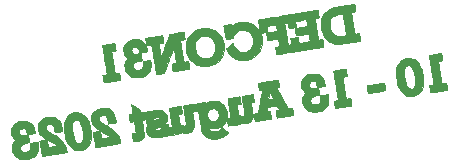
<source format=gbr>
%TF.GenerationSoftware,KiCad,Pcbnew,(7.0.0)*%
%TF.CreationDate,2023-05-30T20:17:09-04:00*%
%TF.ProjectId,H4X0R-small,48345830-522d-4736-9d61-6c6c2e6b6963,rev?*%
%TF.SameCoordinates,Original*%
%TF.FileFunction,Legend,Bot*%
%TF.FilePolarity,Positive*%
%FSLAX46Y46*%
G04 Gerber Fmt 4.6, Leading zero omitted, Abs format (unit mm)*
G04 Created by KiCad (PCBNEW (7.0.0)) date 2023-05-30 20:17:09*
%MOMM*%
%LPD*%
G01*
G04 APERTURE LIST*
%ADD10C,0.010000*%
G04 APERTURE END LIST*
%TO.C,G\u002A\u002A\u002A*%
G36*
X41858600Y-34378285D02*
G01*
X42041522Y-34436609D01*
X42203113Y-34528489D01*
X42338925Y-34650503D01*
X42444507Y-34799228D01*
X42469403Y-34848075D01*
X42496669Y-34915532D01*
X42525311Y-35001451D01*
X42553001Y-35096565D01*
X42577411Y-35191606D01*
X42596213Y-35277307D01*
X42607079Y-35344402D01*
X42607680Y-35383623D01*
X42605257Y-35388843D01*
X42581541Y-35396095D01*
X42525052Y-35408194D01*
X42444862Y-35423575D01*
X42350042Y-35440669D01*
X42249664Y-35457910D01*
X42152801Y-35473731D01*
X42068522Y-35486565D01*
X42005901Y-35494845D01*
X41978355Y-35497128D01*
X41956389Y-35485537D01*
X41936338Y-35445852D01*
X41915364Y-35371868D01*
X41909494Y-35346620D01*
X41869478Y-35206364D01*
X41819748Y-35104256D01*
X41756997Y-35036600D01*
X41677918Y-34999698D01*
X41590349Y-34989726D01*
X41468694Y-35006973D01*
X41372338Y-35055168D01*
X41304540Y-35129117D01*
X41268556Y-35223625D01*
X41267647Y-35333498D01*
X41302683Y-35448360D01*
X41337542Y-35508258D01*
X41377020Y-35552878D01*
X41389903Y-35561845D01*
X41447496Y-35577876D01*
X41537823Y-35584928D01*
X41652249Y-35583016D01*
X41782139Y-35572155D01*
X41865813Y-35561060D01*
X41943024Y-35550311D01*
X42001916Y-35543916D01*
X42031902Y-35542975D01*
X42033557Y-35543596D01*
X42039770Y-35566720D01*
X42050678Y-35622319D01*
X42064738Y-35700998D01*
X42080408Y-35793362D01*
X42096145Y-35890013D01*
X42110407Y-35981558D01*
X42121652Y-36058599D01*
X42128337Y-36111741D01*
X42129517Y-36128131D01*
X42124349Y-36149794D01*
X42103441Y-36165502D01*
X42058689Y-36178407D01*
X41981989Y-36191663D01*
X41956406Y-36195469D01*
X41762937Y-36234519D01*
X41608379Y-36289560D01*
X41492325Y-36360887D01*
X41414369Y-36448796D01*
X41374105Y-36553582D01*
X41367865Y-36623767D01*
X41388047Y-36735511D01*
X41442752Y-36834257D01*
X41524554Y-36912668D01*
X41626024Y-36963410D01*
X41727994Y-36979360D01*
X41836626Y-36966622D01*
X41950290Y-36932646D01*
X42050814Y-36883784D01*
X42096692Y-36850465D01*
X42164537Y-36774738D01*
X42208061Y-36684289D01*
X42229581Y-36571438D01*
X42231416Y-36428507D01*
X42230353Y-36407723D01*
X42226933Y-36323927D01*
X42226865Y-36258898D01*
X42230029Y-36222060D01*
X42232716Y-36217156D01*
X42257217Y-36213705D01*
X42315717Y-36204348D01*
X42400496Y-36190351D01*
X42503833Y-36172980D01*
X42551696Y-36164849D01*
X42659795Y-36146848D01*
X42751887Y-36132312D01*
X42820503Y-36122356D01*
X42858178Y-36118097D01*
X42863029Y-36118316D01*
X42874082Y-36148637D01*
X42884903Y-36210999D01*
X42894602Y-36295113D01*
X42902287Y-36390691D01*
X42907069Y-36487446D01*
X42908056Y-36575090D01*
X42906424Y-36619527D01*
X42875083Y-36833295D01*
X42810050Y-37021435D01*
X42711350Y-37183919D01*
X42579006Y-37320721D01*
X42413041Y-37431812D01*
X42213479Y-37517166D01*
X42099673Y-37550549D01*
X41949236Y-37578225D01*
X41783065Y-37591155D01*
X41616261Y-37589282D01*
X41463925Y-37572553D01*
X41378101Y-37553189D01*
X41216343Y-37494848D01*
X41080491Y-37418822D01*
X40955088Y-37316457D01*
X40954625Y-37316020D01*
X40845368Y-37187915D01*
X40762164Y-37039236D01*
X40705489Y-36876939D01*
X40675817Y-36707977D01*
X40673626Y-36539305D01*
X40699388Y-36377876D01*
X40753581Y-36230644D01*
X40836679Y-36104564D01*
X40869448Y-36069826D01*
X40944456Y-35997125D01*
X40839643Y-35897154D01*
X40727635Y-35762012D01*
X40646917Y-35603831D01*
X40598829Y-35429492D01*
X40584712Y-35245873D01*
X40605905Y-35059854D01*
X40648480Y-34915766D01*
X40723188Y-34777525D01*
X40832300Y-34654181D01*
X40969673Y-34548463D01*
X41129164Y-34463099D01*
X41304630Y-34400817D01*
X41489928Y-34364346D01*
X41678916Y-34356415D01*
X41858600Y-34378285D01*
G37*
D10*
X41858600Y-34378285D02*
X42041522Y-34436609D01*
X42203113Y-34528489D01*
X42338925Y-34650503D01*
X42444507Y-34799228D01*
X42469403Y-34848075D01*
X42496669Y-34915532D01*
X42525311Y-35001451D01*
X42553001Y-35096565D01*
X42577411Y-35191606D01*
X42596213Y-35277307D01*
X42607079Y-35344402D01*
X42607680Y-35383623D01*
X42605257Y-35388843D01*
X42581541Y-35396095D01*
X42525052Y-35408194D01*
X42444862Y-35423575D01*
X42350042Y-35440669D01*
X42249664Y-35457910D01*
X42152801Y-35473731D01*
X42068522Y-35486565D01*
X42005901Y-35494845D01*
X41978355Y-35497128D01*
X41956389Y-35485537D01*
X41936338Y-35445852D01*
X41915364Y-35371868D01*
X41909494Y-35346620D01*
X41869478Y-35206364D01*
X41819748Y-35104256D01*
X41756997Y-35036600D01*
X41677918Y-34999698D01*
X41590349Y-34989726D01*
X41468694Y-35006973D01*
X41372338Y-35055168D01*
X41304540Y-35129117D01*
X41268556Y-35223625D01*
X41267647Y-35333498D01*
X41302683Y-35448360D01*
X41337542Y-35508258D01*
X41377020Y-35552878D01*
X41389903Y-35561845D01*
X41447496Y-35577876D01*
X41537823Y-35584928D01*
X41652249Y-35583016D01*
X41782139Y-35572155D01*
X41865813Y-35561060D01*
X41943024Y-35550311D01*
X42001916Y-35543916D01*
X42031902Y-35542975D01*
X42033557Y-35543596D01*
X42039770Y-35566720D01*
X42050678Y-35622319D01*
X42064738Y-35700998D01*
X42080408Y-35793362D01*
X42096145Y-35890013D01*
X42110407Y-35981558D01*
X42121652Y-36058599D01*
X42128337Y-36111741D01*
X42129517Y-36128131D01*
X42124349Y-36149794D01*
X42103441Y-36165502D01*
X42058689Y-36178407D01*
X41981989Y-36191663D01*
X41956406Y-36195469D01*
X41762937Y-36234519D01*
X41608379Y-36289560D01*
X41492325Y-36360887D01*
X41414369Y-36448796D01*
X41374105Y-36553582D01*
X41367865Y-36623767D01*
X41388047Y-36735511D01*
X41442752Y-36834257D01*
X41524554Y-36912668D01*
X41626024Y-36963410D01*
X41727994Y-36979360D01*
X41836626Y-36966622D01*
X41950290Y-36932646D01*
X42050814Y-36883784D01*
X42096692Y-36850465D01*
X42164537Y-36774738D01*
X42208061Y-36684289D01*
X42229581Y-36571438D01*
X42231416Y-36428507D01*
X42230353Y-36407723D01*
X42226933Y-36323927D01*
X42226865Y-36258898D01*
X42230029Y-36222060D01*
X42232716Y-36217156D01*
X42257217Y-36213705D01*
X42315717Y-36204348D01*
X42400496Y-36190351D01*
X42503833Y-36172980D01*
X42551696Y-36164849D01*
X42659795Y-36146848D01*
X42751887Y-36132312D01*
X42820503Y-36122356D01*
X42858178Y-36118097D01*
X42863029Y-36118316D01*
X42874082Y-36148637D01*
X42884903Y-36210999D01*
X42894602Y-36295113D01*
X42902287Y-36390691D01*
X42907069Y-36487446D01*
X42908056Y-36575090D01*
X42906424Y-36619527D01*
X42875083Y-36833295D01*
X42810050Y-37021435D01*
X42711350Y-37183919D01*
X42579006Y-37320721D01*
X42413041Y-37431812D01*
X42213479Y-37517166D01*
X42099673Y-37550549D01*
X41949236Y-37578225D01*
X41783065Y-37591155D01*
X41616261Y-37589282D01*
X41463925Y-37572553D01*
X41378101Y-37553189D01*
X41216343Y-37494848D01*
X41080491Y-37418822D01*
X40955088Y-37316457D01*
X40954625Y-37316020D01*
X40845368Y-37187915D01*
X40762164Y-37039236D01*
X40705489Y-36876939D01*
X40675817Y-36707977D01*
X40673626Y-36539305D01*
X40699388Y-36377876D01*
X40753581Y-36230644D01*
X40836679Y-36104564D01*
X40869448Y-36069826D01*
X40944456Y-35997125D01*
X40839643Y-35897154D01*
X40727635Y-35762012D01*
X40646917Y-35603831D01*
X40598829Y-35429492D01*
X40584712Y-35245873D01*
X40605905Y-35059854D01*
X40648480Y-34915766D01*
X40723188Y-34777525D01*
X40832300Y-34654181D01*
X40969673Y-34548463D01*
X41129164Y-34463099D01*
X41304630Y-34400817D01*
X41489928Y-34364346D01*
X41678916Y-34356415D01*
X41858600Y-34378285D01*
G36*
X44076074Y-33997962D02*
G01*
X44259192Y-34043504D01*
X44424685Y-34126540D01*
X44570310Y-34245124D01*
X44693822Y-34397311D01*
X44792977Y-34581155D01*
X44816980Y-34640443D01*
X44834159Y-34694716D01*
X44854582Y-34772392D01*
X44876325Y-34864287D01*
X44897466Y-34961214D01*
X44916080Y-35053990D01*
X44930245Y-35133429D01*
X44938037Y-35190346D01*
X44937534Y-35215556D01*
X44937428Y-35215671D01*
X44915522Y-35221222D01*
X44860796Y-35231709D01*
X44781913Y-35245708D01*
X44687535Y-35261798D01*
X44586324Y-35278555D01*
X44486942Y-35294557D01*
X44398051Y-35308383D01*
X44328312Y-35318609D01*
X44286388Y-35323813D01*
X44278184Y-35323928D01*
X44273377Y-35301604D01*
X44264849Y-35247325D01*
X44254138Y-35171140D01*
X44249727Y-35137860D01*
X44221524Y-34967834D01*
X44185355Y-34835547D01*
X44139445Y-34736859D01*
X44082019Y-34667632D01*
X44033882Y-34634412D01*
X43967662Y-34616591D01*
X43879114Y-34614943D01*
X43784339Y-34627885D01*
X43699439Y-34653836D01*
X43666886Y-34670471D01*
X43588199Y-34740913D01*
X43543079Y-34829134D01*
X43531005Y-34927815D01*
X43551455Y-35029634D01*
X43603906Y-35127273D01*
X43687837Y-35213410D01*
X43706615Y-35227390D01*
X43760535Y-35262291D01*
X43842345Y-35311269D01*
X43942439Y-35368744D01*
X44051211Y-35429141D01*
X44094134Y-35452403D01*
X44212859Y-35517864D01*
X44335353Y-35588132D01*
X44448868Y-35655728D01*
X44540654Y-35713168D01*
X44558339Y-35724816D01*
X44767020Y-35888037D01*
X44943889Y-36076671D01*
X45086597Y-36287697D01*
X45192791Y-36518095D01*
X45206773Y-36558161D01*
X45231005Y-36637627D01*
X45254695Y-36726868D01*
X45275727Y-36816162D01*
X45291985Y-36895786D01*
X45301353Y-36956018D01*
X45301714Y-36987135D01*
X45300555Y-36988981D01*
X45278979Y-36993276D01*
X45219649Y-37003585D01*
X45126613Y-37019241D01*
X45003919Y-37039577D01*
X44855618Y-37063925D01*
X44685756Y-37091618D01*
X44498383Y-37121990D01*
X44297547Y-37154372D01*
X44277934Y-37157525D01*
X44075205Y-37190198D01*
X43884880Y-37221037D01*
X43711111Y-37249356D01*
X43558054Y-37274472D01*
X43429862Y-37295699D01*
X43330689Y-37312352D01*
X43264689Y-37323747D01*
X43236018Y-37329200D01*
X43235476Y-37329354D01*
X43211408Y-37326488D01*
X43209017Y-37319757D01*
X43205194Y-37295125D01*
X43194380Y-37234219D01*
X43177556Y-37142338D01*
X43155703Y-37024786D01*
X43129802Y-36886863D01*
X43100835Y-36733870D01*
X43091097Y-36682692D01*
X43061950Y-36526256D01*
X43036577Y-36383327D01*
X43015813Y-36259168D01*
X43000491Y-36159037D01*
X42991445Y-36088198D01*
X42989509Y-36051909D01*
X42990555Y-36048428D01*
X43018891Y-36037938D01*
X43078543Y-36024273D01*
X43160196Y-36008847D01*
X43254537Y-35993075D01*
X43352250Y-35978372D01*
X43444021Y-35966152D01*
X43520536Y-35957830D01*
X43572481Y-35954820D01*
X43590246Y-35957353D01*
X43599150Y-35983171D01*
X43613729Y-36042656D01*
X43632189Y-36127806D01*
X43652738Y-36230618D01*
X43659745Y-36267445D01*
X43680122Y-36373474D01*
X43698326Y-36463678D01*
X43712734Y-36530346D01*
X43721724Y-36565767D01*
X43723285Y-36569350D01*
X43745610Y-36568849D01*
X43801240Y-36562486D01*
X43881757Y-36551573D01*
X43978745Y-36537422D01*
X44083786Y-36521345D01*
X44188464Y-36504653D01*
X44284363Y-36488659D01*
X44363064Y-36474674D01*
X44416152Y-36464011D01*
X44435003Y-36458412D01*
X44429355Y-36437455D01*
X44395905Y-36398849D01*
X44341591Y-36349137D01*
X44273352Y-36294863D01*
X44225017Y-36260375D01*
X44168801Y-36225064D01*
X44083317Y-36175099D01*
X43976937Y-36115200D01*
X43858034Y-36050084D01*
X43740871Y-35987566D01*
X43553303Y-35887031D01*
X43399837Y-35799960D01*
X43275876Y-35722652D01*
X43176823Y-35651408D01*
X43098082Y-35582527D01*
X43035055Y-35512310D01*
X42983147Y-35437058D01*
X42937761Y-35353069D01*
X42928481Y-35333662D01*
X42861518Y-35145732D01*
X42834676Y-34958396D01*
X42845904Y-34775956D01*
X42893152Y-34602710D01*
X42974369Y-34442961D01*
X43087505Y-34301009D01*
X43230511Y-34181155D01*
X43401335Y-34087699D01*
X43546380Y-34037544D01*
X43681307Y-34010122D01*
X43831146Y-33993984D01*
X43976461Y-33990582D01*
X44076074Y-33997962D01*
G37*
X44076074Y-33997962D02*
X44259192Y-34043504D01*
X44424685Y-34126540D01*
X44570310Y-34245124D01*
X44693822Y-34397311D01*
X44792977Y-34581155D01*
X44816980Y-34640443D01*
X44834159Y-34694716D01*
X44854582Y-34772392D01*
X44876325Y-34864287D01*
X44897466Y-34961214D01*
X44916080Y-35053990D01*
X44930245Y-35133429D01*
X44938037Y-35190346D01*
X44937534Y-35215556D01*
X44937428Y-35215671D01*
X44915522Y-35221222D01*
X44860796Y-35231709D01*
X44781913Y-35245708D01*
X44687535Y-35261798D01*
X44586324Y-35278555D01*
X44486942Y-35294557D01*
X44398051Y-35308383D01*
X44328312Y-35318609D01*
X44286388Y-35323813D01*
X44278184Y-35323928D01*
X44273377Y-35301604D01*
X44264849Y-35247325D01*
X44254138Y-35171140D01*
X44249727Y-35137860D01*
X44221524Y-34967834D01*
X44185355Y-34835547D01*
X44139445Y-34736859D01*
X44082019Y-34667632D01*
X44033882Y-34634412D01*
X43967662Y-34616591D01*
X43879114Y-34614943D01*
X43784339Y-34627885D01*
X43699439Y-34653836D01*
X43666886Y-34670471D01*
X43588199Y-34740913D01*
X43543079Y-34829134D01*
X43531005Y-34927815D01*
X43551455Y-35029634D01*
X43603906Y-35127273D01*
X43687837Y-35213410D01*
X43706615Y-35227390D01*
X43760535Y-35262291D01*
X43842345Y-35311269D01*
X43942439Y-35368744D01*
X44051211Y-35429141D01*
X44094134Y-35452403D01*
X44212859Y-35517864D01*
X44335353Y-35588132D01*
X44448868Y-35655728D01*
X44540654Y-35713168D01*
X44558339Y-35724816D01*
X44767020Y-35888037D01*
X44943889Y-36076671D01*
X45086597Y-36287697D01*
X45192791Y-36518095D01*
X45206773Y-36558161D01*
X45231005Y-36637627D01*
X45254695Y-36726868D01*
X45275727Y-36816162D01*
X45291985Y-36895786D01*
X45301353Y-36956018D01*
X45301714Y-36987135D01*
X45300555Y-36988981D01*
X45278979Y-36993276D01*
X45219649Y-37003585D01*
X45126613Y-37019241D01*
X45003919Y-37039577D01*
X44855618Y-37063925D01*
X44685756Y-37091618D01*
X44498383Y-37121990D01*
X44297547Y-37154372D01*
X44277934Y-37157525D01*
X44075205Y-37190198D01*
X43884880Y-37221037D01*
X43711111Y-37249356D01*
X43558054Y-37274472D01*
X43429862Y-37295699D01*
X43330689Y-37312352D01*
X43264689Y-37323747D01*
X43236018Y-37329200D01*
X43235476Y-37329354D01*
X43211408Y-37326488D01*
X43209017Y-37319757D01*
X43205194Y-37295125D01*
X43194380Y-37234219D01*
X43177556Y-37142338D01*
X43155703Y-37024786D01*
X43129802Y-36886863D01*
X43100835Y-36733870D01*
X43091097Y-36682692D01*
X43061950Y-36526256D01*
X43036577Y-36383327D01*
X43015813Y-36259168D01*
X43000491Y-36159037D01*
X42991445Y-36088198D01*
X42989509Y-36051909D01*
X42990555Y-36048428D01*
X43018891Y-36037938D01*
X43078543Y-36024273D01*
X43160196Y-36008847D01*
X43254537Y-35993075D01*
X43352250Y-35978372D01*
X43444021Y-35966152D01*
X43520536Y-35957830D01*
X43572481Y-35954820D01*
X43590246Y-35957353D01*
X43599150Y-35983171D01*
X43613729Y-36042656D01*
X43632189Y-36127806D01*
X43652738Y-36230618D01*
X43659745Y-36267445D01*
X43680122Y-36373474D01*
X43698326Y-36463678D01*
X43712734Y-36530346D01*
X43721724Y-36565767D01*
X43723285Y-36569350D01*
X43745610Y-36568849D01*
X43801240Y-36562486D01*
X43881757Y-36551573D01*
X43978745Y-36537422D01*
X44083786Y-36521345D01*
X44188464Y-36504653D01*
X44284363Y-36488659D01*
X44363064Y-36474674D01*
X44416152Y-36464011D01*
X44435003Y-36458412D01*
X44429355Y-36437455D01*
X44395905Y-36398849D01*
X44341591Y-36349137D01*
X44273352Y-36294863D01*
X44225017Y-36260375D01*
X44168801Y-36225064D01*
X44083317Y-36175099D01*
X43976937Y-36115200D01*
X43858034Y-36050084D01*
X43740871Y-35987566D01*
X43553303Y-35887031D01*
X43399837Y-35799960D01*
X43275876Y-35722652D01*
X43176823Y-35651408D01*
X43098082Y-35582527D01*
X43035055Y-35512310D01*
X42983147Y-35437058D01*
X42937761Y-35353069D01*
X42928481Y-35333662D01*
X42861518Y-35145732D01*
X42834676Y-34958396D01*
X42845904Y-34775956D01*
X42893152Y-34602710D01*
X42974369Y-34442961D01*
X43087505Y-34301009D01*
X43230511Y-34181155D01*
X43401335Y-34087699D01*
X43546380Y-34037544D01*
X43681307Y-34010122D01*
X43831146Y-33993984D01*
X43976461Y-33990582D01*
X44076074Y-33997962D01*
G36*
X45056737Y-34836489D02*
G01*
X45738934Y-34836489D01*
X45747856Y-35017235D01*
X45770239Y-35214763D01*
X45805920Y-35423293D01*
X45824520Y-35511372D01*
X45882923Y-35734556D01*
X45949310Y-35916253D01*
X46023729Y-36056560D01*
X46106229Y-36155574D01*
X46174150Y-36203159D01*
X46269973Y-36230628D01*
X46376466Y-36227700D01*
X46476396Y-36195814D01*
X46510981Y-36175052D01*
X46562024Y-36125041D01*
X46609483Y-36056842D01*
X46623926Y-36028810D01*
X46654925Y-35926498D01*
X46672498Y-35791610D01*
X46677174Y-35631535D01*
X46669481Y-35453664D01*
X46649947Y-35265387D01*
X46619101Y-35074096D01*
X46577472Y-34887180D01*
X46530908Y-34727857D01*
X46466910Y-34558494D01*
X46399473Y-34428801D01*
X46326286Y-34336132D01*
X46245040Y-34277839D01*
X46153425Y-34251274D01*
X46113091Y-34248939D01*
X45996170Y-34268797D01*
X45894829Y-34326394D01*
X45814200Y-34418446D01*
X45794570Y-34452770D01*
X45762127Y-34548475D01*
X45743637Y-34678309D01*
X45738934Y-34836489D01*
X45056737Y-34836489D01*
X45057079Y-34809045D01*
X45084252Y-34569348D01*
X45135337Y-34351596D01*
X45210246Y-34162278D01*
X45212013Y-34158775D01*
X45310012Y-34008166D01*
X45439626Y-33873311D01*
X45590688Y-33763130D01*
X45748198Y-33688232D01*
X45956794Y-33634799D01*
X46159663Y-33622412D01*
X46354515Y-33649923D01*
X46539061Y-33716184D01*
X46711011Y-33820047D01*
X46868078Y-33960365D01*
X47007971Y-34135989D01*
X47128402Y-34345773D01*
X47149570Y-34390886D01*
X47214036Y-34559327D01*
X47270502Y-34757724D01*
X47316895Y-34974119D01*
X47351145Y-35196553D01*
X47371179Y-35413065D01*
X47374925Y-35611696D01*
X47371999Y-35674873D01*
X47339540Y-35930615D01*
X47278612Y-36157282D01*
X47189814Y-36354006D01*
X47073745Y-36519919D01*
X46931004Y-36654154D01*
X46762189Y-36755843D01*
X46581009Y-36820786D01*
X46463814Y-36841710D01*
X46329315Y-36850715D01*
X46192849Y-36847969D01*
X46069753Y-36833642D01*
X45992157Y-36814286D01*
X45802559Y-36726586D01*
X45632246Y-36601627D01*
X45481835Y-36440142D01*
X45351943Y-36242867D01*
X45243186Y-36010536D01*
X45189249Y-35857527D01*
X45119904Y-35594928D01*
X45074818Y-35328322D01*
X45053906Y-35064199D01*
X45056737Y-34836489D01*
G37*
X45056737Y-34836489D02*
X45738934Y-34836489D01*
X45747856Y-35017235D01*
X45770239Y-35214763D01*
X45805920Y-35423293D01*
X45824520Y-35511372D01*
X45882923Y-35734556D01*
X45949310Y-35916253D01*
X46023729Y-36056560D01*
X46106229Y-36155574D01*
X46174150Y-36203159D01*
X46269973Y-36230628D01*
X46376466Y-36227700D01*
X46476396Y-36195814D01*
X46510981Y-36175052D01*
X46562024Y-36125041D01*
X46609483Y-36056842D01*
X46623926Y-36028810D01*
X46654925Y-35926498D01*
X46672498Y-35791610D01*
X46677174Y-35631535D01*
X46669481Y-35453664D01*
X46649947Y-35265387D01*
X46619101Y-35074096D01*
X46577472Y-34887180D01*
X46530908Y-34727857D01*
X46466910Y-34558494D01*
X46399473Y-34428801D01*
X46326286Y-34336132D01*
X46245040Y-34277839D01*
X46153425Y-34251274D01*
X46113091Y-34248939D01*
X45996170Y-34268797D01*
X45894829Y-34326394D01*
X45814200Y-34418446D01*
X45794570Y-34452770D01*
X45762127Y-34548475D01*
X45743637Y-34678309D01*
X45738934Y-34836489D01*
X45056737Y-34836489D01*
X45057079Y-34809045D01*
X45084252Y-34569348D01*
X45135337Y-34351596D01*
X45210246Y-34162278D01*
X45212013Y-34158775D01*
X45310012Y-34008166D01*
X45439626Y-33873311D01*
X45590688Y-33763130D01*
X45748198Y-33688232D01*
X45956794Y-33634799D01*
X46159663Y-33622412D01*
X46354515Y-33649923D01*
X46539061Y-33716184D01*
X46711011Y-33820047D01*
X46868078Y-33960365D01*
X47007971Y-34135989D01*
X47128402Y-34345773D01*
X47149570Y-34390886D01*
X47214036Y-34559327D01*
X47270502Y-34757724D01*
X47316895Y-34974119D01*
X47351145Y-35196553D01*
X47371179Y-35413065D01*
X47374925Y-35611696D01*
X47371999Y-35674873D01*
X47339540Y-35930615D01*
X47278612Y-36157282D01*
X47189814Y-36354006D01*
X47073745Y-36519919D01*
X46931004Y-36654154D01*
X46762189Y-36755843D01*
X46581009Y-36820786D01*
X46463814Y-36841710D01*
X46329315Y-36850715D01*
X46192849Y-36847969D01*
X46069753Y-36833642D01*
X45992157Y-36814286D01*
X45802559Y-36726586D01*
X45632246Y-36601627D01*
X45481835Y-36440142D01*
X45351943Y-36242867D01*
X45243186Y-36010536D01*
X45189249Y-35857527D01*
X45119904Y-35594928D01*
X45074818Y-35328322D01*
X45053906Y-35064199D01*
X45056737Y-34836489D01*
G36*
X48647210Y-33265749D02*
G01*
X48810162Y-33308238D01*
X48954320Y-33382849D01*
X49087019Y-33492681D01*
X49127575Y-33535020D01*
X49244457Y-33693142D01*
X49337923Y-33885243D01*
X49407278Y-34109582D01*
X49448552Y-34337956D01*
X49457633Y-34413214D01*
X49458876Y-34456528D01*
X49449908Y-34477934D01*
X49428358Y-34487467D01*
X49412410Y-34490860D01*
X49353401Y-34501714D01*
X49271984Y-34515443D01*
X49177019Y-34530704D01*
X49077364Y-34546152D01*
X48981878Y-34560443D01*
X48899421Y-34572234D01*
X48838850Y-34580178D01*
X48809026Y-34582933D01*
X48807420Y-34582664D01*
X48802810Y-34560546D01*
X48794435Y-34506444D01*
X48783807Y-34430374D01*
X48779393Y-34397027D01*
X48751168Y-34226909D01*
X48714965Y-34094560D01*
X48669024Y-33995876D01*
X48611584Y-33926752D01*
X48563549Y-33893732D01*
X48495554Y-33875505D01*
X48405518Y-33874579D01*
X48309399Y-33889602D01*
X48223156Y-33919219D01*
X48214965Y-33923306D01*
X48130820Y-33987563D01*
X48079436Y-34071118D01*
X48060540Y-34166793D01*
X48073861Y-34267412D01*
X48119128Y-34365795D01*
X48196067Y-34454765D01*
X48236282Y-34486556D01*
X48290190Y-34521496D01*
X48371954Y-34570568D01*
X48471972Y-34628182D01*
X48580645Y-34688746D01*
X48623445Y-34712037D01*
X48824636Y-34823545D01*
X48991956Y-34923129D01*
X49130773Y-35014751D01*
X49246456Y-35102375D01*
X49344373Y-35189967D01*
X49429890Y-35281490D01*
X49482501Y-35346435D01*
X49608507Y-35540010D01*
X49712096Y-35760243D01*
X49788313Y-35995230D01*
X49823187Y-36165095D01*
X49836337Y-36250414D01*
X48951552Y-36394990D01*
X48756092Y-36426921D01*
X48567661Y-36457688D01*
X48391687Y-36486406D01*
X48233594Y-36512191D01*
X48098808Y-36534158D01*
X47992756Y-36551422D01*
X47920863Y-36563098D01*
X47902726Y-36566031D01*
X47825978Y-36577055D01*
X47768441Y-36582734D01*
X47740060Y-36582169D01*
X47738684Y-36580889D01*
X47734896Y-36557946D01*
X47724178Y-36498626D01*
X47707497Y-36408140D01*
X47685821Y-36291701D01*
X47660118Y-36154523D01*
X47631356Y-36001817D01*
X47620816Y-35946040D01*
X47591770Y-35789009D01*
X47566467Y-35645462D01*
X47545732Y-35520645D01*
X47530392Y-35419806D01*
X47521271Y-35348191D01*
X47519197Y-35311049D01*
X47520274Y-35307176D01*
X47548054Y-35297061D01*
X47607288Y-35283780D01*
X47688675Y-35268720D01*
X47782915Y-35253265D01*
X47880705Y-35238802D01*
X47972745Y-35226718D01*
X48049734Y-35218397D01*
X48102369Y-35215227D01*
X48121050Y-35217656D01*
X48129538Y-35243042D01*
X48143762Y-35302132D01*
X48161960Y-35386964D01*
X48182372Y-35489577D01*
X48189411Y-35526612D01*
X48209915Y-35632825D01*
X48228437Y-35723381D01*
X48243308Y-35790508D01*
X48252860Y-35826436D01*
X48254619Y-35830184D01*
X48279546Y-35832214D01*
X48336464Y-35826907D01*
X48417180Y-35815766D01*
X48513497Y-35800297D01*
X48617221Y-35782002D01*
X48720159Y-35762386D01*
X48814115Y-35742953D01*
X48890895Y-35725207D01*
X48942305Y-35710652D01*
X48960149Y-35700792D01*
X48960122Y-35700695D01*
X48931816Y-35662411D01*
X48868523Y-35608558D01*
X48773653Y-35541390D01*
X48650617Y-35463165D01*
X48502825Y-35376135D01*
X48333688Y-35282558D01*
X48302714Y-35265978D01*
X48100242Y-35155797D01*
X47932751Y-35058770D01*
X47796260Y-34971491D01*
X47686788Y-34890556D01*
X47600355Y-34812561D01*
X47532981Y-34734100D01*
X47480685Y-34651768D01*
X47439487Y-34562162D01*
X47421288Y-34512033D01*
X47373457Y-34312236D01*
X47365185Y-34119228D01*
X47394979Y-33936735D01*
X47461350Y-33768482D01*
X47562805Y-33618195D01*
X47697853Y-33489599D01*
X47865004Y-33386418D01*
X47873485Y-33382323D01*
X48024565Y-33318139D01*
X48165367Y-33277739D01*
X48313722Y-33257158D01*
X48458128Y-33252285D01*
X48647210Y-33265749D01*
G37*
X48647210Y-33265749D02*
X48810162Y-33308238D01*
X48954320Y-33382849D01*
X49087019Y-33492681D01*
X49127575Y-33535020D01*
X49244457Y-33693142D01*
X49337923Y-33885243D01*
X49407278Y-34109582D01*
X49448552Y-34337956D01*
X49457633Y-34413214D01*
X49458876Y-34456528D01*
X49449908Y-34477934D01*
X49428358Y-34487467D01*
X49412410Y-34490860D01*
X49353401Y-34501714D01*
X49271984Y-34515443D01*
X49177019Y-34530704D01*
X49077364Y-34546152D01*
X48981878Y-34560443D01*
X48899421Y-34572234D01*
X48838850Y-34580178D01*
X48809026Y-34582933D01*
X48807420Y-34582664D01*
X48802810Y-34560546D01*
X48794435Y-34506444D01*
X48783807Y-34430374D01*
X48779393Y-34397027D01*
X48751168Y-34226909D01*
X48714965Y-34094560D01*
X48669024Y-33995876D01*
X48611584Y-33926752D01*
X48563549Y-33893732D01*
X48495554Y-33875505D01*
X48405518Y-33874579D01*
X48309399Y-33889602D01*
X48223156Y-33919219D01*
X48214965Y-33923306D01*
X48130820Y-33987563D01*
X48079436Y-34071118D01*
X48060540Y-34166793D01*
X48073861Y-34267412D01*
X48119128Y-34365795D01*
X48196067Y-34454765D01*
X48236282Y-34486556D01*
X48290190Y-34521496D01*
X48371954Y-34570568D01*
X48471972Y-34628182D01*
X48580645Y-34688746D01*
X48623445Y-34712037D01*
X48824636Y-34823545D01*
X48991956Y-34923129D01*
X49130773Y-35014751D01*
X49246456Y-35102375D01*
X49344373Y-35189967D01*
X49429890Y-35281490D01*
X49482501Y-35346435D01*
X49608507Y-35540010D01*
X49712096Y-35760243D01*
X49788313Y-35995230D01*
X49823187Y-36165095D01*
X49836337Y-36250414D01*
X48951552Y-36394990D01*
X48756092Y-36426921D01*
X48567661Y-36457688D01*
X48391687Y-36486406D01*
X48233594Y-36512191D01*
X48098808Y-36534158D01*
X47992756Y-36551422D01*
X47920863Y-36563098D01*
X47902726Y-36566031D01*
X47825978Y-36577055D01*
X47768441Y-36582734D01*
X47740060Y-36582169D01*
X47738684Y-36580889D01*
X47734896Y-36557946D01*
X47724178Y-36498626D01*
X47707497Y-36408140D01*
X47685821Y-36291701D01*
X47660118Y-36154523D01*
X47631356Y-36001817D01*
X47620816Y-35946040D01*
X47591770Y-35789009D01*
X47566467Y-35645462D01*
X47545732Y-35520645D01*
X47530392Y-35419806D01*
X47521271Y-35348191D01*
X47519197Y-35311049D01*
X47520274Y-35307176D01*
X47548054Y-35297061D01*
X47607288Y-35283780D01*
X47688675Y-35268720D01*
X47782915Y-35253265D01*
X47880705Y-35238802D01*
X47972745Y-35226718D01*
X48049734Y-35218397D01*
X48102369Y-35215227D01*
X48121050Y-35217656D01*
X48129538Y-35243042D01*
X48143762Y-35302132D01*
X48161960Y-35386964D01*
X48182372Y-35489577D01*
X48189411Y-35526612D01*
X48209915Y-35632825D01*
X48228437Y-35723381D01*
X48243308Y-35790508D01*
X48252860Y-35826436D01*
X48254619Y-35830184D01*
X48279546Y-35832214D01*
X48336464Y-35826907D01*
X48417180Y-35815766D01*
X48513497Y-35800297D01*
X48617221Y-35782002D01*
X48720159Y-35762386D01*
X48814115Y-35742953D01*
X48890895Y-35725207D01*
X48942305Y-35710652D01*
X48960149Y-35700792D01*
X48960122Y-35700695D01*
X48931816Y-35662411D01*
X48868523Y-35608558D01*
X48773653Y-35541390D01*
X48650617Y-35463165D01*
X48502825Y-35376135D01*
X48333688Y-35282558D01*
X48302714Y-35265978D01*
X48100242Y-35155797D01*
X47932751Y-35058770D01*
X47796260Y-34971491D01*
X47686788Y-34890556D01*
X47600355Y-34812561D01*
X47532981Y-34734100D01*
X47480685Y-34651768D01*
X47439487Y-34562162D01*
X47421288Y-34512033D01*
X47373457Y-34312236D01*
X47365185Y-34119228D01*
X47394979Y-33936735D01*
X47461350Y-33768482D01*
X47562805Y-33618195D01*
X47697853Y-33489599D01*
X47865004Y-33386418D01*
X47873485Y-33382323D01*
X48024565Y-33318139D01*
X48165367Y-33277739D01*
X48313722Y-33257158D01*
X48458128Y-33252285D01*
X48647210Y-33265749D01*
G36*
X50814212Y-32975350D02*
G01*
X50857030Y-32997274D01*
X50921296Y-33035596D01*
X51011390Y-33092597D01*
X51131693Y-33170556D01*
X51150518Y-33182830D01*
X51524935Y-33427072D01*
X51539327Y-33542260D01*
X51550196Y-33609354D01*
X51563569Y-33642139D01*
X51583169Y-33648621D01*
X51588243Y-33647443D01*
X51629777Y-33638438D01*
X51693033Y-33627720D01*
X51718675Y-33623940D01*
X51814583Y-33610443D01*
X51861805Y-33903193D01*
X51878898Y-34010935D01*
X51893196Y-34104442D01*
X51903468Y-34175395D01*
X51908479Y-34215473D01*
X51908772Y-34220323D01*
X51889137Y-34236020D01*
X51837209Y-34250727D01*
X51781632Y-34259430D01*
X51711603Y-34268965D01*
X51674910Y-34279820D01*
X51662685Y-34296582D01*
X51665090Y-34319716D01*
X51673852Y-34365278D01*
X51687530Y-34444759D01*
X51704880Y-34550196D01*
X51724659Y-34673626D01*
X51745625Y-34807085D01*
X51766534Y-34942610D01*
X51786144Y-35072237D01*
X51803211Y-35188002D01*
X51816493Y-35281944D01*
X51822970Y-35331234D01*
X51832349Y-35508312D01*
X51811994Y-35657018D01*
X51760593Y-35780350D01*
X51676838Y-35881307D01*
X51559418Y-35962886D01*
X51543357Y-35971335D01*
X51476741Y-36002282D01*
X51414806Y-36021633D01*
X51342679Y-36032562D01*
X51245484Y-36038241D01*
X51226766Y-36038870D01*
X51129977Y-36040110D01*
X51040624Y-36038089D01*
X50973268Y-36033249D01*
X50956017Y-36030675D01*
X50881934Y-36016277D01*
X50830739Y-35704111D01*
X50813614Y-35594142D01*
X50800593Y-35499464D01*
X50792586Y-35427674D01*
X50790505Y-35386374D01*
X50791859Y-35379630D01*
X50817169Y-35377032D01*
X50872988Y-35381332D01*
X50948219Y-35391590D01*
X50964249Y-35394212D01*
X51042235Y-35405339D01*
X51103255Y-35410363D01*
X51136084Y-35408443D01*
X51138228Y-35407204D01*
X51138905Y-35383270D01*
X51133355Y-35323505D01*
X51122341Y-35233829D01*
X51106626Y-35120164D01*
X51086972Y-34988432D01*
X51071938Y-34892739D01*
X50991743Y-34392178D01*
X50899797Y-34405186D01*
X50814701Y-34417224D01*
X50726779Y-34429663D01*
X50715999Y-34431188D01*
X50624147Y-34444182D01*
X50575238Y-34144382D01*
X50557504Y-34026565D01*
X50546015Y-33930573D01*
X50541356Y-33862623D01*
X50544113Y-33828932D01*
X50545382Y-33827040D01*
X50574459Y-33815661D01*
X50633465Y-33801929D01*
X50710304Y-33788602D01*
X50720000Y-33787183D01*
X50795826Y-33775580D01*
X50853079Y-33765450D01*
X50880885Y-33758744D01*
X50881844Y-33758155D01*
X50880509Y-33736155D01*
X50872896Y-33679346D01*
X50860042Y-33594613D01*
X50842984Y-33488844D01*
X50826648Y-33391610D01*
X50806655Y-33270153D01*
X50790034Y-33160595D01*
X50777876Y-33070856D01*
X50771273Y-33008856D01*
X50770638Y-32985182D01*
X50775396Y-32971583D01*
X50788461Y-32967546D01*
X50814212Y-32975350D01*
G37*
X50814212Y-32975350D02*
X50857030Y-32997274D01*
X50921296Y-33035596D01*
X51011390Y-33092597D01*
X51131693Y-33170556D01*
X51150518Y-33182830D01*
X51524935Y-33427072D01*
X51539327Y-33542260D01*
X51550196Y-33609354D01*
X51563569Y-33642139D01*
X51583169Y-33648621D01*
X51588243Y-33647443D01*
X51629777Y-33638438D01*
X51693033Y-33627720D01*
X51718675Y-33623940D01*
X51814583Y-33610443D01*
X51861805Y-33903193D01*
X51878898Y-34010935D01*
X51893196Y-34104442D01*
X51903468Y-34175395D01*
X51908479Y-34215473D01*
X51908772Y-34220323D01*
X51889137Y-34236020D01*
X51837209Y-34250727D01*
X51781632Y-34259430D01*
X51711603Y-34268965D01*
X51674910Y-34279820D01*
X51662685Y-34296582D01*
X51665090Y-34319716D01*
X51673852Y-34365278D01*
X51687530Y-34444759D01*
X51704880Y-34550196D01*
X51724659Y-34673626D01*
X51745625Y-34807085D01*
X51766534Y-34942610D01*
X51786144Y-35072237D01*
X51803211Y-35188002D01*
X51816493Y-35281944D01*
X51822970Y-35331234D01*
X51832349Y-35508312D01*
X51811994Y-35657018D01*
X51760593Y-35780350D01*
X51676838Y-35881307D01*
X51559418Y-35962886D01*
X51543357Y-35971335D01*
X51476741Y-36002282D01*
X51414806Y-36021633D01*
X51342679Y-36032562D01*
X51245484Y-36038241D01*
X51226766Y-36038870D01*
X51129977Y-36040110D01*
X51040624Y-36038089D01*
X50973268Y-36033249D01*
X50956017Y-36030675D01*
X50881934Y-36016277D01*
X50830739Y-35704111D01*
X50813614Y-35594142D01*
X50800593Y-35499464D01*
X50792586Y-35427674D01*
X50790505Y-35386374D01*
X50791859Y-35379630D01*
X50817169Y-35377032D01*
X50872988Y-35381332D01*
X50948219Y-35391590D01*
X50964249Y-35394212D01*
X51042235Y-35405339D01*
X51103255Y-35410363D01*
X51136084Y-35408443D01*
X51138228Y-35407204D01*
X51138905Y-35383270D01*
X51133355Y-35323505D01*
X51122341Y-35233829D01*
X51106626Y-35120164D01*
X51086972Y-34988432D01*
X51071938Y-34892739D01*
X50991743Y-34392178D01*
X50899797Y-34405186D01*
X50814701Y-34417224D01*
X50726779Y-34429663D01*
X50715999Y-34431188D01*
X50624147Y-34444182D01*
X50575238Y-34144382D01*
X50557504Y-34026565D01*
X50546015Y-33930573D01*
X50541356Y-33862623D01*
X50544113Y-33828932D01*
X50545382Y-33827040D01*
X50574459Y-33815661D01*
X50633465Y-33801929D01*
X50710304Y-33788602D01*
X50720000Y-33787183D01*
X50795826Y-33775580D01*
X50853079Y-33765450D01*
X50880885Y-33758744D01*
X50881844Y-33758155D01*
X50880509Y-33736155D01*
X50872896Y-33679346D01*
X50860042Y-33594613D01*
X50842984Y-33488844D01*
X50826648Y-33391610D01*
X50806655Y-33270153D01*
X50790034Y-33160595D01*
X50777876Y-33070856D01*
X50771273Y-33008856D01*
X50770638Y-32985182D01*
X50775396Y-32971583D01*
X50788461Y-32967546D01*
X50814212Y-32975350D01*
G36*
X56480443Y-33818849D02*
G01*
X57173942Y-33818849D01*
X57194242Y-33971188D01*
X57247337Y-34104715D01*
X57328390Y-34215566D01*
X57432562Y-34299878D01*
X57555017Y-34353787D01*
X57690916Y-34373428D01*
X57835421Y-34354937D01*
X57842692Y-34352968D01*
X57933631Y-34310103D01*
X58022336Y-34238466D01*
X58096170Y-34150322D01*
X58140539Y-34063916D01*
X58171847Y-33917585D01*
X58168575Y-33774425D01*
X58134201Y-33640097D01*
X58072203Y-33520263D01*
X57986058Y-33420586D01*
X57879244Y-33346727D01*
X57755240Y-33304348D01*
X57669071Y-33296360D01*
X57528378Y-33315740D01*
X57405013Y-33370699D01*
X57303496Y-33456467D01*
X57228348Y-33568275D01*
X57184088Y-33701352D01*
X57173942Y-33818849D01*
X56480443Y-33818849D01*
X56475609Y-33790048D01*
X56455730Y-33673545D01*
X56440225Y-33584967D01*
X56429905Y-33529080D01*
X56425705Y-33510651D01*
X56400781Y-33507893D01*
X56345434Y-33512975D01*
X56269614Y-33524005D01*
X56183271Y-33539094D01*
X56096357Y-33556353D01*
X56018821Y-33573892D01*
X55960613Y-33589820D01*
X55931684Y-33602248D01*
X55930184Y-33604762D01*
X55933417Y-33632243D01*
X55942476Y-33695204D01*
X55956401Y-33787341D01*
X55974232Y-33902349D01*
X55995009Y-34033922D01*
X56006142Y-34103578D01*
X56039873Y-34327687D01*
X56062453Y-34515529D01*
X56073338Y-34671821D01*
X56071982Y-34801280D01*
X56057840Y-34908622D01*
X56030367Y-34998564D01*
X55989017Y-35075822D01*
X55933245Y-35145114D01*
X55879811Y-35196287D01*
X55786783Y-35258675D01*
X55666064Y-35311560D01*
X55532109Y-35349398D01*
X55444068Y-35363375D01*
X55357064Y-35365743D01*
X55250839Y-35359146D01*
X55142438Y-35345519D01*
X55048905Y-35326795D01*
X55006517Y-35313728D01*
X54982206Y-35311384D01*
X54979029Y-35337885D01*
X54981766Y-35354364D01*
X54992108Y-35408467D01*
X54249354Y-35529850D01*
X54075124Y-35558223D01*
X53912447Y-35584522D01*
X53766467Y-35607931D01*
X53642329Y-35627632D01*
X53545178Y-35642808D01*
X53480159Y-35652643D01*
X53453684Y-35656223D01*
X53408240Y-35664962D01*
X53336960Y-35683444D01*
X53254134Y-35707921D01*
X53242017Y-35711744D01*
X53103914Y-35744128D01*
X52948606Y-35761615D01*
X52789220Y-35764194D01*
X52638883Y-35751853D01*
X52510723Y-35724583D01*
X52475749Y-35712390D01*
X52328447Y-35632620D01*
X52203149Y-35521131D01*
X52107580Y-35385232D01*
X52087876Y-35345303D01*
X52054629Y-35263184D01*
X52036187Y-35189565D01*
X52028661Y-35104871D01*
X52028457Y-35090679D01*
X52723458Y-35090679D01*
X52730949Y-35102413D01*
X52773979Y-35133927D01*
X52804346Y-35144891D01*
X52880612Y-35149457D01*
X52975732Y-35140145D01*
X53069729Y-35119944D01*
X53136184Y-35095264D01*
X53220735Y-35042603D01*
X53269369Y-34983919D01*
X53288302Y-34909068D01*
X53287704Y-34848008D01*
X53284351Y-34801574D01*
X53194392Y-34840079D01*
X53128318Y-34867233D01*
X53041234Y-34901551D01*
X52951887Y-34935647D01*
X52951088Y-34935946D01*
X52837471Y-34982364D01*
X52763165Y-35022488D01*
X52725913Y-35058024D01*
X52723458Y-35090679D01*
X52028457Y-35090679D01*
X52027766Y-35042610D01*
X52039875Y-34888846D01*
X52079341Y-34756487D01*
X52133653Y-34661610D01*
X53517184Y-34661610D01*
X53527767Y-34672193D01*
X53538351Y-34661610D01*
X53527767Y-34651027D01*
X53517184Y-34661610D01*
X52133653Y-34661610D01*
X52151193Y-34630971D01*
X52185871Y-34584765D01*
X52252449Y-34500703D01*
X52146199Y-34514798D01*
X52083316Y-34521844D01*
X52050300Y-34518128D01*
X52035116Y-34498930D01*
X52027517Y-34468251D01*
X52019029Y-34422908D01*
X52005860Y-34347860D01*
X51989435Y-34251714D01*
X52628184Y-34251714D01*
X52631162Y-34274450D01*
X52644133Y-34286235D01*
X52673149Y-34286193D01*
X52724265Y-34273449D01*
X52803534Y-34247126D01*
X52900719Y-34212276D01*
X53012161Y-34169284D01*
X53085716Y-34134133D01*
X53124525Y-34104234D01*
X53131729Y-34076994D01*
X53110467Y-34049823D01*
X53103827Y-34044716D01*
X53036570Y-34018316D01*
X52952712Y-34017697D01*
X52862074Y-34038586D01*
X52774480Y-34076706D01*
X52699752Y-34127785D01*
X52647713Y-34187546D01*
X52628184Y-34251714D01*
X51989435Y-34251714D01*
X51989305Y-34250956D01*
X51970659Y-34140042D01*
X51951216Y-34022967D01*
X51932272Y-33907578D01*
X51915123Y-33801721D01*
X51901062Y-33713246D01*
X51891386Y-33649998D01*
X51887388Y-33619826D01*
X51887351Y-33618908D01*
X51907079Y-33608681D01*
X51961334Y-33594222D01*
X52042716Y-33577174D01*
X52143826Y-33559179D01*
X52188976Y-33551954D01*
X52311468Y-33531369D01*
X52432224Y-33508276D01*
X52538589Y-33485273D01*
X52617909Y-33464956D01*
X52628184Y-33461833D01*
X52716654Y-33439935D01*
X52826474Y-33421182D01*
X52936665Y-33409025D01*
X52957529Y-33407654D01*
X53147254Y-33410239D01*
X53310517Y-33442522D01*
X53453004Y-33506657D01*
X53580403Y-33604801D01*
X53639072Y-33665992D01*
X53717683Y-33775348D01*
X53766639Y-33895397D01*
X53789449Y-34036550D01*
X53792144Y-34120339D01*
X53775941Y-34282376D01*
X53725388Y-34424882D01*
X53636889Y-34557415D01*
X53620510Y-34576580D01*
X53548934Y-34658116D01*
X53638892Y-34643988D01*
X53720191Y-34631223D01*
X53801643Y-34618440D01*
X53811592Y-34616879D01*
X53894334Y-34603898D01*
X53920658Y-34767081D01*
X53946982Y-34930263D01*
X54065458Y-34915840D01*
X54133343Y-34905308D01*
X54183392Y-34893372D01*
X54200339Y-34885758D01*
X54200740Y-34862022D01*
X54194733Y-34801245D01*
X54182976Y-34708124D01*
X54166127Y-34587359D01*
X54144842Y-34443646D01*
X54119781Y-34281686D01*
X54091599Y-34106175D01*
X54089214Y-34091599D01*
X54060331Y-33914596D01*
X54033739Y-33750302D01*
X54010197Y-33603507D01*
X53990463Y-33479001D01*
X53975296Y-33381573D01*
X53965455Y-33316012D01*
X53961699Y-33287109D01*
X53961684Y-33286601D01*
X53979795Y-33274100D01*
X54034939Y-33257693D01*
X54128330Y-33237117D01*
X54261183Y-33212106D01*
X54434715Y-33182395D01*
X54458175Y-33178527D01*
X54597900Y-33156087D01*
X54723338Y-33136930D01*
X54828591Y-33121874D01*
X54907761Y-33111741D01*
X54954949Y-33107351D01*
X54965688Y-33107976D01*
X54972911Y-33131789D01*
X54985132Y-33189539D01*
X55000822Y-33273334D01*
X55018452Y-33375285D01*
X55024170Y-33409938D01*
X55043922Y-33531898D01*
X55055225Y-33618506D01*
X55055561Y-33676326D01*
X55042406Y-33711922D01*
X55013242Y-33731858D01*
X54965546Y-33742698D01*
X54896798Y-33751006D01*
X54893017Y-33751443D01*
X54823566Y-33761448D01*
X54770645Y-33772597D01*
X54751421Y-33779526D01*
X54745264Y-33804053D01*
X54747651Y-33865335D01*
X54758712Y-33964717D01*
X54778576Y-34103547D01*
X54789709Y-34174777D01*
X54809786Y-34299686D01*
X54828240Y-34412465D01*
X54843796Y-34505490D01*
X54855183Y-34571139D01*
X54860794Y-34600438D01*
X54889140Y-34639152D01*
X54949228Y-34676384D01*
X55030487Y-34709363D01*
X55122344Y-34735321D01*
X55214227Y-34751486D01*
X55295567Y-34755089D01*
X55355789Y-34743359D01*
X55371120Y-34734155D01*
X55381643Y-34723937D01*
X55389485Y-34710229D01*
X55394231Y-34689265D01*
X55395464Y-34657278D01*
X55392767Y-34610501D01*
X55385723Y-34545168D01*
X55373916Y-34457512D01*
X55356929Y-34343765D01*
X55334344Y-34200161D01*
X55305746Y-34022934D01*
X55270717Y-33808316D01*
X55264437Y-33769947D01*
X55237429Y-33603944D01*
X55213000Y-33451829D01*
X55191910Y-33318491D01*
X55174919Y-33208821D01*
X55162788Y-33127706D01*
X55156277Y-33080036D01*
X55155472Y-33069183D01*
X55178277Y-33063385D01*
X55237665Y-33052094D01*
X55328421Y-33036134D01*
X55445333Y-33016329D01*
X55583184Y-32993504D01*
X55736762Y-32968483D01*
X55900852Y-32942092D01*
X56070240Y-32915154D01*
X56239712Y-32888494D01*
X56404054Y-32862938D01*
X56558051Y-32839309D01*
X56696490Y-32818432D01*
X56814156Y-32801132D01*
X56905835Y-32788233D01*
X56966314Y-32780560D01*
X56990377Y-32778937D01*
X56990471Y-32778984D01*
X57005323Y-32807132D01*
X57009684Y-32842490D01*
X57009684Y-32894123D01*
X57110346Y-32821804D01*
X57269611Y-32730985D01*
X57450674Y-32667596D01*
X57640750Y-32634651D01*
X57827051Y-32635167D01*
X57875083Y-32641440D01*
X58093609Y-32696403D01*
X58289521Y-32785644D01*
X58460676Y-32906386D01*
X58604928Y-33055851D01*
X58720135Y-33231262D01*
X58804151Y-33429842D01*
X58854833Y-33648814D01*
X58870038Y-33885399D01*
X58868876Y-33928773D01*
X58860582Y-34135286D01*
X59017582Y-34107985D01*
X59093285Y-34094191D01*
X59150234Y-34082624D01*
X59177861Y-34075457D01*
X59178896Y-34074813D01*
X59176548Y-34053344D01*
X59168003Y-33994659D01*
X59153979Y-33903307D01*
X59135192Y-33783835D01*
X59112359Y-33640793D01*
X59086197Y-33478730D01*
X59057422Y-33302194D01*
X59051262Y-33264610D01*
X59022070Y-33085663D01*
X58995398Y-32920247D01*
X58971958Y-32772912D01*
X58952459Y-32648207D01*
X58937611Y-32550683D01*
X58928124Y-32484888D01*
X58924708Y-32455374D01*
X58924822Y-32454217D01*
X58946998Y-32448505D01*
X59003820Y-32437635D01*
X59088246Y-32422736D01*
X59193235Y-32404937D01*
X59311747Y-32385368D01*
X59436739Y-32365157D01*
X59561170Y-32345434D01*
X59678000Y-32327327D01*
X59780187Y-32311965D01*
X59860689Y-32300479D01*
X59912466Y-32293995D01*
X59928627Y-32293258D01*
X59935446Y-32316084D01*
X59946921Y-32371343D01*
X59961548Y-32449980D01*
X59977820Y-32542943D01*
X59994230Y-32641181D01*
X60009274Y-32735640D01*
X60021444Y-32817268D01*
X60029236Y-32877012D01*
X60031142Y-32905821D01*
X60030739Y-32907027D01*
X60007767Y-32913424D01*
X59953563Y-32923705D01*
X59878818Y-32935884D01*
X59860594Y-32938634D01*
X59781581Y-32953242D01*
X59724310Y-32969419D01*
X59698133Y-32984407D01*
X59697445Y-32986725D01*
X59700633Y-33014168D01*
X59709753Y-33076561D01*
X59723753Y-33167101D01*
X59741577Y-33278986D01*
X59762173Y-33405411D01*
X59764730Y-33420933D01*
X59832420Y-33831255D01*
X59925033Y-33872222D01*
X60000750Y-33899918D01*
X60092010Y-33925478D01*
X60141950Y-33936306D01*
X60216837Y-33947932D01*
X60265650Y-33947618D01*
X60303209Y-33934385D01*
X60319445Y-33924572D01*
X60354454Y-33894407D01*
X60365295Y-33856293D01*
X60361427Y-33809999D01*
X60355485Y-33770573D01*
X60343700Y-33694812D01*
X60326935Y-33588181D01*
X60306055Y-33456143D01*
X60281922Y-33304162D01*
X60255400Y-33137703D01*
X60233962Y-33003530D01*
X60207159Y-32833304D01*
X60183288Y-32676489D01*
X60163025Y-32537941D01*
X60147047Y-32422515D01*
X60136030Y-32335068D01*
X60130648Y-32280457D01*
X60130977Y-32263511D01*
X60154594Y-32256504D01*
X60212472Y-32244270D01*
X60297046Y-32228101D01*
X60400747Y-32209287D01*
X60516010Y-32189119D01*
X60635268Y-32168887D01*
X60750953Y-32149882D01*
X60855500Y-32133396D01*
X60941340Y-32120719D01*
X61000908Y-32113142D01*
X61021702Y-32111566D01*
X61039302Y-32114743D01*
X61053533Y-32128953D01*
X61066325Y-32160470D01*
X61079605Y-32215566D01*
X61095301Y-32300515D01*
X61113506Y-32410262D01*
X61132712Y-32534073D01*
X61144002Y-32621990D01*
X61147772Y-32679626D01*
X61144417Y-32712594D01*
X61135777Y-32725729D01*
X61100970Y-32737372D01*
X61040121Y-32749671D01*
X60995037Y-32756264D01*
X60929626Y-32765716D01*
X60897039Y-32777116D01*
X60887999Y-32796861D01*
X60892337Y-32827088D01*
X60916947Y-32954421D01*
X60942199Y-33101264D01*
X60966873Y-33258751D01*
X60989744Y-33418014D01*
X61009590Y-33570185D01*
X61025190Y-33706397D01*
X61035319Y-33817782D01*
X61038746Y-33889027D01*
X61035663Y-34016932D01*
X61021233Y-34115432D01*
X60991390Y-34196824D01*
X60942065Y-34273405D01*
X60891976Y-34332722D01*
X60803402Y-34414559D01*
X60701165Y-34474709D01*
X60574046Y-34518980D01*
X60497407Y-34537027D01*
X60368073Y-34552446D01*
X60226112Y-34550715D01*
X60089878Y-34532975D01*
X59990621Y-34505529D01*
X59953832Y-34495336D01*
X59943761Y-34511447D01*
X59946979Y-34542764D01*
X59955346Y-34599773D01*
X59454243Y-34679905D01*
X59314177Y-34701996D01*
X59188766Y-34721185D01*
X59083802Y-34736636D01*
X59005076Y-34747511D01*
X58958378Y-34752972D01*
X58947866Y-34753157D01*
X58942715Y-34730908D01*
X58932257Y-34674683D01*
X58917884Y-34592309D01*
X58900984Y-34491611D01*
X58896027Y-34461430D01*
X58872714Y-34324197D01*
X58854487Y-34228882D01*
X58841320Y-34175377D01*
X58833186Y-34163577D01*
X58830058Y-34193375D01*
X58830017Y-34200155D01*
X58818252Y-34252447D01*
X58786750Y-34328161D01*
X58741200Y-34416875D01*
X58687294Y-34508163D01*
X58630720Y-34591603D01*
X58585934Y-34647296D01*
X58435442Y-34783644D01*
X58260513Y-34886815D01*
X58064879Y-34955235D01*
X57852268Y-34987332D01*
X57774242Y-34989693D01*
X57670382Y-34985798D01*
X57570352Y-34975413D01*
X57492125Y-34960491D01*
X57484006Y-34958172D01*
X57410711Y-34936756D01*
X57371404Y-34930569D01*
X57359567Y-34942552D01*
X57368677Y-34975645D01*
X57380624Y-35004794D01*
X57441364Y-35109174D01*
X57525119Y-35182284D01*
X57635491Y-35226185D01*
X57776078Y-35242935D01*
X57797348Y-35243228D01*
X57949449Y-35230253D01*
X58084931Y-35187528D01*
X58213568Y-35110964D01*
X58312967Y-35027441D01*
X58449246Y-34899959D01*
X58703131Y-35105332D01*
X58790628Y-35177156D01*
X58865087Y-35240271D01*
X58920838Y-35289712D01*
X58952209Y-35320511D01*
X58957017Y-35327689D01*
X58941126Y-35354693D01*
X58898387Y-35400244D01*
X58836199Y-35458003D01*
X58761963Y-35521634D01*
X58683076Y-35584798D01*
X58606940Y-35641159D01*
X58540955Y-35684378D01*
X58539622Y-35685163D01*
X58395907Y-35760705D01*
X58255396Y-35813910D01*
X58105473Y-35848105D01*
X57933522Y-35866621D01*
X57835184Y-35871044D01*
X57706618Y-35873152D01*
X57607457Y-35870181D01*
X57524970Y-35861118D01*
X57446425Y-35844947D01*
X57419195Y-35837876D01*
X57273804Y-35791753D01*
X57155702Y-35736522D01*
X57049855Y-35663965D01*
X56966487Y-35590396D01*
X56850412Y-35456199D01*
X56764332Y-35301139D01*
X56706222Y-35127277D01*
X56695235Y-35076458D01*
X56678616Y-34989670D01*
X56657393Y-34872750D01*
X56632594Y-34731534D01*
X56605247Y-34571861D01*
X56576381Y-34399567D01*
X56553354Y-34259443D01*
X56525233Y-34087763D01*
X56499047Y-33929710D01*
X56480443Y-33818849D01*
G37*
X56480443Y-33818849D02*
X57173942Y-33818849D01*
X57194242Y-33971188D01*
X57247337Y-34104715D01*
X57328390Y-34215566D01*
X57432562Y-34299878D01*
X57555017Y-34353787D01*
X57690916Y-34373428D01*
X57835421Y-34354937D01*
X57842692Y-34352968D01*
X57933631Y-34310103D01*
X58022336Y-34238466D01*
X58096170Y-34150322D01*
X58140539Y-34063916D01*
X58171847Y-33917585D01*
X58168575Y-33774425D01*
X58134201Y-33640097D01*
X58072203Y-33520263D01*
X57986058Y-33420586D01*
X57879244Y-33346727D01*
X57755240Y-33304348D01*
X57669071Y-33296360D01*
X57528378Y-33315740D01*
X57405013Y-33370699D01*
X57303496Y-33456467D01*
X57228348Y-33568275D01*
X57184088Y-33701352D01*
X57173942Y-33818849D01*
X56480443Y-33818849D01*
X56475609Y-33790048D01*
X56455730Y-33673545D01*
X56440225Y-33584967D01*
X56429905Y-33529080D01*
X56425705Y-33510651D01*
X56400781Y-33507893D01*
X56345434Y-33512975D01*
X56269614Y-33524005D01*
X56183271Y-33539094D01*
X56096357Y-33556353D01*
X56018821Y-33573892D01*
X55960613Y-33589820D01*
X55931684Y-33602248D01*
X55930184Y-33604762D01*
X55933417Y-33632243D01*
X55942476Y-33695204D01*
X55956401Y-33787341D01*
X55974232Y-33902349D01*
X55995009Y-34033922D01*
X56006142Y-34103578D01*
X56039873Y-34327687D01*
X56062453Y-34515529D01*
X56073338Y-34671821D01*
X56071982Y-34801280D01*
X56057840Y-34908622D01*
X56030367Y-34998564D01*
X55989017Y-35075822D01*
X55933245Y-35145114D01*
X55879811Y-35196287D01*
X55786783Y-35258675D01*
X55666064Y-35311560D01*
X55532109Y-35349398D01*
X55444068Y-35363375D01*
X55357064Y-35365743D01*
X55250839Y-35359146D01*
X55142438Y-35345519D01*
X55048905Y-35326795D01*
X55006517Y-35313728D01*
X54982206Y-35311384D01*
X54979029Y-35337885D01*
X54981766Y-35354364D01*
X54992108Y-35408467D01*
X54249354Y-35529850D01*
X54075124Y-35558223D01*
X53912447Y-35584522D01*
X53766467Y-35607931D01*
X53642329Y-35627632D01*
X53545178Y-35642808D01*
X53480159Y-35652643D01*
X53453684Y-35656223D01*
X53408240Y-35664962D01*
X53336960Y-35683444D01*
X53254134Y-35707921D01*
X53242017Y-35711744D01*
X53103914Y-35744128D01*
X52948606Y-35761615D01*
X52789220Y-35764194D01*
X52638883Y-35751853D01*
X52510723Y-35724583D01*
X52475749Y-35712390D01*
X52328447Y-35632620D01*
X52203149Y-35521131D01*
X52107580Y-35385232D01*
X52087876Y-35345303D01*
X52054629Y-35263184D01*
X52036187Y-35189565D01*
X52028661Y-35104871D01*
X52028457Y-35090679D01*
X52723458Y-35090679D01*
X52730949Y-35102413D01*
X52773979Y-35133927D01*
X52804346Y-35144891D01*
X52880612Y-35149457D01*
X52975732Y-35140145D01*
X53069729Y-35119944D01*
X53136184Y-35095264D01*
X53220735Y-35042603D01*
X53269369Y-34983919D01*
X53288302Y-34909068D01*
X53287704Y-34848008D01*
X53284351Y-34801574D01*
X53194392Y-34840079D01*
X53128318Y-34867233D01*
X53041234Y-34901551D01*
X52951887Y-34935647D01*
X52951088Y-34935946D01*
X52837471Y-34982364D01*
X52763165Y-35022488D01*
X52725913Y-35058024D01*
X52723458Y-35090679D01*
X52028457Y-35090679D01*
X52027766Y-35042610D01*
X52039875Y-34888846D01*
X52079341Y-34756487D01*
X52133653Y-34661610D01*
X53517184Y-34661610D01*
X53527767Y-34672193D01*
X53538351Y-34661610D01*
X53527767Y-34651027D01*
X53517184Y-34661610D01*
X52133653Y-34661610D01*
X52151193Y-34630971D01*
X52185871Y-34584765D01*
X52252449Y-34500703D01*
X52146199Y-34514798D01*
X52083316Y-34521844D01*
X52050300Y-34518128D01*
X52035116Y-34498930D01*
X52027517Y-34468251D01*
X52019029Y-34422908D01*
X52005860Y-34347860D01*
X51989435Y-34251714D01*
X52628184Y-34251714D01*
X52631162Y-34274450D01*
X52644133Y-34286235D01*
X52673149Y-34286193D01*
X52724265Y-34273449D01*
X52803534Y-34247126D01*
X52900719Y-34212276D01*
X53012161Y-34169284D01*
X53085716Y-34134133D01*
X53124525Y-34104234D01*
X53131729Y-34076994D01*
X53110467Y-34049823D01*
X53103827Y-34044716D01*
X53036570Y-34018316D01*
X52952712Y-34017697D01*
X52862074Y-34038586D01*
X52774480Y-34076706D01*
X52699752Y-34127785D01*
X52647713Y-34187546D01*
X52628184Y-34251714D01*
X51989435Y-34251714D01*
X51989305Y-34250956D01*
X51970659Y-34140042D01*
X51951216Y-34022967D01*
X51932272Y-33907578D01*
X51915123Y-33801721D01*
X51901062Y-33713246D01*
X51891386Y-33649998D01*
X51887388Y-33619826D01*
X51887351Y-33618908D01*
X51907079Y-33608681D01*
X51961334Y-33594222D01*
X52042716Y-33577174D01*
X52143826Y-33559179D01*
X52188976Y-33551954D01*
X52311468Y-33531369D01*
X52432224Y-33508276D01*
X52538589Y-33485273D01*
X52617909Y-33464956D01*
X52628184Y-33461833D01*
X52716654Y-33439935D01*
X52826474Y-33421182D01*
X52936665Y-33409025D01*
X52957529Y-33407654D01*
X53147254Y-33410239D01*
X53310517Y-33442522D01*
X53453004Y-33506657D01*
X53580403Y-33604801D01*
X53639072Y-33665992D01*
X53717683Y-33775348D01*
X53766639Y-33895397D01*
X53789449Y-34036550D01*
X53792144Y-34120339D01*
X53775941Y-34282376D01*
X53725388Y-34424882D01*
X53636889Y-34557415D01*
X53620510Y-34576580D01*
X53548934Y-34658116D01*
X53638892Y-34643988D01*
X53720191Y-34631223D01*
X53801643Y-34618440D01*
X53811592Y-34616879D01*
X53894334Y-34603898D01*
X53920658Y-34767081D01*
X53946982Y-34930263D01*
X54065458Y-34915840D01*
X54133343Y-34905308D01*
X54183392Y-34893372D01*
X54200339Y-34885758D01*
X54200740Y-34862022D01*
X54194733Y-34801245D01*
X54182976Y-34708124D01*
X54166127Y-34587359D01*
X54144842Y-34443646D01*
X54119781Y-34281686D01*
X54091599Y-34106175D01*
X54089214Y-34091599D01*
X54060331Y-33914596D01*
X54033739Y-33750302D01*
X54010197Y-33603507D01*
X53990463Y-33479001D01*
X53975296Y-33381573D01*
X53965455Y-33316012D01*
X53961699Y-33287109D01*
X53961684Y-33286601D01*
X53979795Y-33274100D01*
X54034939Y-33257693D01*
X54128330Y-33237117D01*
X54261183Y-33212106D01*
X54434715Y-33182395D01*
X54458175Y-33178527D01*
X54597900Y-33156087D01*
X54723338Y-33136930D01*
X54828591Y-33121874D01*
X54907761Y-33111741D01*
X54954949Y-33107351D01*
X54965688Y-33107976D01*
X54972911Y-33131789D01*
X54985132Y-33189539D01*
X55000822Y-33273334D01*
X55018452Y-33375285D01*
X55024170Y-33409938D01*
X55043922Y-33531898D01*
X55055225Y-33618506D01*
X55055561Y-33676326D01*
X55042406Y-33711922D01*
X55013242Y-33731858D01*
X54965546Y-33742698D01*
X54896798Y-33751006D01*
X54893017Y-33751443D01*
X54823566Y-33761448D01*
X54770645Y-33772597D01*
X54751421Y-33779526D01*
X54745264Y-33804053D01*
X54747651Y-33865335D01*
X54758712Y-33964717D01*
X54778576Y-34103547D01*
X54789709Y-34174777D01*
X54809786Y-34299686D01*
X54828240Y-34412465D01*
X54843796Y-34505490D01*
X54855183Y-34571139D01*
X54860794Y-34600438D01*
X54889140Y-34639152D01*
X54949228Y-34676384D01*
X55030487Y-34709363D01*
X55122344Y-34735321D01*
X55214227Y-34751486D01*
X55295567Y-34755089D01*
X55355789Y-34743359D01*
X55371120Y-34734155D01*
X55381643Y-34723937D01*
X55389485Y-34710229D01*
X55394231Y-34689265D01*
X55395464Y-34657278D01*
X55392767Y-34610501D01*
X55385723Y-34545168D01*
X55373916Y-34457512D01*
X55356929Y-34343765D01*
X55334344Y-34200161D01*
X55305746Y-34022934D01*
X55270717Y-33808316D01*
X55264437Y-33769947D01*
X55237429Y-33603944D01*
X55213000Y-33451829D01*
X55191910Y-33318491D01*
X55174919Y-33208821D01*
X55162788Y-33127706D01*
X55156277Y-33080036D01*
X55155472Y-33069183D01*
X55178277Y-33063385D01*
X55237665Y-33052094D01*
X55328421Y-33036134D01*
X55445333Y-33016329D01*
X55583184Y-32993504D01*
X55736762Y-32968483D01*
X55900852Y-32942092D01*
X56070240Y-32915154D01*
X56239712Y-32888494D01*
X56404054Y-32862938D01*
X56558051Y-32839309D01*
X56696490Y-32818432D01*
X56814156Y-32801132D01*
X56905835Y-32788233D01*
X56966314Y-32780560D01*
X56990377Y-32778937D01*
X56990471Y-32778984D01*
X57005323Y-32807132D01*
X57009684Y-32842490D01*
X57009684Y-32894123D01*
X57110346Y-32821804D01*
X57269611Y-32730985D01*
X57450674Y-32667596D01*
X57640750Y-32634651D01*
X57827051Y-32635167D01*
X57875083Y-32641440D01*
X58093609Y-32696403D01*
X58289521Y-32785644D01*
X58460676Y-32906386D01*
X58604928Y-33055851D01*
X58720135Y-33231262D01*
X58804151Y-33429842D01*
X58854833Y-33648814D01*
X58870038Y-33885399D01*
X58868876Y-33928773D01*
X58860582Y-34135286D01*
X59017582Y-34107985D01*
X59093285Y-34094191D01*
X59150234Y-34082624D01*
X59177861Y-34075457D01*
X59178896Y-34074813D01*
X59176548Y-34053344D01*
X59168003Y-33994659D01*
X59153979Y-33903307D01*
X59135192Y-33783835D01*
X59112359Y-33640793D01*
X59086197Y-33478730D01*
X59057422Y-33302194D01*
X59051262Y-33264610D01*
X59022070Y-33085663D01*
X58995398Y-32920247D01*
X58971958Y-32772912D01*
X58952459Y-32648207D01*
X58937611Y-32550683D01*
X58928124Y-32484888D01*
X58924708Y-32455374D01*
X58924822Y-32454217D01*
X58946998Y-32448505D01*
X59003820Y-32437635D01*
X59088246Y-32422736D01*
X59193235Y-32404937D01*
X59311747Y-32385368D01*
X59436739Y-32365157D01*
X59561170Y-32345434D01*
X59678000Y-32327327D01*
X59780187Y-32311965D01*
X59860689Y-32300479D01*
X59912466Y-32293995D01*
X59928627Y-32293258D01*
X59935446Y-32316084D01*
X59946921Y-32371343D01*
X59961548Y-32449980D01*
X59977820Y-32542943D01*
X59994230Y-32641181D01*
X60009274Y-32735640D01*
X60021444Y-32817268D01*
X60029236Y-32877012D01*
X60031142Y-32905821D01*
X60030739Y-32907027D01*
X60007767Y-32913424D01*
X59953563Y-32923705D01*
X59878818Y-32935884D01*
X59860594Y-32938634D01*
X59781581Y-32953242D01*
X59724310Y-32969419D01*
X59698133Y-32984407D01*
X59697445Y-32986725D01*
X59700633Y-33014168D01*
X59709753Y-33076561D01*
X59723753Y-33167101D01*
X59741577Y-33278986D01*
X59762173Y-33405411D01*
X59764730Y-33420933D01*
X59832420Y-33831255D01*
X59925033Y-33872222D01*
X60000750Y-33899918D01*
X60092010Y-33925478D01*
X60141950Y-33936306D01*
X60216837Y-33947932D01*
X60265650Y-33947618D01*
X60303209Y-33934385D01*
X60319445Y-33924572D01*
X60354454Y-33894407D01*
X60365295Y-33856293D01*
X60361427Y-33809999D01*
X60355485Y-33770573D01*
X60343700Y-33694812D01*
X60326935Y-33588181D01*
X60306055Y-33456143D01*
X60281922Y-33304162D01*
X60255400Y-33137703D01*
X60233962Y-33003530D01*
X60207159Y-32833304D01*
X60183288Y-32676489D01*
X60163025Y-32537941D01*
X60147047Y-32422515D01*
X60136030Y-32335068D01*
X60130648Y-32280457D01*
X60130977Y-32263511D01*
X60154594Y-32256504D01*
X60212472Y-32244270D01*
X60297046Y-32228101D01*
X60400747Y-32209287D01*
X60516010Y-32189119D01*
X60635268Y-32168887D01*
X60750953Y-32149882D01*
X60855500Y-32133396D01*
X60941340Y-32120719D01*
X61000908Y-32113142D01*
X61021702Y-32111566D01*
X61039302Y-32114743D01*
X61053533Y-32128953D01*
X61066325Y-32160470D01*
X61079605Y-32215566D01*
X61095301Y-32300515D01*
X61113506Y-32410262D01*
X61132712Y-32534073D01*
X61144002Y-32621990D01*
X61147772Y-32679626D01*
X61144417Y-32712594D01*
X61135777Y-32725729D01*
X61100970Y-32737372D01*
X61040121Y-32749671D01*
X60995037Y-32756264D01*
X60929626Y-32765716D01*
X60897039Y-32777116D01*
X60887999Y-32796861D01*
X60892337Y-32827088D01*
X60916947Y-32954421D01*
X60942199Y-33101264D01*
X60966873Y-33258751D01*
X60989744Y-33418014D01*
X61009590Y-33570185D01*
X61025190Y-33706397D01*
X61035319Y-33817782D01*
X61038746Y-33889027D01*
X61035663Y-34016932D01*
X61021233Y-34115432D01*
X60991390Y-34196824D01*
X60942065Y-34273405D01*
X60891976Y-34332722D01*
X60803402Y-34414559D01*
X60701165Y-34474709D01*
X60574046Y-34518980D01*
X60497407Y-34537027D01*
X60368073Y-34552446D01*
X60226112Y-34550715D01*
X60089878Y-34532975D01*
X59990621Y-34505529D01*
X59953832Y-34495336D01*
X59943761Y-34511447D01*
X59946979Y-34542764D01*
X59955346Y-34599773D01*
X59454243Y-34679905D01*
X59314177Y-34701996D01*
X59188766Y-34721185D01*
X59083802Y-34736636D01*
X59005076Y-34747511D01*
X58958378Y-34752972D01*
X58947866Y-34753157D01*
X58942715Y-34730908D01*
X58932257Y-34674683D01*
X58917884Y-34592309D01*
X58900984Y-34491611D01*
X58896027Y-34461430D01*
X58872714Y-34324197D01*
X58854487Y-34228882D01*
X58841320Y-34175377D01*
X58833186Y-34163577D01*
X58830058Y-34193375D01*
X58830017Y-34200155D01*
X58818252Y-34252447D01*
X58786750Y-34328161D01*
X58741200Y-34416875D01*
X58687294Y-34508163D01*
X58630720Y-34591603D01*
X58585934Y-34647296D01*
X58435442Y-34783644D01*
X58260513Y-34886815D01*
X58064879Y-34955235D01*
X57852268Y-34987332D01*
X57774242Y-34989693D01*
X57670382Y-34985798D01*
X57570352Y-34975413D01*
X57492125Y-34960491D01*
X57484006Y-34958172D01*
X57410711Y-34936756D01*
X57371404Y-34930569D01*
X57359567Y-34942552D01*
X57368677Y-34975645D01*
X57380624Y-35004794D01*
X57441364Y-35109174D01*
X57525119Y-35182284D01*
X57635491Y-35226185D01*
X57776078Y-35242935D01*
X57797348Y-35243228D01*
X57949449Y-35230253D01*
X58084931Y-35187528D01*
X58213568Y-35110964D01*
X58312967Y-35027441D01*
X58449246Y-34899959D01*
X58703131Y-35105332D01*
X58790628Y-35177156D01*
X58865087Y-35240271D01*
X58920838Y-35289712D01*
X58952209Y-35320511D01*
X58957017Y-35327689D01*
X58941126Y-35354693D01*
X58898387Y-35400244D01*
X58836199Y-35458003D01*
X58761963Y-35521634D01*
X58683076Y-35584798D01*
X58606940Y-35641159D01*
X58540955Y-35684378D01*
X58539622Y-35685163D01*
X58395907Y-35760705D01*
X58255396Y-35813910D01*
X58105473Y-35848105D01*
X57933522Y-35866621D01*
X57835184Y-35871044D01*
X57706618Y-35873152D01*
X57607457Y-35870181D01*
X57524970Y-35861118D01*
X57446425Y-35844947D01*
X57419195Y-35837876D01*
X57273804Y-35791753D01*
X57155702Y-35736522D01*
X57049855Y-35663965D01*
X56966487Y-35590396D01*
X56850412Y-35456199D01*
X56764332Y-35301139D01*
X56706222Y-35127277D01*
X56695235Y-35076458D01*
X56678616Y-34989670D01*
X56657393Y-34872750D01*
X56632594Y-34731534D01*
X56605247Y-34571861D01*
X56576381Y-34399567D01*
X56553354Y-34259443D01*
X56525233Y-34087763D01*
X56499047Y-33929710D01*
X56480443Y-33818849D01*
G36*
X61703417Y-32546222D02*
G01*
X62373404Y-32546222D01*
X62575502Y-32515317D01*
X62662644Y-32501648D01*
X62732372Y-32490062D01*
X62775269Y-32482158D01*
X62784201Y-32479856D01*
X62777107Y-32460618D01*
X62753263Y-32410340D01*
X62715812Y-32335348D01*
X62667896Y-32241971D01*
X62631071Y-32171454D01*
X62577570Y-32070399D01*
X62531574Y-31984880D01*
X62496346Y-31920857D01*
X62475152Y-31884291D01*
X62470416Y-31878193D01*
X62467191Y-31901713D01*
X62458893Y-31959734D01*
X62446586Y-32044872D01*
X62431337Y-32149744D01*
X62421447Y-32217499D01*
X62373404Y-32546222D01*
X61703417Y-32546222D01*
X61706913Y-32528037D01*
X61742198Y-32343525D01*
X61774141Y-32175573D01*
X61801940Y-32028429D01*
X61824797Y-31906342D01*
X61841912Y-31813563D01*
X61852484Y-31754340D01*
X61855741Y-31733332D01*
X61846249Y-31716852D01*
X61810538Y-31713168D01*
X61756309Y-31718821D01*
X61684708Y-31729438D01*
X61634279Y-31734219D01*
X61600112Y-31727409D01*
X61577293Y-31703251D01*
X61560912Y-31655992D01*
X61546057Y-31579874D01*
X61527815Y-31469144D01*
X61524060Y-31446680D01*
X61506697Y-31340884D01*
X61492853Y-31251323D01*
X61483635Y-31185591D01*
X61480152Y-31151284D01*
X61480502Y-31148098D01*
X61501997Y-31143805D01*
X61560764Y-31133546D01*
X61652279Y-31118072D01*
X61772019Y-31098136D01*
X61915459Y-31074490D01*
X62078076Y-31047887D01*
X62255344Y-31019077D01*
X62301351Y-31011629D01*
X62483443Y-30982098D01*
X62653618Y-30954351D01*
X62807065Y-30929183D01*
X62938976Y-30907391D01*
X63044539Y-30889769D01*
X63118944Y-30877113D01*
X63157382Y-30870218D01*
X63160452Y-30869572D01*
X63178640Y-30868010D01*
X63192852Y-30877183D01*
X63205178Y-30903364D01*
X63217702Y-30952828D01*
X63232513Y-31031851D01*
X63250799Y-31141220D01*
X63267792Y-31246819D01*
X63281907Y-31338036D01*
X63291875Y-31406396D01*
X63296426Y-31443424D01*
X63296572Y-31446614D01*
X63277178Y-31461502D01*
X63226964Y-31477120D01*
X63163892Y-31488948D01*
X63096180Y-31501095D01*
X63049675Y-31514268D01*
X63034951Y-31524725D01*
X63045576Y-31546136D01*
X63074708Y-31600856D01*
X63120320Y-31685175D01*
X63180385Y-31795380D01*
X63252874Y-31927763D01*
X63335761Y-32078611D01*
X63427019Y-32244215D01*
X63519135Y-32410948D01*
X63999968Y-33280223D01*
X64097867Y-33266151D01*
X64184671Y-33254103D01*
X64274952Y-33242188D01*
X64291742Y-33240062D01*
X64387717Y-33228045D01*
X64437462Y-33538052D01*
X64454377Y-33647136D01*
X64467714Y-33740355D01*
X64476492Y-33810241D01*
X64479730Y-33849323D01*
X64479071Y-33854918D01*
X64456121Y-33860564D01*
X64397573Y-33871548D01*
X64309402Y-33886922D01*
X64197584Y-33905737D01*
X64068098Y-33927045D01*
X63926918Y-33949898D01*
X63780023Y-33973348D01*
X63633388Y-33996447D01*
X63492991Y-34018247D01*
X63364807Y-34037799D01*
X63254814Y-34054155D01*
X63168989Y-34066367D01*
X63113307Y-34073487D01*
X63093785Y-34074683D01*
X63087630Y-34051895D01*
X63076352Y-33994829D01*
X63061333Y-33911039D01*
X63043954Y-33808077D01*
X63035689Y-33757231D01*
X62986045Y-33448229D01*
X63082906Y-33434276D01*
X63175127Y-33421046D01*
X63230192Y-33408200D01*
X63252390Y-33387498D01*
X63246009Y-33350699D01*
X63215340Y-33289564D01*
X63186111Y-33236014D01*
X63146217Y-33162564D01*
X63114630Y-33104854D01*
X63096246Y-33071811D01*
X63093662Y-33067466D01*
X63072237Y-33068357D01*
X63016952Y-33075410D01*
X62935619Y-33087332D01*
X62836050Y-33102827D01*
X62726056Y-33120601D01*
X62613451Y-33139361D01*
X62506044Y-33157811D01*
X62411649Y-33174658D01*
X62338076Y-33188607D01*
X62293138Y-33198363D01*
X62283047Y-33201774D01*
X62274910Y-33226268D01*
X62263628Y-33279904D01*
X62251085Y-33350720D01*
X62239168Y-33426754D01*
X62229760Y-33496045D01*
X62224746Y-33546630D01*
X62225599Y-33566331D01*
X62248839Y-33566928D01*
X62301660Y-33560704D01*
X62364851Y-33550360D01*
X62434665Y-33539564D01*
X62486282Y-33535062D01*
X62507021Y-33537308D01*
X62513959Y-33560608D01*
X62525550Y-33616285D01*
X62540295Y-33695340D01*
X62556694Y-33788776D01*
X62573247Y-33887594D01*
X62588454Y-33982794D01*
X62600816Y-34065379D01*
X62608832Y-34126349D01*
X62611004Y-34156707D01*
X62610535Y-34158397D01*
X62588921Y-34163193D01*
X62530619Y-34173861D01*
X62440734Y-34189527D01*
X62324371Y-34209318D01*
X62186635Y-34232361D01*
X62032632Y-34257784D01*
X61960755Y-34269543D01*
X61798784Y-34295987D01*
X61648658Y-34320530D01*
X61515925Y-34342260D01*
X61406132Y-34360269D01*
X61324828Y-34373648D01*
X61277561Y-34381487D01*
X61269476Y-34382860D01*
X61232359Y-34384503D01*
X61221307Y-34378216D01*
X61217891Y-34353776D01*
X61208866Y-34295318D01*
X61195453Y-34210602D01*
X61178873Y-34107388D01*
X61171488Y-34061798D01*
X61151132Y-33928050D01*
X61139952Y-33833331D01*
X61137758Y-33775386D01*
X61144364Y-33751960D01*
X61145574Y-33751407D01*
X61176656Y-33744507D01*
X61237161Y-33732667D01*
X61314816Y-33718279D01*
X61326236Y-33716219D01*
X61483538Y-33687943D01*
X61669085Y-32724860D01*
X61703417Y-32546222D01*
G37*
X61703417Y-32546222D02*
X62373404Y-32546222D01*
X62575502Y-32515317D01*
X62662644Y-32501648D01*
X62732372Y-32490062D01*
X62775269Y-32482158D01*
X62784201Y-32479856D01*
X62777107Y-32460618D01*
X62753263Y-32410340D01*
X62715812Y-32335348D01*
X62667896Y-32241971D01*
X62631071Y-32171454D01*
X62577570Y-32070399D01*
X62531574Y-31984880D01*
X62496346Y-31920857D01*
X62475152Y-31884291D01*
X62470416Y-31878193D01*
X62467191Y-31901713D01*
X62458893Y-31959734D01*
X62446586Y-32044872D01*
X62431337Y-32149744D01*
X62421447Y-32217499D01*
X62373404Y-32546222D01*
X61703417Y-32546222D01*
X61706913Y-32528037D01*
X61742198Y-32343525D01*
X61774141Y-32175573D01*
X61801940Y-32028429D01*
X61824797Y-31906342D01*
X61841912Y-31813563D01*
X61852484Y-31754340D01*
X61855741Y-31733332D01*
X61846249Y-31716852D01*
X61810538Y-31713168D01*
X61756309Y-31718821D01*
X61684708Y-31729438D01*
X61634279Y-31734219D01*
X61600112Y-31727409D01*
X61577293Y-31703251D01*
X61560912Y-31655992D01*
X61546057Y-31579874D01*
X61527815Y-31469144D01*
X61524060Y-31446680D01*
X61506697Y-31340884D01*
X61492853Y-31251323D01*
X61483635Y-31185591D01*
X61480152Y-31151284D01*
X61480502Y-31148098D01*
X61501997Y-31143805D01*
X61560764Y-31133546D01*
X61652279Y-31118072D01*
X61772019Y-31098136D01*
X61915459Y-31074490D01*
X62078076Y-31047887D01*
X62255344Y-31019077D01*
X62301351Y-31011629D01*
X62483443Y-30982098D01*
X62653618Y-30954351D01*
X62807065Y-30929183D01*
X62938976Y-30907391D01*
X63044539Y-30889769D01*
X63118944Y-30877113D01*
X63157382Y-30870218D01*
X63160452Y-30869572D01*
X63178640Y-30868010D01*
X63192852Y-30877183D01*
X63205178Y-30903364D01*
X63217702Y-30952828D01*
X63232513Y-31031851D01*
X63250799Y-31141220D01*
X63267792Y-31246819D01*
X63281907Y-31338036D01*
X63291875Y-31406396D01*
X63296426Y-31443424D01*
X63296572Y-31446614D01*
X63277178Y-31461502D01*
X63226964Y-31477120D01*
X63163892Y-31488948D01*
X63096180Y-31501095D01*
X63049675Y-31514268D01*
X63034951Y-31524725D01*
X63045576Y-31546136D01*
X63074708Y-31600856D01*
X63120320Y-31685175D01*
X63180385Y-31795380D01*
X63252874Y-31927763D01*
X63335761Y-32078611D01*
X63427019Y-32244215D01*
X63519135Y-32410948D01*
X63999968Y-33280223D01*
X64097867Y-33266151D01*
X64184671Y-33254103D01*
X64274952Y-33242188D01*
X64291742Y-33240062D01*
X64387717Y-33228045D01*
X64437462Y-33538052D01*
X64454377Y-33647136D01*
X64467714Y-33740355D01*
X64476492Y-33810241D01*
X64479730Y-33849323D01*
X64479071Y-33854918D01*
X64456121Y-33860564D01*
X64397573Y-33871548D01*
X64309402Y-33886922D01*
X64197584Y-33905737D01*
X64068098Y-33927045D01*
X63926918Y-33949898D01*
X63780023Y-33973348D01*
X63633388Y-33996447D01*
X63492991Y-34018247D01*
X63364807Y-34037799D01*
X63254814Y-34054155D01*
X63168989Y-34066367D01*
X63113307Y-34073487D01*
X63093785Y-34074683D01*
X63087630Y-34051895D01*
X63076352Y-33994829D01*
X63061333Y-33911039D01*
X63043954Y-33808077D01*
X63035689Y-33757231D01*
X62986045Y-33448229D01*
X63082906Y-33434276D01*
X63175127Y-33421046D01*
X63230192Y-33408200D01*
X63252390Y-33387498D01*
X63246009Y-33350699D01*
X63215340Y-33289564D01*
X63186111Y-33236014D01*
X63146217Y-33162564D01*
X63114630Y-33104854D01*
X63096246Y-33071811D01*
X63093662Y-33067466D01*
X63072237Y-33068357D01*
X63016952Y-33075410D01*
X62935619Y-33087332D01*
X62836050Y-33102827D01*
X62726056Y-33120601D01*
X62613451Y-33139361D01*
X62506044Y-33157811D01*
X62411649Y-33174658D01*
X62338076Y-33188607D01*
X62293138Y-33198363D01*
X62283047Y-33201774D01*
X62274910Y-33226268D01*
X62263628Y-33279904D01*
X62251085Y-33350720D01*
X62239168Y-33426754D01*
X62229760Y-33496045D01*
X62224746Y-33546630D01*
X62225599Y-33566331D01*
X62248839Y-33566928D01*
X62301660Y-33560704D01*
X62364851Y-33550360D01*
X62434665Y-33539564D01*
X62486282Y-33535062D01*
X62507021Y-33537308D01*
X62513959Y-33560608D01*
X62525550Y-33616285D01*
X62540295Y-33695340D01*
X62556694Y-33788776D01*
X62573247Y-33887594D01*
X62588454Y-33982794D01*
X62600816Y-34065379D01*
X62608832Y-34126349D01*
X62611004Y-34156707D01*
X62610535Y-34158397D01*
X62588921Y-34163193D01*
X62530619Y-34173861D01*
X62440734Y-34189527D01*
X62324371Y-34209318D01*
X62186635Y-34232361D01*
X62032632Y-34257784D01*
X61960755Y-34269543D01*
X61798784Y-34295987D01*
X61648658Y-34320530D01*
X61515925Y-34342260D01*
X61406132Y-34360269D01*
X61324828Y-34373648D01*
X61277561Y-34381487D01*
X61269476Y-34382860D01*
X61232359Y-34384503D01*
X61221307Y-34378216D01*
X61217891Y-34353776D01*
X61208866Y-34295318D01*
X61195453Y-34210602D01*
X61178873Y-34107388D01*
X61171488Y-34061798D01*
X61151132Y-33928050D01*
X61139952Y-33833331D01*
X61137758Y-33775386D01*
X61144364Y-33751960D01*
X61145574Y-33751407D01*
X61176656Y-33744507D01*
X61237161Y-33732667D01*
X61314816Y-33718279D01*
X61326236Y-33716219D01*
X61483538Y-33687943D01*
X61669085Y-32724860D01*
X61703417Y-32546222D01*
G36*
X66406741Y-30371916D02*
G01*
X66592064Y-30424090D01*
X66753550Y-30509829D01*
X66889355Y-30627935D01*
X66997638Y-30777208D01*
X67062311Y-30915854D01*
X67083152Y-30979587D01*
X67105588Y-31060925D01*
X67127407Y-31149878D01*
X67146397Y-31236456D01*
X67160345Y-31310666D01*
X67167041Y-31362519D01*
X67165412Y-31381520D01*
X67142427Y-31387875D01*
X67085665Y-31399133D01*
X67003195Y-31413806D01*
X66903089Y-31430407D01*
X66882765Y-31433652D01*
X66775059Y-31450910D01*
X66678375Y-31466704D01*
X66602606Y-31479398D01*
X66557647Y-31487354D01*
X66554942Y-31487883D01*
X66525112Y-31490917D01*
X66505937Y-31479409D01*
X66491582Y-31444673D01*
X66476215Y-31378023D01*
X66474002Y-31367352D01*
X66431899Y-31212449D01*
X66376758Y-31096899D01*
X66306856Y-31019259D01*
X66220469Y-30978090D01*
X66115874Y-30971948D01*
X66022753Y-30989930D01*
X65934111Y-31034850D01*
X65868765Y-31109100D01*
X65830551Y-31204415D01*
X65823303Y-31312530D01*
X65837812Y-31388448D01*
X65872215Y-31468105D01*
X65923631Y-31525289D01*
X65996457Y-31561301D01*
X66095090Y-31577439D01*
X66223928Y-31575005D01*
X66387367Y-31555299D01*
X66397101Y-31553794D01*
X66481178Y-31541098D01*
X66547355Y-31531908D01*
X66586070Y-31527513D01*
X66592137Y-31527514D01*
X66596888Y-31548466D01*
X66606949Y-31603879D01*
X66621051Y-31686396D01*
X66637919Y-31788660D01*
X66646639Y-31842687D01*
X66696605Y-32154414D01*
X66652686Y-32162749D01*
X66612705Y-32170192D01*
X66543383Y-32182961D01*
X66457025Y-32198794D01*
X66418918Y-32205760D01*
X66246371Y-32249442D01*
X66109503Y-32310349D01*
X66009280Y-32387420D01*
X65946667Y-32479592D01*
X65922631Y-32585804D01*
X65938137Y-32704994D01*
X65944949Y-32726993D01*
X66000229Y-32833357D01*
X66083600Y-32908451D01*
X66193634Y-32951351D01*
X66307269Y-32961810D01*
X66447290Y-32943379D01*
X66572044Y-32894939D01*
X66672909Y-32820611D01*
X66718350Y-32765342D01*
X66744788Y-32722559D01*
X66762199Y-32682765D01*
X66772622Y-32635417D01*
X66778097Y-32569970D01*
X66780664Y-32475882D01*
X66781169Y-32440673D01*
X66784238Y-32206277D01*
X67093774Y-32155520D01*
X67203121Y-32138395D01*
X67297006Y-32125219D01*
X67367840Y-32116937D01*
X67408032Y-32114496D01*
X67414136Y-32115590D01*
X67426359Y-32146643D01*
X67438847Y-32209459D01*
X67450299Y-32293498D01*
X67459414Y-32388218D01*
X67464894Y-32483078D01*
X67465895Y-32535204D01*
X67447524Y-32748263D01*
X67393170Y-32943134D01*
X67304475Y-33116879D01*
X67183084Y-33266560D01*
X67030642Y-33389237D01*
X66966818Y-33427130D01*
X66814046Y-33493243D01*
X66635600Y-33542929D01*
X66444913Y-33574303D01*
X66255421Y-33585483D01*
X66080557Y-33574584D01*
X66008287Y-33561536D01*
X65803454Y-33498186D01*
X65631212Y-33408247D01*
X65490227Y-33290447D01*
X65379162Y-33143517D01*
X65296681Y-32966183D01*
X65262086Y-32851576D01*
X65228312Y-32648212D01*
X65233853Y-32460423D01*
X65278757Y-32287965D01*
X65363072Y-32130595D01*
X65418654Y-32059074D01*
X65488734Y-31978004D01*
X65381183Y-31869890D01*
X65280652Y-31750190D01*
X65210338Y-31619377D01*
X65163473Y-31464349D01*
X65157904Y-31437467D01*
X65138524Y-31242168D01*
X65157763Y-31059640D01*
X65213155Y-30892448D01*
X65302235Y-30743154D01*
X65422536Y-30614323D01*
X65571593Y-30508518D01*
X65746941Y-30428303D01*
X65946115Y-30376242D01*
X66166647Y-30354898D01*
X66199423Y-30354506D01*
X66406741Y-30371916D01*
G37*
X66406741Y-30371916D02*
X66592064Y-30424090D01*
X66753550Y-30509829D01*
X66889355Y-30627935D01*
X66997638Y-30777208D01*
X67062311Y-30915854D01*
X67083152Y-30979587D01*
X67105588Y-31060925D01*
X67127407Y-31149878D01*
X67146397Y-31236456D01*
X67160345Y-31310666D01*
X67167041Y-31362519D01*
X67165412Y-31381520D01*
X67142427Y-31387875D01*
X67085665Y-31399133D01*
X67003195Y-31413806D01*
X66903089Y-31430407D01*
X66882765Y-31433652D01*
X66775059Y-31450910D01*
X66678375Y-31466704D01*
X66602606Y-31479398D01*
X66557647Y-31487354D01*
X66554942Y-31487883D01*
X66525112Y-31490917D01*
X66505937Y-31479409D01*
X66491582Y-31444673D01*
X66476215Y-31378023D01*
X66474002Y-31367352D01*
X66431899Y-31212449D01*
X66376758Y-31096899D01*
X66306856Y-31019259D01*
X66220469Y-30978090D01*
X66115874Y-30971948D01*
X66022753Y-30989930D01*
X65934111Y-31034850D01*
X65868765Y-31109100D01*
X65830551Y-31204415D01*
X65823303Y-31312530D01*
X65837812Y-31388448D01*
X65872215Y-31468105D01*
X65923631Y-31525289D01*
X65996457Y-31561301D01*
X66095090Y-31577439D01*
X66223928Y-31575005D01*
X66387367Y-31555299D01*
X66397101Y-31553794D01*
X66481178Y-31541098D01*
X66547355Y-31531908D01*
X66586070Y-31527513D01*
X66592137Y-31527514D01*
X66596888Y-31548466D01*
X66606949Y-31603879D01*
X66621051Y-31686396D01*
X66637919Y-31788660D01*
X66646639Y-31842687D01*
X66696605Y-32154414D01*
X66652686Y-32162749D01*
X66612705Y-32170192D01*
X66543383Y-32182961D01*
X66457025Y-32198794D01*
X66418918Y-32205760D01*
X66246371Y-32249442D01*
X66109503Y-32310349D01*
X66009280Y-32387420D01*
X65946667Y-32479592D01*
X65922631Y-32585804D01*
X65938137Y-32704994D01*
X65944949Y-32726993D01*
X66000229Y-32833357D01*
X66083600Y-32908451D01*
X66193634Y-32951351D01*
X66307269Y-32961810D01*
X66447290Y-32943379D01*
X66572044Y-32894939D01*
X66672909Y-32820611D01*
X66718350Y-32765342D01*
X66744788Y-32722559D01*
X66762199Y-32682765D01*
X66772622Y-32635417D01*
X66778097Y-32569970D01*
X66780664Y-32475882D01*
X66781169Y-32440673D01*
X66784238Y-32206277D01*
X67093774Y-32155520D01*
X67203121Y-32138395D01*
X67297006Y-32125219D01*
X67367840Y-32116937D01*
X67408032Y-32114496D01*
X67414136Y-32115590D01*
X67426359Y-32146643D01*
X67438847Y-32209459D01*
X67450299Y-32293498D01*
X67459414Y-32388218D01*
X67464894Y-32483078D01*
X67465895Y-32535204D01*
X67447524Y-32748263D01*
X67393170Y-32943134D01*
X67304475Y-33116879D01*
X67183084Y-33266560D01*
X67030642Y-33389237D01*
X66966818Y-33427130D01*
X66814046Y-33493243D01*
X66635600Y-33542929D01*
X66444913Y-33574303D01*
X66255421Y-33585483D01*
X66080557Y-33574584D01*
X66008287Y-33561536D01*
X65803454Y-33498186D01*
X65631212Y-33408247D01*
X65490227Y-33290447D01*
X65379162Y-33143517D01*
X65296681Y-32966183D01*
X65262086Y-32851576D01*
X65228312Y-32648212D01*
X65233853Y-32460423D01*
X65278757Y-32287965D01*
X65363072Y-32130595D01*
X65418654Y-32059074D01*
X65488734Y-31978004D01*
X65381183Y-31869890D01*
X65280652Y-31750190D01*
X65210338Y-31619377D01*
X65163473Y-31464349D01*
X65157904Y-31437467D01*
X65138524Y-31242168D01*
X65157763Y-31059640D01*
X65213155Y-30892448D01*
X65302235Y-30743154D01*
X65422536Y-30614323D01*
X65571593Y-30508518D01*
X65746941Y-30428303D01*
X65946115Y-30376242D01*
X66166647Y-30354898D01*
X66199423Y-30354506D01*
X66406741Y-30371916D01*
G36*
X68901103Y-29941702D02*
G01*
X68914412Y-29961818D01*
X68927840Y-30005377D01*
X68943092Y-30078185D01*
X68961873Y-30186051D01*
X68965971Y-30210929D01*
X68982997Y-30317526D01*
X68997113Y-30410918D01*
X69007030Y-30482196D01*
X69011459Y-30522453D01*
X69011572Y-30526051D01*
X69001781Y-30544820D01*
X68968470Y-30560814D01*
X68905022Y-30576323D01*
X68825976Y-30590267D01*
X68736754Y-30605771D01*
X68681866Y-30619077D01*
X68653635Y-30633208D01*
X68644384Y-30651192D01*
X68644408Y-30661825D01*
X68648658Y-30693013D01*
X68658807Y-30759887D01*
X68673992Y-30857121D01*
X68693349Y-30979389D01*
X68716014Y-31121365D01*
X68741123Y-31277724D01*
X68767812Y-31443140D01*
X68795217Y-31612287D01*
X68822475Y-31779839D01*
X68848722Y-31940470D01*
X68873094Y-32088855D01*
X68894726Y-32219668D01*
X68912755Y-32327583D01*
X68926318Y-32407274D01*
X68934550Y-32453416D01*
X68936493Y-32462563D01*
X68955066Y-32472503D01*
X69004090Y-32472182D01*
X69088029Y-32461426D01*
X69127098Y-32455059D01*
X69210029Y-32442227D01*
X69275738Y-32434306D01*
X69314154Y-32432412D01*
X69319751Y-32433705D01*
X69326398Y-32456938D01*
X69338160Y-32514304D01*
X69353587Y-32598112D01*
X69371225Y-32700675D01*
X69378507Y-32744815D01*
X69399037Y-32879625D01*
X69410141Y-32974907D01*
X69411963Y-33032371D01*
X69404649Y-33053727D01*
X69404629Y-33053733D01*
X69377933Y-33059046D01*
X69315647Y-33069913D01*
X69223906Y-33085348D01*
X69108845Y-33104367D01*
X68976599Y-33125984D01*
X68833303Y-33149213D01*
X68685092Y-33173069D01*
X68538102Y-33196566D01*
X68398466Y-33218720D01*
X68272320Y-33238544D01*
X68165799Y-33255054D01*
X68085038Y-33267263D01*
X68036172Y-33274187D01*
X68024647Y-33275394D01*
X68012345Y-33255310D01*
X67995977Y-33199178D01*
X67976973Y-33112923D01*
X67956769Y-33002470D01*
X67952678Y-32977804D01*
X67935100Y-32860912D01*
X67923733Y-32765614D01*
X67919170Y-32698220D01*
X67922001Y-32665035D01*
X67923215Y-32663290D01*
X67952185Y-32651878D01*
X68011149Y-32637507D01*
X68088170Y-32623025D01*
X68100191Y-32621074D01*
X68176287Y-32608491D01*
X68233687Y-32598065D01*
X68261779Y-32591746D01*
X68262908Y-32591192D01*
X68260456Y-32570028D01*
X68251708Y-32510778D01*
X68237250Y-32417122D01*
X68217668Y-32292745D01*
X68193549Y-32141328D01*
X68165478Y-31966555D01*
X68134042Y-31772108D01*
X68099827Y-31561670D01*
X68068470Y-31369755D01*
X68032175Y-31147772D01*
X67997994Y-30938058D01*
X67966533Y-30744373D01*
X67938396Y-30570476D01*
X67914189Y-30420125D01*
X67894519Y-30297080D01*
X67879989Y-30205099D01*
X67871207Y-30147942D01*
X67868712Y-30129552D01*
X67888953Y-30118596D01*
X67947822Y-30102791D01*
X68041976Y-30082832D01*
X68168076Y-30059415D01*
X68322778Y-30033236D01*
X68360309Y-30027177D01*
X68501150Y-30004466D01*
X68629161Y-29983534D01*
X68738033Y-29965434D01*
X68821459Y-29951223D01*
X68873130Y-29941954D01*
X68886208Y-29939220D01*
X68901103Y-29941702D01*
G37*
X68901103Y-29941702D02*
X68914412Y-29961818D01*
X68927840Y-30005377D01*
X68943092Y-30078185D01*
X68961873Y-30186051D01*
X68965971Y-30210929D01*
X68982997Y-30317526D01*
X68997113Y-30410918D01*
X69007030Y-30482196D01*
X69011459Y-30522453D01*
X69011572Y-30526051D01*
X69001781Y-30544820D01*
X68968470Y-30560814D01*
X68905022Y-30576323D01*
X68825976Y-30590267D01*
X68736754Y-30605771D01*
X68681866Y-30619077D01*
X68653635Y-30633208D01*
X68644384Y-30651192D01*
X68644408Y-30661825D01*
X68648658Y-30693013D01*
X68658807Y-30759887D01*
X68673992Y-30857121D01*
X68693349Y-30979389D01*
X68716014Y-31121365D01*
X68741123Y-31277724D01*
X68767812Y-31443140D01*
X68795217Y-31612287D01*
X68822475Y-31779839D01*
X68848722Y-31940470D01*
X68873094Y-32088855D01*
X68894726Y-32219668D01*
X68912755Y-32327583D01*
X68926318Y-32407274D01*
X68934550Y-32453416D01*
X68936493Y-32462563D01*
X68955066Y-32472503D01*
X69004090Y-32472182D01*
X69088029Y-32461426D01*
X69127098Y-32455059D01*
X69210029Y-32442227D01*
X69275738Y-32434306D01*
X69314154Y-32432412D01*
X69319751Y-32433705D01*
X69326398Y-32456938D01*
X69338160Y-32514304D01*
X69353587Y-32598112D01*
X69371225Y-32700675D01*
X69378507Y-32744815D01*
X69399037Y-32879625D01*
X69410141Y-32974907D01*
X69411963Y-33032371D01*
X69404649Y-33053727D01*
X69404629Y-33053733D01*
X69377933Y-33059046D01*
X69315647Y-33069913D01*
X69223906Y-33085348D01*
X69108845Y-33104367D01*
X68976599Y-33125984D01*
X68833303Y-33149213D01*
X68685092Y-33173069D01*
X68538102Y-33196566D01*
X68398466Y-33218720D01*
X68272320Y-33238544D01*
X68165799Y-33255054D01*
X68085038Y-33267263D01*
X68036172Y-33274187D01*
X68024647Y-33275394D01*
X68012345Y-33255310D01*
X67995977Y-33199178D01*
X67976973Y-33112923D01*
X67956769Y-33002470D01*
X67952678Y-32977804D01*
X67935100Y-32860912D01*
X67923733Y-32765614D01*
X67919170Y-32698220D01*
X67922001Y-32665035D01*
X67923215Y-32663290D01*
X67952185Y-32651878D01*
X68011149Y-32637507D01*
X68088170Y-32623025D01*
X68100191Y-32621074D01*
X68176287Y-32608491D01*
X68233687Y-32598065D01*
X68261779Y-32591746D01*
X68262908Y-32591192D01*
X68260456Y-32570028D01*
X68251708Y-32510778D01*
X68237250Y-32417122D01*
X68217668Y-32292745D01*
X68193549Y-32141328D01*
X68165478Y-31966555D01*
X68134042Y-31772108D01*
X68099827Y-31561670D01*
X68068470Y-31369755D01*
X68032175Y-31147772D01*
X67997994Y-30938058D01*
X67966533Y-30744373D01*
X67938396Y-30570476D01*
X67914189Y-30420125D01*
X67894519Y-30297080D01*
X67879989Y-30205099D01*
X67871207Y-30147942D01*
X67868712Y-30129552D01*
X67888953Y-30118596D01*
X67947822Y-30102791D01*
X68041976Y-30082832D01*
X68168076Y-30059415D01*
X68322778Y-30033236D01*
X68360309Y-30027177D01*
X68501150Y-30004466D01*
X68629161Y-29983534D01*
X68738033Y-29965434D01*
X68821459Y-29951223D01*
X68873130Y-29941954D01*
X68886208Y-29939220D01*
X68901103Y-29941702D01*
G36*
X73181437Y-30274963D02*
G01*
X73867474Y-30274963D01*
X73877091Y-30456805D01*
X73899457Y-30650978D01*
X73934143Y-30850620D01*
X73980716Y-31048866D01*
X73996884Y-31106840D01*
X74061846Y-31295735D01*
X74135519Y-31443449D01*
X74218298Y-31550310D01*
X74310578Y-31616647D01*
X74412754Y-31642786D01*
X74525220Y-31629056D01*
X74594769Y-31603204D01*
X74651384Y-31571731D01*
X74692478Y-31530519D01*
X74730115Y-31466249D01*
X74742936Y-31439627D01*
X74766283Y-31387062D01*
X74782211Y-31340192D01*
X74792077Y-31289139D01*
X74797236Y-31224026D01*
X74799045Y-31134973D01*
X74798953Y-31031527D01*
X74790240Y-30818723D01*
X74767147Y-30608609D01*
X74731309Y-30406697D01*
X74684364Y-30218500D01*
X74627949Y-30049530D01*
X74563699Y-29905300D01*
X74493252Y-29791321D01*
X74418244Y-29713107D01*
X74404632Y-29703416D01*
X74346591Y-29670947D01*
X74290620Y-29657881D01*
X74215574Y-29659451D01*
X74211210Y-29659806D01*
X74098930Y-29682967D01*
X74012817Y-29734749D01*
X73945676Y-29820385D01*
X73919423Y-29872054D01*
X73888209Y-29975724D01*
X73871036Y-30112315D01*
X73867474Y-30274963D01*
X73181437Y-30274963D01*
X73186953Y-30145725D01*
X73223151Y-29911731D01*
X73284346Y-29699835D01*
X73370093Y-29514069D01*
X73479947Y-29358468D01*
X73510190Y-29325710D01*
X73656862Y-29204562D01*
X73826281Y-29114522D01*
X74011313Y-29056713D01*
X74204823Y-29032258D01*
X74399676Y-29042280D01*
X74588738Y-29087900D01*
X74705936Y-29137576D01*
X74865596Y-29241412D01*
X75010923Y-29381922D01*
X75140310Y-29555402D01*
X75252153Y-29758150D01*
X75344845Y-29986466D01*
X75416782Y-30236646D01*
X75466358Y-30504989D01*
X75491967Y-30787793D01*
X75495203Y-30957443D01*
X75492333Y-31102072D01*
X75485192Y-31216623D01*
X75472555Y-31313244D01*
X75453199Y-31404078D01*
X75448284Y-31423110D01*
X75372259Y-31644642D01*
X75270675Y-31832835D01*
X75144103Y-31987229D01*
X74993110Y-32107367D01*
X74818269Y-32192792D01*
X74620149Y-32243045D01*
X74409142Y-32257777D01*
X74313409Y-32253874D01*
X74222816Y-32244814D01*
X74154179Y-32232392D01*
X74144101Y-32229514D01*
X73951165Y-32146489D01*
X73777548Y-32026405D01*
X73624126Y-31870312D01*
X73491775Y-31679257D01*
X73381373Y-31454288D01*
X73301024Y-31222027D01*
X73232787Y-30939968D01*
X73191326Y-30663877D01*
X73176196Y-30397785D01*
X73181437Y-30274963D01*
G37*
X73181437Y-30274963D02*
X73867474Y-30274963D01*
X73877091Y-30456805D01*
X73899457Y-30650978D01*
X73934143Y-30850620D01*
X73980716Y-31048866D01*
X73996884Y-31106840D01*
X74061846Y-31295735D01*
X74135519Y-31443449D01*
X74218298Y-31550310D01*
X74310578Y-31616647D01*
X74412754Y-31642786D01*
X74525220Y-31629056D01*
X74594769Y-31603204D01*
X74651384Y-31571731D01*
X74692478Y-31530519D01*
X74730115Y-31466249D01*
X74742936Y-31439627D01*
X74766283Y-31387062D01*
X74782211Y-31340192D01*
X74792077Y-31289139D01*
X74797236Y-31224026D01*
X74799045Y-31134973D01*
X74798953Y-31031527D01*
X74790240Y-30818723D01*
X74767147Y-30608609D01*
X74731309Y-30406697D01*
X74684364Y-30218500D01*
X74627949Y-30049530D01*
X74563699Y-29905300D01*
X74493252Y-29791321D01*
X74418244Y-29713107D01*
X74404632Y-29703416D01*
X74346591Y-29670947D01*
X74290620Y-29657881D01*
X74215574Y-29659451D01*
X74211210Y-29659806D01*
X74098930Y-29682967D01*
X74012817Y-29734749D01*
X73945676Y-29820385D01*
X73919423Y-29872054D01*
X73888209Y-29975724D01*
X73871036Y-30112315D01*
X73867474Y-30274963D01*
X73181437Y-30274963D01*
X73186953Y-30145725D01*
X73223151Y-29911731D01*
X73284346Y-29699835D01*
X73370093Y-29514069D01*
X73479947Y-29358468D01*
X73510190Y-29325710D01*
X73656862Y-29204562D01*
X73826281Y-29114522D01*
X74011313Y-29056713D01*
X74204823Y-29032258D01*
X74399676Y-29042280D01*
X74588738Y-29087900D01*
X74705936Y-29137576D01*
X74865596Y-29241412D01*
X75010923Y-29381922D01*
X75140310Y-29555402D01*
X75252153Y-29758150D01*
X75344845Y-29986466D01*
X75416782Y-30236646D01*
X75466358Y-30504989D01*
X75491967Y-30787793D01*
X75495203Y-30957443D01*
X75492333Y-31102072D01*
X75485192Y-31216623D01*
X75472555Y-31313244D01*
X75453199Y-31404078D01*
X75448284Y-31423110D01*
X75372259Y-31644642D01*
X75270675Y-31832835D01*
X75144103Y-31987229D01*
X74993110Y-32107367D01*
X74818269Y-32192792D01*
X74620149Y-32243045D01*
X74409142Y-32257777D01*
X74313409Y-32253874D01*
X74222816Y-32244814D01*
X74154179Y-32232392D01*
X74144101Y-32229514D01*
X73951165Y-32146489D01*
X73777548Y-32026405D01*
X73624126Y-31870312D01*
X73491775Y-31679257D01*
X73381373Y-31454288D01*
X73301024Y-31222027D01*
X73232787Y-30939968D01*
X73191326Y-30663877D01*
X73176196Y-30397785D01*
X73181437Y-30274963D01*
G36*
X72173250Y-31129354D02*
G01*
X72183662Y-31133279D01*
X72193372Y-31163820D01*
X72206696Y-31225373D01*
X72222227Y-31308922D01*
X72238556Y-31405451D01*
X72254277Y-31505945D01*
X72267982Y-31601389D01*
X72278264Y-31682766D01*
X72283716Y-31741060D01*
X72282931Y-31767256D01*
X72282672Y-31767594D01*
X72259444Y-31773939D01*
X72199431Y-31786054D01*
X72107654Y-31803044D01*
X71989134Y-31824014D01*
X71848892Y-31848069D01*
X71691949Y-31874316D01*
X71587788Y-31891406D01*
X71420444Y-31918721D01*
X71264398Y-31944301D01*
X71125119Y-31967240D01*
X71008075Y-31986635D01*
X70918732Y-32001580D01*
X70862560Y-32011171D01*
X70847392Y-32013912D01*
X70805517Y-32019137D01*
X70789184Y-32015635D01*
X70785930Y-31992477D01*
X70776958Y-31934965D01*
X70763447Y-31850514D01*
X70746578Y-31746535D01*
X70736412Y-31684408D01*
X70718651Y-31573245D01*
X70704322Y-31477841D01*
X70694453Y-31405513D01*
X70690068Y-31363579D01*
X70690368Y-31356120D01*
X70712080Y-31351273D01*
X70770813Y-31340497D01*
X70861796Y-31324606D01*
X70980255Y-31304415D01*
X71121420Y-31280737D01*
X71280518Y-31254387D01*
X71433002Y-31229402D01*
X71647741Y-31194899D01*
X71823039Y-31167898D01*
X71961067Y-31148121D01*
X72063998Y-31135290D01*
X72134002Y-31129127D01*
X72173250Y-31129354D01*
G37*
X72173250Y-31129354D02*
X72183662Y-31133279D01*
X72193372Y-31163820D01*
X72206696Y-31225373D01*
X72222227Y-31308922D01*
X72238556Y-31405451D01*
X72254277Y-31505945D01*
X72267982Y-31601389D01*
X72278264Y-31682766D01*
X72283716Y-31741060D01*
X72282931Y-31767256D01*
X72282672Y-31767594D01*
X72259444Y-31773939D01*
X72199431Y-31786054D01*
X72107654Y-31803044D01*
X71989134Y-31824014D01*
X71848892Y-31848069D01*
X71691949Y-31874316D01*
X71587788Y-31891406D01*
X71420444Y-31918721D01*
X71264398Y-31944301D01*
X71125119Y-31967240D01*
X71008075Y-31986635D01*
X70918732Y-32001580D01*
X70862560Y-32011171D01*
X70847392Y-32013912D01*
X70805517Y-32019137D01*
X70789184Y-32015635D01*
X70785930Y-31992477D01*
X70776958Y-31934965D01*
X70763447Y-31850514D01*
X70746578Y-31746535D01*
X70736412Y-31684408D01*
X70718651Y-31573245D01*
X70704322Y-31477841D01*
X70694453Y-31405513D01*
X70690068Y-31363579D01*
X70690368Y-31356120D01*
X70712080Y-31351273D01*
X70770813Y-31340497D01*
X70861796Y-31324606D01*
X70980255Y-31304415D01*
X71121420Y-31280737D01*
X71280518Y-31254387D01*
X71433002Y-31229402D01*
X71647741Y-31194899D01*
X71823039Y-31167898D01*
X71961067Y-31148121D01*
X72063998Y-31135290D01*
X72134002Y-31129127D01*
X72173250Y-31129354D01*
G36*
X77011582Y-28632332D02*
G01*
X77020720Y-28658729D01*
X77033660Y-28716821D01*
X77048921Y-28797308D01*
X77065018Y-28890890D01*
X77080470Y-28988267D01*
X77093794Y-29080141D01*
X77103507Y-29157211D01*
X77108125Y-29210179D01*
X77106795Y-29229471D01*
X77082537Y-29237285D01*
X77026969Y-29249115D01*
X76950659Y-29262783D01*
X76924599Y-29267028D01*
X76844158Y-29280726D01*
X76781323Y-29293114D01*
X76746598Y-29302062D01*
X76743183Y-29303805D01*
X76744655Y-29325725D01*
X76752332Y-29384227D01*
X76765376Y-29474147D01*
X76782950Y-29590324D01*
X76804219Y-29727594D01*
X76828345Y-29880796D01*
X76854490Y-30044766D01*
X76881820Y-30214343D01*
X76909496Y-30384364D01*
X76936681Y-30549666D01*
X76962540Y-30705087D01*
X76986235Y-30845464D01*
X77006929Y-30965635D01*
X77023786Y-31060438D01*
X77035968Y-31124710D01*
X77042639Y-31153288D01*
X77043124Y-31154189D01*
X77066501Y-31154819D01*
X77121515Y-31149039D01*
X77198153Y-31138008D01*
X77234937Y-31131994D01*
X77332340Y-31117490D01*
X77393227Y-31113483D01*
X77422046Y-31119800D01*
X77425403Y-31124490D01*
X77434080Y-31162286D01*
X77446239Y-31228594D01*
X77460503Y-31314232D01*
X77475499Y-31410016D01*
X77489851Y-31506764D01*
X77502183Y-31595293D01*
X77511121Y-31666421D01*
X77515289Y-31710964D01*
X77514786Y-31721313D01*
X77492275Y-31726981D01*
X77433108Y-31738444D01*
X77342430Y-31754801D01*
X77225384Y-31775149D01*
X77087117Y-31798587D01*
X76932771Y-31824212D01*
X76861796Y-31835832D01*
X76699318Y-31862353D01*
X76548205Y-31887079D01*
X76414105Y-31909081D01*
X76302669Y-31927430D01*
X76219547Y-31941197D01*
X76170388Y-31949452D01*
X76161725Y-31950962D01*
X76118908Y-31951907D01*
X76098955Y-31926039D01*
X76093468Y-31903822D01*
X76085013Y-31857912D01*
X76072041Y-31782995D01*
X76056746Y-31691862D01*
X76049101Y-31645360D01*
X76033518Y-31551200D01*
X76019240Y-31467249D01*
X76008441Y-31406186D01*
X76005071Y-31388433D01*
X76001241Y-31361347D01*
X76008096Y-31343358D01*
X76033344Y-31330709D01*
X76084695Y-31319644D01*
X76169856Y-31306407D01*
X76174938Y-31305650D01*
X76262910Y-31291517D01*
X76316840Y-31279043D01*
X76344748Y-31265068D01*
X76354650Y-31246429D01*
X76355356Y-31234493D01*
X76351878Y-31205926D01*
X76342102Y-31139471D01*
X76326647Y-31039010D01*
X76306128Y-30908419D01*
X76281162Y-30751578D01*
X76252365Y-30572365D01*
X76220354Y-30374660D01*
X76185747Y-30162340D01*
X76158214Y-29994360D01*
X76116214Y-29738004D01*
X76080856Y-29520279D01*
X76051722Y-29338074D01*
X76028390Y-29188280D01*
X76010442Y-29067787D01*
X75997456Y-28973485D01*
X75989013Y-28902265D01*
X75984694Y-28851017D01*
X75984077Y-28816630D01*
X75986745Y-28795997D01*
X75992275Y-28786005D01*
X75994833Y-28784437D01*
X76031682Y-28774327D01*
X76100697Y-28760282D01*
X76194820Y-28743359D01*
X76306998Y-28724613D01*
X76430175Y-28705100D01*
X76557295Y-28685875D01*
X76681305Y-28667993D01*
X76795147Y-28652510D01*
X76891768Y-28640482D01*
X76964111Y-28632964D01*
X77005122Y-28631010D01*
X77011582Y-28632332D01*
G37*
X77011582Y-28632332D02*
X77020720Y-28658729D01*
X77033660Y-28716821D01*
X77048921Y-28797308D01*
X77065018Y-28890890D01*
X77080470Y-28988267D01*
X77093794Y-29080141D01*
X77103507Y-29157211D01*
X77108125Y-29210179D01*
X77106795Y-29229471D01*
X77082537Y-29237285D01*
X77026969Y-29249115D01*
X76950659Y-29262783D01*
X76924599Y-29267028D01*
X76844158Y-29280726D01*
X76781323Y-29293114D01*
X76746598Y-29302062D01*
X76743183Y-29303805D01*
X76744655Y-29325725D01*
X76752332Y-29384227D01*
X76765376Y-29474147D01*
X76782950Y-29590324D01*
X76804219Y-29727594D01*
X76828345Y-29880796D01*
X76854490Y-30044766D01*
X76881820Y-30214343D01*
X76909496Y-30384364D01*
X76936681Y-30549666D01*
X76962540Y-30705087D01*
X76986235Y-30845464D01*
X77006929Y-30965635D01*
X77023786Y-31060438D01*
X77035968Y-31124710D01*
X77042639Y-31153288D01*
X77043124Y-31154189D01*
X77066501Y-31154819D01*
X77121515Y-31149039D01*
X77198153Y-31138008D01*
X77234937Y-31131994D01*
X77332340Y-31117490D01*
X77393227Y-31113483D01*
X77422046Y-31119800D01*
X77425403Y-31124490D01*
X77434080Y-31162286D01*
X77446239Y-31228594D01*
X77460503Y-31314232D01*
X77475499Y-31410016D01*
X77489851Y-31506764D01*
X77502183Y-31595293D01*
X77511121Y-31666421D01*
X77515289Y-31710964D01*
X77514786Y-31721313D01*
X77492275Y-31726981D01*
X77433108Y-31738444D01*
X77342430Y-31754801D01*
X77225384Y-31775149D01*
X77087117Y-31798587D01*
X76932771Y-31824212D01*
X76861796Y-31835832D01*
X76699318Y-31862353D01*
X76548205Y-31887079D01*
X76414105Y-31909081D01*
X76302669Y-31927430D01*
X76219547Y-31941197D01*
X76170388Y-31949452D01*
X76161725Y-31950962D01*
X76118908Y-31951907D01*
X76098955Y-31926039D01*
X76093468Y-31903822D01*
X76085013Y-31857912D01*
X76072041Y-31782995D01*
X76056746Y-31691862D01*
X76049101Y-31645360D01*
X76033518Y-31551200D01*
X76019240Y-31467249D01*
X76008441Y-31406186D01*
X76005071Y-31388433D01*
X76001241Y-31361347D01*
X76008096Y-31343358D01*
X76033344Y-31330709D01*
X76084695Y-31319644D01*
X76169856Y-31306407D01*
X76174938Y-31305650D01*
X76262910Y-31291517D01*
X76316840Y-31279043D01*
X76344748Y-31265068D01*
X76354650Y-31246429D01*
X76355356Y-31234493D01*
X76351878Y-31205926D01*
X76342102Y-31139471D01*
X76326647Y-31039010D01*
X76306128Y-30908419D01*
X76281162Y-30751578D01*
X76252365Y-30572365D01*
X76220354Y-30374660D01*
X76185747Y-30162340D01*
X76158214Y-29994360D01*
X76116214Y-29738004D01*
X76080856Y-29520279D01*
X76051722Y-29338074D01*
X76028390Y-29188280D01*
X76010442Y-29067787D01*
X75997456Y-28973485D01*
X75989013Y-28902265D01*
X75984694Y-28851017D01*
X75984077Y-28816630D01*
X75986745Y-28795997D01*
X75992275Y-28786005D01*
X75994833Y-28784437D01*
X76031682Y-28774327D01*
X76100697Y-28760282D01*
X76194820Y-28743359D01*
X76306998Y-28724613D01*
X76430175Y-28705100D01*
X76557295Y-28685875D01*
X76681305Y-28667993D01*
X76795147Y-28652510D01*
X76891768Y-28640482D01*
X76964111Y-28632964D01*
X77005122Y-28631010D01*
X77011582Y-28632332D01*
G36*
X49341014Y-27779635D02*
G01*
X49347988Y-27802996D01*
X49359530Y-27858614D01*
X49374128Y-27937346D01*
X49390269Y-28030046D01*
X49406440Y-28127572D01*
X49421126Y-28220778D01*
X49432816Y-28300522D01*
X49439995Y-28357658D01*
X49441151Y-28383043D01*
X49440935Y-28383430D01*
X49417849Y-28390596D01*
X49363245Y-28402441D01*
X49287382Y-28416804D01*
X49258183Y-28421944D01*
X49177254Y-28436718D01*
X49113935Y-28449780D01*
X49078542Y-28458945D01*
X49074691Y-28460797D01*
X49075963Y-28482921D01*
X49083458Y-28541597D01*
X49096336Y-28631635D01*
X49113757Y-28747848D01*
X49134881Y-28885048D01*
X49158870Y-29038044D01*
X49184882Y-29201649D01*
X49212080Y-29370675D01*
X49239622Y-29539933D01*
X49266670Y-29704234D01*
X49292383Y-29858389D01*
X49315923Y-29997211D01*
X49336449Y-30115511D01*
X49353122Y-30208099D01*
X49365102Y-30269788D01*
X49371550Y-30295390D01*
X49371580Y-30295439D01*
X49396877Y-30305210D01*
X49456284Y-30303961D01*
X49553088Y-30291611D01*
X49558212Y-30290818D01*
X49644161Y-30279910D01*
X49709637Y-30276399D01*
X49745102Y-30280698D01*
X49747810Y-30282592D01*
X49757007Y-30308970D01*
X49770268Y-30366957D01*
X49786040Y-30447264D01*
X49802773Y-30540604D01*
X49818915Y-30637686D01*
X49832914Y-30729222D01*
X49843219Y-30805924D01*
X49848276Y-30858504D01*
X49847178Y-30877421D01*
X49824713Y-30883065D01*
X49765642Y-30894520D01*
X49675159Y-30910875D01*
X49558453Y-30931215D01*
X49420716Y-30954626D01*
X49267138Y-30980196D01*
X49206271Y-30990196D01*
X49044537Y-31016704D01*
X48893491Y-31041523D01*
X48758987Y-31063686D01*
X48646881Y-31082226D01*
X48563028Y-31096176D01*
X48513283Y-31104569D01*
X48505699Y-31105892D01*
X48449259Y-31107988D01*
X48427469Y-31090746D01*
X48421938Y-31063731D01*
X48411513Y-31004484D01*
X48397743Y-30922614D01*
X48382178Y-30827728D01*
X48366369Y-30729435D01*
X48351865Y-30637343D01*
X48340215Y-30561060D01*
X48332971Y-30510194D01*
X48331351Y-30494883D01*
X48350715Y-30488909D01*
X48402424Y-30478845D01*
X48476898Y-30466482D01*
X48511267Y-30461242D01*
X48598738Y-30445551D01*
X48660705Y-30428965D01*
X48689760Y-30413589D01*
X48691013Y-30410209D01*
X48687650Y-30385425D01*
X48678028Y-30322629D01*
X48662750Y-30225582D01*
X48642421Y-30098045D01*
X48617643Y-29943780D01*
X48589022Y-29766548D01*
X48557160Y-29570109D01*
X48522662Y-29358226D01*
X48491728Y-29168860D01*
X48455635Y-28947469D01*
X48421865Y-28738835D01*
X48391000Y-28546649D01*
X48363619Y-28374598D01*
X48340305Y-28226371D01*
X48321637Y-28105658D01*
X48308196Y-28016146D01*
X48300564Y-27961525D01*
X48299093Y-27945263D01*
X48321637Y-27939438D01*
X48378888Y-27928501D01*
X48463939Y-27913549D01*
X48569885Y-27895681D01*
X48689817Y-27875995D01*
X48816828Y-27855588D01*
X48944012Y-27835559D01*
X49064461Y-27817006D01*
X49171269Y-27801026D01*
X49257528Y-27788717D01*
X49316331Y-27781178D01*
X49340772Y-27779507D01*
X49341014Y-27779635D01*
G37*
X49341014Y-27779635D02*
X49347988Y-27802996D01*
X49359530Y-27858614D01*
X49374128Y-27937346D01*
X49390269Y-28030046D01*
X49406440Y-28127572D01*
X49421126Y-28220778D01*
X49432816Y-28300522D01*
X49439995Y-28357658D01*
X49441151Y-28383043D01*
X49440935Y-28383430D01*
X49417849Y-28390596D01*
X49363245Y-28402441D01*
X49287382Y-28416804D01*
X49258183Y-28421944D01*
X49177254Y-28436718D01*
X49113935Y-28449780D01*
X49078542Y-28458945D01*
X49074691Y-28460797D01*
X49075963Y-28482921D01*
X49083458Y-28541597D01*
X49096336Y-28631635D01*
X49113757Y-28747848D01*
X49134881Y-28885048D01*
X49158870Y-29038044D01*
X49184882Y-29201649D01*
X49212080Y-29370675D01*
X49239622Y-29539933D01*
X49266670Y-29704234D01*
X49292383Y-29858389D01*
X49315923Y-29997211D01*
X49336449Y-30115511D01*
X49353122Y-30208099D01*
X49365102Y-30269788D01*
X49371550Y-30295390D01*
X49371580Y-30295439D01*
X49396877Y-30305210D01*
X49456284Y-30303961D01*
X49553088Y-30291611D01*
X49558212Y-30290818D01*
X49644161Y-30279910D01*
X49709637Y-30276399D01*
X49745102Y-30280698D01*
X49747810Y-30282592D01*
X49757007Y-30308970D01*
X49770268Y-30366957D01*
X49786040Y-30447264D01*
X49802773Y-30540604D01*
X49818915Y-30637686D01*
X49832914Y-30729222D01*
X49843219Y-30805924D01*
X49848276Y-30858504D01*
X49847178Y-30877421D01*
X49824713Y-30883065D01*
X49765642Y-30894520D01*
X49675159Y-30910875D01*
X49558453Y-30931215D01*
X49420716Y-30954626D01*
X49267138Y-30980196D01*
X49206271Y-30990196D01*
X49044537Y-31016704D01*
X48893491Y-31041523D01*
X48758987Y-31063686D01*
X48646881Y-31082226D01*
X48563028Y-31096176D01*
X48513283Y-31104569D01*
X48505699Y-31105892D01*
X48449259Y-31107988D01*
X48427469Y-31090746D01*
X48421938Y-31063731D01*
X48411513Y-31004484D01*
X48397743Y-30922614D01*
X48382178Y-30827728D01*
X48366369Y-30729435D01*
X48351865Y-30637343D01*
X48340215Y-30561060D01*
X48332971Y-30510194D01*
X48331351Y-30494883D01*
X48350715Y-30488909D01*
X48402424Y-30478845D01*
X48476898Y-30466482D01*
X48511267Y-30461242D01*
X48598738Y-30445551D01*
X48660705Y-30428965D01*
X48689760Y-30413589D01*
X48691013Y-30410209D01*
X48687650Y-30385425D01*
X48678028Y-30322629D01*
X48662750Y-30225582D01*
X48642421Y-30098045D01*
X48617643Y-29943780D01*
X48589022Y-29766548D01*
X48557160Y-29570109D01*
X48522662Y-29358226D01*
X48491728Y-29168860D01*
X48455635Y-28947469D01*
X48421865Y-28738835D01*
X48391000Y-28546649D01*
X48363619Y-28374598D01*
X48340305Y-28226371D01*
X48321637Y-28105658D01*
X48308196Y-28016146D01*
X48300564Y-27961525D01*
X48299093Y-27945263D01*
X48321637Y-27939438D01*
X48378888Y-27928501D01*
X48463939Y-27913549D01*
X48569885Y-27895681D01*
X48689817Y-27875995D01*
X48816828Y-27855588D01*
X48944012Y-27835559D01*
X49064461Y-27817006D01*
X49171269Y-27801026D01*
X49257528Y-27788717D01*
X49316331Y-27781178D01*
X49340772Y-27779507D01*
X49341014Y-27779635D01*
G36*
X51366181Y-27463702D02*
G01*
X51550990Y-27516040D01*
X51711055Y-27602578D01*
X51845901Y-27722909D01*
X51955055Y-27876627D01*
X52038045Y-28063327D01*
X52086685Y-28242895D01*
X52105432Y-28330648D01*
X52116338Y-28394095D01*
X52114345Y-28438262D01*
X52094395Y-28468175D01*
X52051433Y-28488861D01*
X51980400Y-28505347D01*
X51876239Y-28522658D01*
X51791564Y-28536212D01*
X51462944Y-28589871D01*
X51450879Y-28535407D01*
X51419342Y-28404593D01*
X51388948Y-28306973D01*
X51356095Y-28233676D01*
X51317179Y-28175828D01*
X51294360Y-28149965D01*
X51242554Y-28100580D01*
X51198073Y-28076282D01*
X51142490Y-28068557D01*
X51117365Y-28068193D01*
X50991837Y-28083844D01*
X50894570Y-28129698D01*
X50827356Y-28204106D01*
X50791989Y-28305421D01*
X50786763Y-28371911D01*
X50801894Y-28492684D01*
X50847054Y-28584981D01*
X50921584Y-28647521D01*
X50931194Y-28652361D01*
X50966271Y-28667509D01*
X51000768Y-28676386D01*
X51043717Y-28679095D01*
X51104151Y-28675741D01*
X51191101Y-28666428D01*
X51273517Y-28656301D01*
X51374313Y-28644341D01*
X51458821Y-28635593D01*
X51518790Y-28630817D01*
X51545965Y-28630775D01*
X51546602Y-28631096D01*
X51552323Y-28652812D01*
X51563381Y-28707186D01*
X51578156Y-28785114D01*
X51595031Y-28877497D01*
X51612388Y-28975231D01*
X51628607Y-29069216D01*
X51642072Y-29150351D01*
X51651163Y-29209533D01*
X51654273Y-29236692D01*
X51635826Y-29249159D01*
X51589752Y-29261441D01*
X51575142Y-29263973D01*
X51440502Y-29285911D01*
X51338365Y-29305339D01*
X51259187Y-29324678D01*
X51193426Y-29346350D01*
X51131539Y-29372775D01*
X51114767Y-29380791D01*
X51001757Y-29450376D01*
X50927802Y-29531685D01*
X50890467Y-29628039D01*
X50884631Y-29694693D01*
X50902898Y-29820208D01*
X50956439Y-29923094D01*
X51044415Y-30001810D01*
X51055288Y-30008419D01*
X51111403Y-30038040D01*
X51161447Y-30053087D01*
X51222170Y-30056647D01*
X51296353Y-30052827D01*
X51446076Y-30025088D01*
X51568873Y-29965601D01*
X51663611Y-29875012D01*
X51696851Y-29824159D01*
X51721431Y-29775980D01*
X51736759Y-29730034D01*
X51744741Y-29674539D01*
X51747280Y-29597710D01*
X51746711Y-29515652D01*
X51743654Y-29301528D01*
X52032461Y-29254935D01*
X52140249Y-29237628D01*
X52234515Y-29222647D01*
X52306609Y-29211354D01*
X52347880Y-29205114D01*
X52352585Y-29204476D01*
X52374063Y-29221424D01*
X52391677Y-29272947D01*
X52405096Y-29351433D01*
X52413985Y-29449271D01*
X52418010Y-29558849D01*
X52416838Y-29672556D01*
X52410136Y-29782781D01*
X52397569Y-29881911D01*
X52384888Y-29941443D01*
X52315890Y-30123427D01*
X52212549Y-30282209D01*
X52076749Y-30416488D01*
X51910373Y-30524964D01*
X51715306Y-30606337D01*
X51493432Y-30659306D01*
X51315851Y-30679277D01*
X51219076Y-30682152D01*
X51121652Y-30679602D01*
X51049195Y-30672743D01*
X50836128Y-30621624D01*
X50651522Y-30539488D01*
X50496136Y-30427065D01*
X50370731Y-30285086D01*
X50276067Y-30114282D01*
X50212904Y-29915383D01*
X50201602Y-29858398D01*
X50185474Y-29665255D01*
X50206356Y-29485858D01*
X50263331Y-29323698D01*
X50355486Y-29182263D01*
X50388395Y-29145895D01*
X50458601Y-29073610D01*
X50350104Y-28972483D01*
X50244590Y-28846857D01*
X50164788Y-28695288D01*
X50113720Y-28527572D01*
X50094406Y-28353505D01*
X50108579Y-28189331D01*
X50164228Y-28007576D01*
X50254438Y-27847732D01*
X50376428Y-27711772D01*
X50527414Y-27601669D01*
X50704615Y-27519395D01*
X50905249Y-27466921D01*
X51126534Y-27446222D01*
X51157101Y-27445969D01*
X51366181Y-27463702D01*
G37*
X51366181Y-27463702D02*
X51550990Y-27516040D01*
X51711055Y-27602578D01*
X51845901Y-27722909D01*
X51955055Y-27876627D01*
X52038045Y-28063327D01*
X52086685Y-28242895D01*
X52105432Y-28330648D01*
X52116338Y-28394095D01*
X52114345Y-28438262D01*
X52094395Y-28468175D01*
X52051433Y-28488861D01*
X51980400Y-28505347D01*
X51876239Y-28522658D01*
X51791564Y-28536212D01*
X51462944Y-28589871D01*
X51450879Y-28535407D01*
X51419342Y-28404593D01*
X51388948Y-28306973D01*
X51356095Y-28233676D01*
X51317179Y-28175828D01*
X51294360Y-28149965D01*
X51242554Y-28100580D01*
X51198073Y-28076282D01*
X51142490Y-28068557D01*
X51117365Y-28068193D01*
X50991837Y-28083844D01*
X50894570Y-28129698D01*
X50827356Y-28204106D01*
X50791989Y-28305421D01*
X50786763Y-28371911D01*
X50801894Y-28492684D01*
X50847054Y-28584981D01*
X50921584Y-28647521D01*
X50931194Y-28652361D01*
X50966271Y-28667509D01*
X51000768Y-28676386D01*
X51043717Y-28679095D01*
X51104151Y-28675741D01*
X51191101Y-28666428D01*
X51273517Y-28656301D01*
X51374313Y-28644341D01*
X51458821Y-28635593D01*
X51518790Y-28630817D01*
X51545965Y-28630775D01*
X51546602Y-28631096D01*
X51552323Y-28652812D01*
X51563381Y-28707186D01*
X51578156Y-28785114D01*
X51595031Y-28877497D01*
X51612388Y-28975231D01*
X51628607Y-29069216D01*
X51642072Y-29150351D01*
X51651163Y-29209533D01*
X51654273Y-29236692D01*
X51635826Y-29249159D01*
X51589752Y-29261441D01*
X51575142Y-29263973D01*
X51440502Y-29285911D01*
X51338365Y-29305339D01*
X51259187Y-29324678D01*
X51193426Y-29346350D01*
X51131539Y-29372775D01*
X51114767Y-29380791D01*
X51001757Y-29450376D01*
X50927802Y-29531685D01*
X50890467Y-29628039D01*
X50884631Y-29694693D01*
X50902898Y-29820208D01*
X50956439Y-29923094D01*
X51044415Y-30001810D01*
X51055288Y-30008419D01*
X51111403Y-30038040D01*
X51161447Y-30053087D01*
X51222170Y-30056647D01*
X51296353Y-30052827D01*
X51446076Y-30025088D01*
X51568873Y-29965601D01*
X51663611Y-29875012D01*
X51696851Y-29824159D01*
X51721431Y-29775980D01*
X51736759Y-29730034D01*
X51744741Y-29674539D01*
X51747280Y-29597710D01*
X51746711Y-29515652D01*
X51743654Y-29301528D01*
X52032461Y-29254935D01*
X52140249Y-29237628D01*
X52234515Y-29222647D01*
X52306609Y-29211354D01*
X52347880Y-29205114D01*
X52352585Y-29204476D01*
X52374063Y-29221424D01*
X52391677Y-29272947D01*
X52405096Y-29351433D01*
X52413985Y-29449271D01*
X52418010Y-29558849D01*
X52416838Y-29672556D01*
X52410136Y-29782781D01*
X52397569Y-29881911D01*
X52384888Y-29941443D01*
X52315890Y-30123427D01*
X52212549Y-30282209D01*
X52076749Y-30416488D01*
X51910373Y-30524964D01*
X51715306Y-30606337D01*
X51493432Y-30659306D01*
X51315851Y-30679277D01*
X51219076Y-30682152D01*
X51121652Y-30679602D01*
X51049195Y-30672743D01*
X50836128Y-30621624D01*
X50651522Y-30539488D01*
X50496136Y-30427065D01*
X50370731Y-30285086D01*
X50276067Y-30114282D01*
X50212904Y-29915383D01*
X50201602Y-29858398D01*
X50185474Y-29665255D01*
X50206356Y-29485858D01*
X50263331Y-29323698D01*
X50355486Y-29182263D01*
X50388395Y-29145895D01*
X50458601Y-29073610D01*
X50350104Y-28972483D01*
X50244590Y-28846857D01*
X50164788Y-28695288D01*
X50113720Y-28527572D01*
X50094406Y-28353505D01*
X50108579Y-28189331D01*
X50164228Y-28007576D01*
X50254438Y-27847732D01*
X50376428Y-27711772D01*
X50527414Y-27601669D01*
X50704615Y-27519395D01*
X50905249Y-27466921D01*
X51126534Y-27446222D01*
X51157101Y-27445969D01*
X51366181Y-27463702D01*
G36*
X55176344Y-26823111D02*
G01*
X55190666Y-26837530D01*
X55203477Y-26869496D01*
X55216751Y-26925370D01*
X55232464Y-27011511D01*
X55248749Y-27110402D01*
X55265788Y-27217815D01*
X55280029Y-27310972D01*
X55290235Y-27381529D01*
X55295170Y-27421137D01*
X55295439Y-27425709D01*
X55275515Y-27440406D01*
X55221169Y-27456858D01*
X55140128Y-27472868D01*
X55116619Y-27476541D01*
X55032900Y-27490080D01*
X54965099Y-27503053D01*
X54924297Y-27513266D01*
X54918458Y-27515775D01*
X54918954Y-27537586D01*
X54925421Y-27596001D01*
X54937066Y-27685836D01*
X54953097Y-27801904D01*
X54972722Y-27939022D01*
X54995149Y-28092003D01*
X55019584Y-28255662D01*
X55045237Y-28424815D01*
X55071315Y-28594276D01*
X55097024Y-28758859D01*
X55121574Y-28913380D01*
X55144171Y-29052654D01*
X55164023Y-29171495D01*
X55180339Y-29264718D01*
X55192325Y-29327138D01*
X55199190Y-29353569D01*
X55199310Y-29353754D01*
X55220215Y-29352601D01*
X55272989Y-29345247D01*
X55347857Y-29333112D01*
X55381301Y-29327325D01*
X55465437Y-29312984D01*
X55534499Y-29302072D01*
X55577177Y-29296344D01*
X55583787Y-29295889D01*
X55594378Y-29315386D01*
X55608965Y-29367985D01*
X55626012Y-29444817D01*
X55643981Y-29537014D01*
X55661338Y-29635706D01*
X55676544Y-29732026D01*
X55688064Y-29817105D01*
X55694362Y-29882073D01*
X55693901Y-29918064D01*
X55692232Y-29921867D01*
X55670545Y-29926928D01*
X55612982Y-29937872D01*
X55525437Y-29953700D01*
X55413802Y-29973409D01*
X55283971Y-29995999D01*
X55141838Y-30020468D01*
X54993296Y-30045814D01*
X54844238Y-30071037D01*
X54700558Y-30095134D01*
X54568148Y-30117105D01*
X54452904Y-30135947D01*
X54360718Y-30150660D01*
X54297483Y-30160243D01*
X54269092Y-30163693D01*
X54269030Y-30163693D01*
X54262164Y-30144158D01*
X54251529Y-30091476D01*
X54238396Y-30014532D01*
X54224037Y-29922211D01*
X54209723Y-29823399D01*
X54196725Y-29726981D01*
X54186313Y-29641842D01*
X54179760Y-29576867D01*
X54178336Y-29540942D01*
X54179345Y-29536810D01*
X54205486Y-29526912D01*
X54262690Y-29512953D01*
X54340202Y-29497455D01*
X54368351Y-29492443D01*
X54449473Y-29477526D01*
X54513161Y-29464112D01*
X54549008Y-29454455D01*
X54553004Y-29452428D01*
X54552283Y-29429911D01*
X54545411Y-29371848D01*
X54533377Y-29284422D01*
X54517170Y-29173816D01*
X54497780Y-29046210D01*
X54476195Y-28907787D01*
X54453406Y-28764729D01*
X54430402Y-28623218D01*
X54408171Y-28489435D01*
X54387704Y-28369562D01*
X54369989Y-28269782D01*
X54356016Y-28196276D01*
X54346775Y-28155226D01*
X54344402Y-28148963D01*
X54335088Y-28165489D01*
X54312805Y-28218282D01*
X54278908Y-28303775D01*
X54234752Y-28418398D01*
X54181693Y-28558584D01*
X54121085Y-28720764D01*
X54054284Y-28901369D01*
X53982645Y-29096832D01*
X53942428Y-29207297D01*
X53868496Y-29410431D01*
X53798631Y-29601601D01*
X53734207Y-29777099D01*
X53676599Y-29933222D01*
X53627179Y-30066263D01*
X53587322Y-30172518D01*
X53558402Y-30248280D01*
X53541792Y-30289845D01*
X53538490Y-30296698D01*
X53515073Y-30304559D01*
X53458789Y-30317688D01*
X53378532Y-30334422D01*
X53283196Y-30353099D01*
X53181675Y-30372056D01*
X53082865Y-30389629D01*
X52995658Y-30404156D01*
X52928951Y-30413975D01*
X52892767Y-30417425D01*
X52885658Y-30397151D01*
X52872594Y-30338707D01*
X52854227Y-30245737D01*
X52831210Y-30121886D01*
X52804195Y-29970799D01*
X52773835Y-29796120D01*
X52740783Y-29601493D01*
X52705690Y-29390563D01*
X52672071Y-29184670D01*
X52635698Y-28961267D01*
X52600920Y-28750258D01*
X52568379Y-28555365D01*
X52538716Y-28380304D01*
X52512572Y-28228796D01*
X52490588Y-28104560D01*
X52473405Y-28011314D01*
X52461665Y-27952776D01*
X52456258Y-27932813D01*
X52430256Y-27928150D01*
X52374035Y-27929821D01*
X52299021Y-27936571D01*
X52216643Y-27947148D01*
X52138327Y-27960296D01*
X52076519Y-27974473D01*
X52062598Y-27971842D01*
X52049847Y-27951790D01*
X52036789Y-27908851D01*
X52021946Y-27837558D01*
X52003839Y-27732445D01*
X51993266Y-27666546D01*
X51976443Y-27556098D01*
X51963241Y-27461441D01*
X51954594Y-27389960D01*
X51951435Y-27349037D01*
X51952264Y-27342289D01*
X51976486Y-27336029D01*
X52036275Y-27324625D01*
X52125731Y-27308995D01*
X52238955Y-27290053D01*
X52370045Y-27268718D01*
X52513102Y-27245905D01*
X52662224Y-27222530D01*
X52811511Y-27199511D01*
X52955064Y-27177764D01*
X53086981Y-27158206D01*
X53201362Y-27141752D01*
X53292307Y-27129320D01*
X53353914Y-27121825D01*
X53380285Y-27120186D01*
X53380776Y-27120396D01*
X53388436Y-27144757D01*
X53400674Y-27202572D01*
X53415858Y-27285419D01*
X53432356Y-27384877D01*
X53433777Y-27393896D01*
X53450404Y-27498227D01*
X53465571Y-27590487D01*
X53477631Y-27660849D01*
X53484940Y-27699489D01*
X53485068Y-27700050D01*
X53486828Y-27721564D01*
X53475338Y-27736790D01*
X53443109Y-27748712D01*
X53382652Y-27760314D01*
X53304452Y-27772012D01*
X53219350Y-27785673D01*
X53151507Y-27799315D01*
X53110885Y-27810803D01*
X53103966Y-27814950D01*
X53104406Y-27839248D01*
X53111000Y-27898050D01*
X53122684Y-27984748D01*
X53138396Y-28092730D01*
X53157071Y-28215389D01*
X53177645Y-28346114D01*
X53199054Y-28478295D01*
X53220235Y-28605323D01*
X53240123Y-28720588D01*
X53257654Y-28817481D01*
X53271765Y-28889392D01*
X53281392Y-28929711D01*
X53284418Y-28936027D01*
X53293874Y-28916775D01*
X53316318Y-28861592D01*
X53350290Y-28774340D01*
X53394327Y-28658878D01*
X53446967Y-28519067D01*
X53506749Y-28358767D01*
X53572210Y-28181837D01*
X53641889Y-27992140D01*
X53643105Y-27988818D01*
X53713113Y-27798106D01*
X53779118Y-27619401D01*
X53839626Y-27456672D01*
X53893142Y-27313889D01*
X53938170Y-27195020D01*
X53973217Y-27104035D01*
X53996787Y-27044903D01*
X54007381Y-27021598D01*
X54031226Y-27013848D01*
X54090242Y-27000578D01*
X54177796Y-26982950D01*
X54287255Y-26962127D01*
X54411986Y-26939270D01*
X54545358Y-26915542D01*
X54680737Y-26892104D01*
X54811491Y-26870120D01*
X54930989Y-26850751D01*
X55032596Y-26835160D01*
X55109681Y-26824509D01*
X55155611Y-26819959D01*
X55158535Y-26819880D01*
X55176344Y-26823111D01*
G37*
X55176344Y-26823111D02*
X55190666Y-26837530D01*
X55203477Y-26869496D01*
X55216751Y-26925370D01*
X55232464Y-27011511D01*
X55248749Y-27110402D01*
X55265788Y-27217815D01*
X55280029Y-27310972D01*
X55290235Y-27381529D01*
X55295170Y-27421137D01*
X55295439Y-27425709D01*
X55275515Y-27440406D01*
X55221169Y-27456858D01*
X55140128Y-27472868D01*
X55116619Y-27476541D01*
X55032900Y-27490080D01*
X54965099Y-27503053D01*
X54924297Y-27513266D01*
X54918458Y-27515775D01*
X54918954Y-27537586D01*
X54925421Y-27596001D01*
X54937066Y-27685836D01*
X54953097Y-27801904D01*
X54972722Y-27939022D01*
X54995149Y-28092003D01*
X55019584Y-28255662D01*
X55045237Y-28424815D01*
X55071315Y-28594276D01*
X55097024Y-28758859D01*
X55121574Y-28913380D01*
X55144171Y-29052654D01*
X55164023Y-29171495D01*
X55180339Y-29264718D01*
X55192325Y-29327138D01*
X55199190Y-29353569D01*
X55199310Y-29353754D01*
X55220215Y-29352601D01*
X55272989Y-29345247D01*
X55347857Y-29333112D01*
X55381301Y-29327325D01*
X55465437Y-29312984D01*
X55534499Y-29302072D01*
X55577177Y-29296344D01*
X55583787Y-29295889D01*
X55594378Y-29315386D01*
X55608965Y-29367985D01*
X55626012Y-29444817D01*
X55643981Y-29537014D01*
X55661338Y-29635706D01*
X55676544Y-29732026D01*
X55688064Y-29817105D01*
X55694362Y-29882073D01*
X55693901Y-29918064D01*
X55692232Y-29921867D01*
X55670545Y-29926928D01*
X55612982Y-29937872D01*
X55525437Y-29953700D01*
X55413802Y-29973409D01*
X55283971Y-29995999D01*
X55141838Y-30020468D01*
X54993296Y-30045814D01*
X54844238Y-30071037D01*
X54700558Y-30095134D01*
X54568148Y-30117105D01*
X54452904Y-30135947D01*
X54360718Y-30150660D01*
X54297483Y-30160243D01*
X54269092Y-30163693D01*
X54269030Y-30163693D01*
X54262164Y-30144158D01*
X54251529Y-30091476D01*
X54238396Y-30014532D01*
X54224037Y-29922211D01*
X54209723Y-29823399D01*
X54196725Y-29726981D01*
X54186313Y-29641842D01*
X54179760Y-29576867D01*
X54178336Y-29540942D01*
X54179345Y-29536810D01*
X54205486Y-29526912D01*
X54262690Y-29512953D01*
X54340202Y-29497455D01*
X54368351Y-29492443D01*
X54449473Y-29477526D01*
X54513161Y-29464112D01*
X54549008Y-29454455D01*
X54553004Y-29452428D01*
X54552283Y-29429911D01*
X54545411Y-29371848D01*
X54533377Y-29284422D01*
X54517170Y-29173816D01*
X54497780Y-29046210D01*
X54476195Y-28907787D01*
X54453406Y-28764729D01*
X54430402Y-28623218D01*
X54408171Y-28489435D01*
X54387704Y-28369562D01*
X54369989Y-28269782D01*
X54356016Y-28196276D01*
X54346775Y-28155226D01*
X54344402Y-28148963D01*
X54335088Y-28165489D01*
X54312805Y-28218282D01*
X54278908Y-28303775D01*
X54234752Y-28418398D01*
X54181693Y-28558584D01*
X54121085Y-28720764D01*
X54054284Y-28901369D01*
X53982645Y-29096832D01*
X53942428Y-29207297D01*
X53868496Y-29410431D01*
X53798631Y-29601601D01*
X53734207Y-29777099D01*
X53676599Y-29933222D01*
X53627179Y-30066263D01*
X53587322Y-30172518D01*
X53558402Y-30248280D01*
X53541792Y-30289845D01*
X53538490Y-30296698D01*
X53515073Y-30304559D01*
X53458789Y-30317688D01*
X53378532Y-30334422D01*
X53283196Y-30353099D01*
X53181675Y-30372056D01*
X53082865Y-30389629D01*
X52995658Y-30404156D01*
X52928951Y-30413975D01*
X52892767Y-30417425D01*
X52885658Y-30397151D01*
X52872594Y-30338707D01*
X52854227Y-30245737D01*
X52831210Y-30121886D01*
X52804195Y-29970799D01*
X52773835Y-29796120D01*
X52740783Y-29601493D01*
X52705690Y-29390563D01*
X52672071Y-29184670D01*
X52635698Y-28961267D01*
X52600920Y-28750258D01*
X52568379Y-28555365D01*
X52538716Y-28380304D01*
X52512572Y-28228796D01*
X52490588Y-28104560D01*
X52473405Y-28011314D01*
X52461665Y-27952776D01*
X52456258Y-27932813D01*
X52430256Y-27928150D01*
X52374035Y-27929821D01*
X52299021Y-27936571D01*
X52216643Y-27947148D01*
X52138327Y-27960296D01*
X52076519Y-27974473D01*
X52062598Y-27971842D01*
X52049847Y-27951790D01*
X52036789Y-27908851D01*
X52021946Y-27837558D01*
X52003839Y-27732445D01*
X51993266Y-27666546D01*
X51976443Y-27556098D01*
X51963241Y-27461441D01*
X51954594Y-27389960D01*
X51951435Y-27349037D01*
X51952264Y-27342289D01*
X51976486Y-27336029D01*
X52036275Y-27324625D01*
X52125731Y-27308995D01*
X52238955Y-27290053D01*
X52370045Y-27268718D01*
X52513102Y-27245905D01*
X52662224Y-27222530D01*
X52811511Y-27199511D01*
X52955064Y-27177764D01*
X53086981Y-27158206D01*
X53201362Y-27141752D01*
X53292307Y-27129320D01*
X53353914Y-27121825D01*
X53380285Y-27120186D01*
X53380776Y-27120396D01*
X53388436Y-27144757D01*
X53400674Y-27202572D01*
X53415858Y-27285419D01*
X53432356Y-27384877D01*
X53433777Y-27393896D01*
X53450404Y-27498227D01*
X53465571Y-27590487D01*
X53477631Y-27660849D01*
X53484940Y-27699489D01*
X53485068Y-27700050D01*
X53486828Y-27721564D01*
X53475338Y-27736790D01*
X53443109Y-27748712D01*
X53382652Y-27760314D01*
X53304452Y-27772012D01*
X53219350Y-27785673D01*
X53151507Y-27799315D01*
X53110885Y-27810803D01*
X53103966Y-27814950D01*
X53104406Y-27839248D01*
X53111000Y-27898050D01*
X53122684Y-27984748D01*
X53138396Y-28092730D01*
X53157071Y-28215389D01*
X53177645Y-28346114D01*
X53199054Y-28478295D01*
X53220235Y-28605323D01*
X53240123Y-28720588D01*
X53257654Y-28817481D01*
X53271765Y-28889392D01*
X53281392Y-28929711D01*
X53284418Y-28936027D01*
X53293874Y-28916775D01*
X53316318Y-28861592D01*
X53350290Y-28774340D01*
X53394327Y-28658878D01*
X53446967Y-28519067D01*
X53506749Y-28358767D01*
X53572210Y-28181837D01*
X53641889Y-27992140D01*
X53643105Y-27988818D01*
X53713113Y-27798106D01*
X53779118Y-27619401D01*
X53839626Y-27456672D01*
X53893142Y-27313889D01*
X53938170Y-27195020D01*
X53973217Y-27104035D01*
X53996787Y-27044903D01*
X54007381Y-27021598D01*
X54031226Y-27013848D01*
X54090242Y-27000578D01*
X54177796Y-26982950D01*
X54287255Y-26962127D01*
X54411986Y-26939270D01*
X54545358Y-26915542D01*
X54680737Y-26892104D01*
X54811491Y-26870120D01*
X54930989Y-26850751D01*
X55032596Y-26835160D01*
X55109681Y-26824509D01*
X55155611Y-26819959D01*
X55158535Y-26819880D01*
X55176344Y-26823111D01*
G36*
X55386074Y-28096288D02*
G01*
X56141848Y-28096288D01*
X56161756Y-28290920D01*
X56215126Y-28479306D01*
X56256951Y-28573596D01*
X56346512Y-28713288D01*
X56462627Y-28838230D01*
X56596636Y-28941743D01*
X56739876Y-29017150D01*
X56883688Y-29057774D01*
X56885233Y-29058001D01*
X57013687Y-29065957D01*
X57152681Y-29057031D01*
X57284409Y-29033257D01*
X57380892Y-29001357D01*
X57534272Y-28911369D01*
X57661853Y-28790958D01*
X57761766Y-28644625D01*
X57832140Y-28476869D01*
X57871107Y-28292187D01*
X57876798Y-28095080D01*
X57847343Y-27890046D01*
X57845649Y-27882768D01*
X57783208Y-27694806D01*
X57691828Y-27529367D01*
X57575371Y-27390083D01*
X57437695Y-27280590D01*
X57282662Y-27204521D01*
X57114130Y-27165509D01*
X57080687Y-27162573D01*
X56884203Y-27169062D01*
X56702427Y-27213753D01*
X56538768Y-27294961D01*
X56396637Y-27411001D01*
X56280940Y-27557807D01*
X56201636Y-27721442D01*
X56155206Y-27903699D01*
X56141848Y-28096288D01*
X55386074Y-28096288D01*
X55385099Y-27957741D01*
X55399672Y-27790173D01*
X55432499Y-27637632D01*
X55485888Y-27487592D01*
X55524928Y-27401443D01*
X55656260Y-27172985D01*
X55813982Y-26977597D01*
X55998486Y-26814936D01*
X56210167Y-26684660D01*
X56449419Y-26586426D01*
X56470435Y-26579731D01*
X56750022Y-26511274D01*
X57018844Y-26483685D01*
X57276785Y-26496947D01*
X57523730Y-26551042D01*
X57759562Y-26645955D01*
X57984165Y-26781666D01*
X58021655Y-26809119D01*
X58196352Y-26966253D01*
X58343769Y-27151846D01*
X58462512Y-27360857D01*
X58551184Y-27588246D01*
X58608390Y-27828974D01*
X58632735Y-28077999D01*
X58622823Y-28330282D01*
X58577258Y-28580784D01*
X58543736Y-28694650D01*
X58448294Y-28916957D01*
X58318676Y-29117511D01*
X58158275Y-29294063D01*
X57970486Y-29444366D01*
X57758703Y-29566172D01*
X57526321Y-29657235D01*
X57276733Y-29715307D01*
X57013334Y-29738141D01*
X56967351Y-29738356D01*
X56856524Y-29734070D01*
X56740525Y-29723971D01*
X56640218Y-29710006D01*
X56618101Y-29705735D01*
X56483990Y-29666856D01*
X56333860Y-29605984D01*
X56182399Y-29530262D01*
X56044299Y-29446835D01*
X55962447Y-29386869D01*
X55779386Y-29212118D01*
X55630941Y-29013080D01*
X55517225Y-28789999D01*
X55438353Y-28543118D01*
X55394436Y-28272680D01*
X55386472Y-28152860D01*
X55386074Y-28096288D01*
G37*
X55386074Y-28096288D02*
X56141848Y-28096288D01*
X56161756Y-28290920D01*
X56215126Y-28479306D01*
X56256951Y-28573596D01*
X56346512Y-28713288D01*
X56462627Y-28838230D01*
X56596636Y-28941743D01*
X56739876Y-29017150D01*
X56883688Y-29057774D01*
X56885233Y-29058001D01*
X57013687Y-29065957D01*
X57152681Y-29057031D01*
X57284409Y-29033257D01*
X57380892Y-29001357D01*
X57534272Y-28911369D01*
X57661853Y-28790958D01*
X57761766Y-28644625D01*
X57832140Y-28476869D01*
X57871107Y-28292187D01*
X57876798Y-28095080D01*
X57847343Y-27890046D01*
X57845649Y-27882768D01*
X57783208Y-27694806D01*
X57691828Y-27529367D01*
X57575371Y-27390083D01*
X57437695Y-27280590D01*
X57282662Y-27204521D01*
X57114130Y-27165509D01*
X57080687Y-27162573D01*
X56884203Y-27169062D01*
X56702427Y-27213753D01*
X56538768Y-27294961D01*
X56396637Y-27411001D01*
X56280940Y-27557807D01*
X56201636Y-27721442D01*
X56155206Y-27903699D01*
X56141848Y-28096288D01*
X55386074Y-28096288D01*
X55385099Y-27957741D01*
X55399672Y-27790173D01*
X55432499Y-27637632D01*
X55485888Y-27487592D01*
X55524928Y-27401443D01*
X55656260Y-27172985D01*
X55813982Y-26977597D01*
X55998486Y-26814936D01*
X56210167Y-26684660D01*
X56449419Y-26586426D01*
X56470435Y-26579731D01*
X56750022Y-26511274D01*
X57018844Y-26483685D01*
X57276785Y-26496947D01*
X57523730Y-26551042D01*
X57759562Y-26645955D01*
X57984165Y-26781666D01*
X58021655Y-26809119D01*
X58196352Y-26966253D01*
X58343769Y-27151846D01*
X58462512Y-27360857D01*
X58551184Y-27588246D01*
X58608390Y-27828974D01*
X58632735Y-28077999D01*
X58622823Y-28330282D01*
X58577258Y-28580784D01*
X58543736Y-28694650D01*
X58448294Y-28916957D01*
X58318676Y-29117511D01*
X58158275Y-29294063D01*
X57970486Y-29444366D01*
X57758703Y-29566172D01*
X57526321Y-29657235D01*
X57276733Y-29715307D01*
X57013334Y-29738141D01*
X56967351Y-29738356D01*
X56856524Y-29734070D01*
X56740525Y-29723971D01*
X56640218Y-29710006D01*
X56618101Y-29705735D01*
X56483990Y-29666856D01*
X56333860Y-29605984D01*
X56182399Y-29530262D01*
X56044299Y-29446835D01*
X55962447Y-29386869D01*
X55779386Y-29212118D01*
X55630941Y-29013080D01*
X55517225Y-28789999D01*
X55438353Y-28543118D01*
X55394436Y-28272680D01*
X55386472Y-28152860D01*
X55386074Y-28096288D01*
G36*
X61546343Y-26116753D02*
G01*
X63733674Y-26116753D01*
X63734492Y-26130134D01*
X63738788Y-26163596D01*
X63749222Y-26234075D01*
X63765048Y-26336819D01*
X63785515Y-26467075D01*
X63809874Y-26620091D01*
X63837377Y-26791115D01*
X63867273Y-26975394D01*
X63880537Y-27056663D01*
X63915414Y-27269521D01*
X63944343Y-27444279D01*
X63968125Y-27584629D01*
X63987565Y-27694263D01*
X64003464Y-27776872D01*
X64016626Y-27836149D01*
X64027854Y-27875785D01*
X64037950Y-27899471D01*
X64047717Y-27910900D01*
X64057959Y-27913764D01*
X64066646Y-27912461D01*
X64114325Y-27903069D01*
X64182457Y-27891763D01*
X64212137Y-27887318D01*
X64272476Y-27877104D01*
X64300669Y-27863588D01*
X64306541Y-27837960D01*
X64302361Y-27806424D01*
X64293188Y-27749875D01*
X64280399Y-27670683D01*
X64269422Y-27602527D01*
X64256084Y-27521517D01*
X64243756Y-27449858D01*
X64236362Y-27409638D01*
X64225429Y-27354333D01*
X64532827Y-27305006D01*
X64641908Y-27288389D01*
X64735602Y-27275795D01*
X64806252Y-27268123D01*
X64846200Y-27266271D01*
X64852081Y-27267534D01*
X64860172Y-27291966D01*
X64873184Y-27349346D01*
X64889252Y-27430838D01*
X64904851Y-27517860D01*
X64921536Y-27612631D01*
X64936040Y-27690427D01*
X64946724Y-27742756D01*
X64951766Y-27761102D01*
X64972932Y-27759035D01*
X65028531Y-27751222D01*
X65111234Y-27738832D01*
X65213709Y-27723034D01*
X65328625Y-27704999D01*
X65448653Y-27685895D01*
X65566461Y-27666893D01*
X65674718Y-27649162D01*
X65766094Y-27633872D01*
X65833258Y-27622191D01*
X65868880Y-27615291D01*
X65872594Y-27614186D01*
X65870833Y-27593598D01*
X65863166Y-27540092D01*
X65851060Y-27462434D01*
X65835981Y-27369392D01*
X65819398Y-27269733D01*
X65802777Y-27172224D01*
X65787587Y-27085632D01*
X65775293Y-27018726D01*
X65767365Y-26980272D01*
X65765531Y-26974485D01*
X65744259Y-26976448D01*
X65686912Y-26984434D01*
X65599183Y-26997576D01*
X65486768Y-27015007D01*
X65355360Y-27035863D01*
X65245003Y-27053679D01*
X65102599Y-27076428D01*
X64974539Y-27096116D01*
X64866575Y-27111922D01*
X64784461Y-27123023D01*
X64733950Y-27128599D01*
X64720226Y-27128624D01*
X64714121Y-27106223D01*
X64703139Y-27051328D01*
X64688784Y-26972905D01*
X64672556Y-26879919D01*
X64655960Y-26781336D01*
X64640496Y-26686120D01*
X64627667Y-26603237D01*
X64618976Y-26541652D01*
X64615925Y-26510330D01*
X64616264Y-26508224D01*
X64637430Y-26503688D01*
X64694676Y-26493205D01*
X64782323Y-26477767D01*
X64894690Y-26458365D01*
X65026099Y-26435990D01*
X65137684Y-26417193D01*
X65280025Y-26393156D01*
X65407790Y-26371262D01*
X65515287Y-26352512D01*
X65596822Y-26337908D01*
X65646702Y-26328451D01*
X65659966Y-26325300D01*
X65658543Y-26303735D01*
X65651000Y-26248345D01*
X65638504Y-26167004D01*
X65622224Y-26067588D01*
X65618371Y-26044784D01*
X65571601Y-25769443D01*
X65116517Y-25842238D01*
X64983018Y-25863846D01*
X64864237Y-25883555D01*
X64766319Y-25900305D01*
X64695411Y-25913038D01*
X64657660Y-25920693D01*
X64653194Y-25922117D01*
X64653056Y-25944552D01*
X64658947Y-26000039D01*
X64669809Y-26079895D01*
X64682601Y-26163193D01*
X64696564Y-26258012D01*
X64705748Y-26336862D01*
X64709264Y-26390773D01*
X64707034Y-26410399D01*
X64680651Y-26420115D01*
X64622472Y-26433464D01*
X64541703Y-26448992D01*
X64447554Y-26465242D01*
X64349232Y-26480760D01*
X64255945Y-26494090D01*
X64176903Y-26503776D01*
X64121313Y-26508364D01*
X64098516Y-26506575D01*
X64089963Y-26480609D01*
X64077123Y-26421886D01*
X64061837Y-26339534D01*
X64048177Y-26257022D01*
X64011386Y-26022768D01*
X63870743Y-26046367D01*
X63796217Y-26059823D01*
X63754530Y-26072351D01*
X63736682Y-26089483D01*
X63733674Y-26116753D01*
X61546343Y-26116753D01*
X61528876Y-26003012D01*
X61514919Y-25904475D01*
X61506158Y-25832732D01*
X61503449Y-25793964D01*
X61504297Y-25789024D01*
X61525654Y-25784701D01*
X61585671Y-25774050D01*
X61681233Y-25757586D01*
X61809224Y-25735824D01*
X61966528Y-25709279D01*
X62150029Y-25678466D01*
X62356612Y-25643901D01*
X62583159Y-25606097D01*
X62826557Y-25565570D01*
X63083687Y-25522835D01*
X63351436Y-25478407D01*
X63626686Y-25432801D01*
X63906322Y-25386532D01*
X64187228Y-25340115D01*
X64466288Y-25294065D01*
X64740386Y-25248896D01*
X65006406Y-25205125D01*
X65261233Y-25163265D01*
X65501750Y-25123832D01*
X65724842Y-25087341D01*
X65927392Y-25054307D01*
X66106286Y-25025245D01*
X66258406Y-25000669D01*
X66380637Y-24981096D01*
X66469863Y-24967039D01*
X66522968Y-24959013D01*
X66536817Y-24957266D01*
X66544354Y-24976783D01*
X66556607Y-25030905D01*
X66572139Y-25112355D01*
X66589511Y-25213853D01*
X66597825Y-25265922D01*
X66617458Y-25391835D01*
X66629163Y-25482129D01*
X66630478Y-25543164D01*
X66618942Y-25581301D01*
X66592093Y-25602901D01*
X66547468Y-25614322D01*
X66482606Y-25621926D01*
X66459072Y-25624388D01*
X66386913Y-25633866D01*
X66331252Y-25644372D01*
X66307636Y-25652037D01*
X66305252Y-25676651D01*
X66310445Y-25741915D01*
X66323083Y-25846856D01*
X66343032Y-25990499D01*
X66370158Y-26171869D01*
X66404327Y-26389992D01*
X66434305Y-26575943D01*
X66465468Y-26766715D01*
X66494645Y-26944199D01*
X66521120Y-27104118D01*
X66544174Y-27242192D01*
X66563093Y-27354145D01*
X66577159Y-27435698D01*
X66585655Y-27482573D01*
X66587865Y-27492440D01*
X66609638Y-27491950D01*
X66663109Y-27485182D01*
X66738331Y-27473466D01*
X66770319Y-27468034D01*
X66850807Y-27454474D01*
X66912898Y-27444785D01*
X66946815Y-27440461D01*
X66950286Y-27440537D01*
X66954561Y-27461392D01*
X66964451Y-27516706D01*
X66978684Y-27599170D01*
X66995991Y-27701474D01*
X67005409Y-27757833D01*
X67026823Y-27894514D01*
X67038941Y-27992039D01*
X67041954Y-28052509D01*
X67036050Y-28078023D01*
X67034307Y-28078997D01*
X67007545Y-28084232D01*
X66943012Y-28095480D01*
X66844212Y-28112175D01*
X66714646Y-28133753D01*
X66557817Y-28159648D01*
X66377227Y-28189296D01*
X66176378Y-28222131D01*
X65958771Y-28257589D01*
X65727910Y-28295104D01*
X65487297Y-28334112D01*
X65240433Y-28374048D01*
X64990821Y-28414346D01*
X64741963Y-28454442D01*
X64497361Y-28493770D01*
X64260518Y-28531765D01*
X64034935Y-28567864D01*
X63824115Y-28601500D01*
X63631559Y-28632108D01*
X63460771Y-28659124D01*
X63315252Y-28681983D01*
X63198505Y-28700119D01*
X63114031Y-28712968D01*
X63065332Y-28719965D01*
X63054391Y-28721066D01*
X63047844Y-28696980D01*
X63037121Y-28640643D01*
X63023590Y-28561084D01*
X63008619Y-28467335D01*
X62993576Y-28368429D01*
X62979827Y-28273397D01*
X62968741Y-28191271D01*
X62961684Y-28131082D01*
X62960024Y-28101862D01*
X62960441Y-28100547D01*
X62984149Y-28093020D01*
X63039089Y-28081068D01*
X63114690Y-28066932D01*
X63138144Y-28062883D01*
X63228007Y-28045299D01*
X63280893Y-28028614D01*
X63302067Y-28010935D01*
X63302901Y-28003621D01*
X63298249Y-27972347D01*
X63288176Y-27907869D01*
X63274037Y-27818774D01*
X63257188Y-27713646D01*
X63252073Y-27681902D01*
X63230938Y-27558323D01*
X63213142Y-27472236D01*
X63197461Y-27419044D01*
X63182670Y-27394153D01*
X63174520Y-27390860D01*
X63145758Y-27394187D01*
X63083285Y-27403299D01*
X62995126Y-27416889D01*
X62889307Y-27433652D01*
X62773850Y-27452283D01*
X62656783Y-27471475D01*
X62546128Y-27489923D01*
X62449912Y-27506322D01*
X62376158Y-27519365D01*
X62332891Y-27527747D01*
X62332058Y-27527933D01*
X62314383Y-27529116D01*
X62300429Y-27519439D01*
X62288204Y-27492709D01*
X62275718Y-27442733D01*
X62260979Y-27363317D01*
X62241997Y-27248268D01*
X62241845Y-27247322D01*
X62224773Y-27139072D01*
X62210524Y-27044134D01*
X62200349Y-26971190D01*
X62195497Y-26928920D01*
X62195262Y-26923796D01*
X62202591Y-26911450D01*
X62227434Y-26899080D01*
X62274364Y-26885636D01*
X62347957Y-26870070D01*
X62452787Y-26851332D01*
X62593430Y-26828373D01*
X62650782Y-26819331D01*
X62802551Y-26795124D01*
X62917074Y-26775642D01*
X62999038Y-26759789D01*
X63053126Y-26746466D01*
X63084024Y-26734578D01*
X63096418Y-26723027D01*
X63096692Y-26714895D01*
X63089770Y-26681315D01*
X63078247Y-26615946D01*
X63063846Y-26528858D01*
X63051196Y-26448943D01*
X63035556Y-26354067D01*
X63020837Y-26275185D01*
X63008846Y-26221393D01*
X63002161Y-26202203D01*
X62979024Y-26201774D01*
X62922380Y-26207527D01*
X62840391Y-26218173D01*
X62741219Y-26232423D01*
X62633025Y-26248989D01*
X62523970Y-26266582D01*
X62422218Y-26283912D01*
X62335930Y-26299690D01*
X62273267Y-26312628D01*
X62242391Y-26321437D01*
X62240894Y-26322428D01*
X62240478Y-26345638D01*
X62246154Y-26401805D01*
X62256886Y-26482158D01*
X62269601Y-26565360D01*
X62283858Y-26659743D01*
X62293881Y-26737683D01*
X62298654Y-26790384D01*
X62297729Y-26808870D01*
X62274486Y-26815545D01*
X62217266Y-26827297D01*
X62133917Y-26842638D01*
X62032283Y-26860080D01*
X61997923Y-26865740D01*
X61880869Y-26885565D01*
X61800162Y-26901390D01*
X61750188Y-26914839D01*
X61725337Y-26927530D01*
X61719994Y-26941085D01*
X61721373Y-26945601D01*
X61766013Y-27078127D01*
X61802424Y-27238584D01*
X61828792Y-27413060D01*
X61843298Y-27587642D01*
X61844125Y-27748417D01*
X61837246Y-27832904D01*
X61785141Y-28093130D01*
X61697827Y-28331347D01*
X61577026Y-28545561D01*
X61424460Y-28733780D01*
X61241851Y-28894009D01*
X61030921Y-29024255D01*
X60793393Y-29122527D01*
X60698947Y-29150427D01*
X60595885Y-29171348D01*
X60467892Y-29187729D01*
X60327122Y-29198969D01*
X60185729Y-29204465D01*
X60055865Y-29203612D01*
X59949685Y-29195810D01*
X59911109Y-29189505D01*
X59666037Y-29118400D01*
X59442015Y-29013769D01*
X59242327Y-28878037D01*
X59070254Y-28713630D01*
X58929080Y-28522971D01*
X58873324Y-28422977D01*
X58834634Y-28343778D01*
X58805738Y-28279959D01*
X58790327Y-28239957D01*
X58789205Y-28230783D01*
X58807964Y-28215771D01*
X58854062Y-28178863D01*
X58921797Y-28124628D01*
X59005464Y-28057631D01*
X59069628Y-28006249D01*
X59160487Y-27934191D01*
X59239161Y-27873131D01*
X59300069Y-27827292D01*
X59337630Y-27800899D01*
X59347063Y-27796277D01*
X59358780Y-27817072D01*
X59385239Y-27866871D01*
X59421864Y-27937008D01*
X59444822Y-27981380D01*
X59558481Y-28165650D01*
X59690455Y-28312466D01*
X59841989Y-28423116D01*
X59902849Y-28454953D01*
X59976380Y-28487863D01*
X60037222Y-28508144D01*
X60100525Y-28518792D01*
X60181440Y-28522805D01*
X60248184Y-28523277D01*
X60350004Y-28521684D01*
X60424457Y-28515090D01*
X60486446Y-28500775D01*
X60550876Y-28476016D01*
X60580746Y-28462542D01*
X60702899Y-28388651D01*
X60821607Y-28285935D01*
X60924393Y-28166926D01*
X60998780Y-28044159D01*
X61000097Y-28041306D01*
X61059623Y-27865468D01*
X61084625Y-27680611D01*
X61077138Y-27493087D01*
X61039197Y-27309248D01*
X60972840Y-27135443D01*
X60880102Y-26978026D01*
X60763020Y-26843346D01*
X60623629Y-26737757D01*
X60573519Y-26710594D01*
X60408597Y-26651835D01*
X60237250Y-26631301D01*
X60065565Y-26646772D01*
X59899632Y-26696033D01*
X59745536Y-26776865D01*
X59609368Y-26887051D01*
X59497214Y-27024373D01*
X59442162Y-27122690D01*
X59410692Y-27194042D01*
X59388434Y-27253731D01*
X59380367Y-27287726D01*
X59365353Y-27330585D01*
X59353892Y-27343042D01*
X59325471Y-27353165D01*
X59265958Y-27367117D01*
X59184749Y-27383321D01*
X59091239Y-27400202D01*
X58994822Y-27416183D01*
X58904895Y-27429690D01*
X58830851Y-27439147D01*
X58782086Y-27442977D01*
X58767866Y-27441331D01*
X58762353Y-27419206D01*
X58751310Y-27361850D01*
X58735832Y-27275846D01*
X58717012Y-27167775D01*
X58695941Y-27044219D01*
X58673714Y-26911761D01*
X58651424Y-26776981D01*
X58630162Y-26646462D01*
X58611023Y-26526785D01*
X58595098Y-26424533D01*
X58583482Y-26346287D01*
X58577267Y-26298630D01*
X58576526Y-26289082D01*
X58584763Y-26274408D01*
X58613508Y-26260401D01*
X58668096Y-26245631D01*
X58753858Y-26228663D01*
X58876128Y-26208065D01*
X58881025Y-26207278D01*
X58990795Y-26190839D01*
X59086294Y-26178748D01*
X59159464Y-26171857D01*
X59202252Y-26171016D01*
X59209108Y-26172597D01*
X59226672Y-26202615D01*
X59232184Y-26241107D01*
X59234664Y-26278130D01*
X59249734Y-26280797D01*
X59279809Y-26260377D01*
X59356255Y-26212744D01*
X59460375Y-26159279D01*
X59579134Y-26105758D01*
X59699496Y-26057955D01*
X59808424Y-26021646D01*
X59835434Y-26014240D01*
X60099981Y-25965176D01*
X60357461Y-25954852D01*
X60604754Y-25982531D01*
X60838741Y-26047475D01*
X61056303Y-26148946D01*
X61254320Y-26286207D01*
X61349156Y-26372103D01*
X61425734Y-26452879D01*
X61498137Y-26537901D01*
X61555875Y-26614458D01*
X61578540Y-26650027D01*
X61612125Y-26705144D01*
X61636028Y-26736935D01*
X61644985Y-26738671D01*
X61641671Y-26710380D01*
X61632286Y-26646832D01*
X61617852Y-26554506D01*
X61599386Y-26439880D01*
X61577911Y-26309432D01*
X61568953Y-26255748D01*
X61547173Y-26122163D01*
X61546343Y-26116753D01*
G37*
X61546343Y-26116753D02*
X63733674Y-26116753D01*
X63734492Y-26130134D01*
X63738788Y-26163596D01*
X63749222Y-26234075D01*
X63765048Y-26336819D01*
X63785515Y-26467075D01*
X63809874Y-26620091D01*
X63837377Y-26791115D01*
X63867273Y-26975394D01*
X63880537Y-27056663D01*
X63915414Y-27269521D01*
X63944343Y-27444279D01*
X63968125Y-27584629D01*
X63987565Y-27694263D01*
X64003464Y-27776872D01*
X64016626Y-27836149D01*
X64027854Y-27875785D01*
X64037950Y-27899471D01*
X64047717Y-27910900D01*
X64057959Y-27913764D01*
X64066646Y-27912461D01*
X64114325Y-27903069D01*
X64182457Y-27891763D01*
X64212137Y-27887318D01*
X64272476Y-27877104D01*
X64300669Y-27863588D01*
X64306541Y-27837960D01*
X64302361Y-27806424D01*
X64293188Y-27749875D01*
X64280399Y-27670683D01*
X64269422Y-27602527D01*
X64256084Y-27521517D01*
X64243756Y-27449858D01*
X64236362Y-27409638D01*
X64225429Y-27354333D01*
X64532827Y-27305006D01*
X64641908Y-27288389D01*
X64735602Y-27275795D01*
X64806252Y-27268123D01*
X64846200Y-27266271D01*
X64852081Y-27267534D01*
X64860172Y-27291966D01*
X64873184Y-27349346D01*
X64889252Y-27430838D01*
X64904851Y-27517860D01*
X64921536Y-27612631D01*
X64936040Y-27690427D01*
X64946724Y-27742756D01*
X64951766Y-27761102D01*
X64972932Y-27759035D01*
X65028531Y-27751222D01*
X65111234Y-27738832D01*
X65213709Y-27723034D01*
X65328625Y-27704999D01*
X65448653Y-27685895D01*
X65566461Y-27666893D01*
X65674718Y-27649162D01*
X65766094Y-27633872D01*
X65833258Y-27622191D01*
X65868880Y-27615291D01*
X65872594Y-27614186D01*
X65870833Y-27593598D01*
X65863166Y-27540092D01*
X65851060Y-27462434D01*
X65835981Y-27369392D01*
X65819398Y-27269733D01*
X65802777Y-27172224D01*
X65787587Y-27085632D01*
X65775293Y-27018726D01*
X65767365Y-26980272D01*
X65765531Y-26974485D01*
X65744259Y-26976448D01*
X65686912Y-26984434D01*
X65599183Y-26997576D01*
X65486768Y-27015007D01*
X65355360Y-27035863D01*
X65245003Y-27053679D01*
X65102599Y-27076428D01*
X64974539Y-27096116D01*
X64866575Y-27111922D01*
X64784461Y-27123023D01*
X64733950Y-27128599D01*
X64720226Y-27128624D01*
X64714121Y-27106223D01*
X64703139Y-27051328D01*
X64688784Y-26972905D01*
X64672556Y-26879919D01*
X64655960Y-26781336D01*
X64640496Y-26686120D01*
X64627667Y-26603237D01*
X64618976Y-26541652D01*
X64615925Y-26510330D01*
X64616264Y-26508224D01*
X64637430Y-26503688D01*
X64694676Y-26493205D01*
X64782323Y-26477767D01*
X64894690Y-26458365D01*
X65026099Y-26435990D01*
X65137684Y-26417193D01*
X65280025Y-26393156D01*
X65407790Y-26371262D01*
X65515287Y-26352512D01*
X65596822Y-26337908D01*
X65646702Y-26328451D01*
X65659966Y-26325300D01*
X65658543Y-26303735D01*
X65651000Y-26248345D01*
X65638504Y-26167004D01*
X65622224Y-26067588D01*
X65618371Y-26044784D01*
X65571601Y-25769443D01*
X65116517Y-25842238D01*
X64983018Y-25863846D01*
X64864237Y-25883555D01*
X64766319Y-25900305D01*
X64695411Y-25913038D01*
X64657660Y-25920693D01*
X64653194Y-25922117D01*
X64653056Y-25944552D01*
X64658947Y-26000039D01*
X64669809Y-26079895D01*
X64682601Y-26163193D01*
X64696564Y-26258012D01*
X64705748Y-26336862D01*
X64709264Y-26390773D01*
X64707034Y-26410399D01*
X64680651Y-26420115D01*
X64622472Y-26433464D01*
X64541703Y-26448992D01*
X64447554Y-26465242D01*
X64349232Y-26480760D01*
X64255945Y-26494090D01*
X64176903Y-26503776D01*
X64121313Y-26508364D01*
X64098516Y-26506575D01*
X64089963Y-26480609D01*
X64077123Y-26421886D01*
X64061837Y-26339534D01*
X64048177Y-26257022D01*
X64011386Y-26022768D01*
X63870743Y-26046367D01*
X63796217Y-26059823D01*
X63754530Y-26072351D01*
X63736682Y-26089483D01*
X63733674Y-26116753D01*
X61546343Y-26116753D01*
X61528876Y-26003012D01*
X61514919Y-25904475D01*
X61506158Y-25832732D01*
X61503449Y-25793964D01*
X61504297Y-25789024D01*
X61525654Y-25784701D01*
X61585671Y-25774050D01*
X61681233Y-25757586D01*
X61809224Y-25735824D01*
X61966528Y-25709279D01*
X62150029Y-25678466D01*
X62356612Y-25643901D01*
X62583159Y-25606097D01*
X62826557Y-25565570D01*
X63083687Y-25522835D01*
X63351436Y-25478407D01*
X63626686Y-25432801D01*
X63906322Y-25386532D01*
X64187228Y-25340115D01*
X64466288Y-25294065D01*
X64740386Y-25248896D01*
X65006406Y-25205125D01*
X65261233Y-25163265D01*
X65501750Y-25123832D01*
X65724842Y-25087341D01*
X65927392Y-25054307D01*
X66106286Y-25025245D01*
X66258406Y-25000669D01*
X66380637Y-24981096D01*
X66469863Y-24967039D01*
X66522968Y-24959013D01*
X66536817Y-24957266D01*
X66544354Y-24976783D01*
X66556607Y-25030905D01*
X66572139Y-25112355D01*
X66589511Y-25213853D01*
X66597825Y-25265922D01*
X66617458Y-25391835D01*
X66629163Y-25482129D01*
X66630478Y-25543164D01*
X66618942Y-25581301D01*
X66592093Y-25602901D01*
X66547468Y-25614322D01*
X66482606Y-25621926D01*
X66459072Y-25624388D01*
X66386913Y-25633866D01*
X66331252Y-25644372D01*
X66307636Y-25652037D01*
X66305252Y-25676651D01*
X66310445Y-25741915D01*
X66323083Y-25846856D01*
X66343032Y-25990499D01*
X66370158Y-26171869D01*
X66404327Y-26389992D01*
X66434305Y-26575943D01*
X66465468Y-26766715D01*
X66494645Y-26944199D01*
X66521120Y-27104118D01*
X66544174Y-27242192D01*
X66563093Y-27354145D01*
X66577159Y-27435698D01*
X66585655Y-27482573D01*
X66587865Y-27492440D01*
X66609638Y-27491950D01*
X66663109Y-27485182D01*
X66738331Y-27473466D01*
X66770319Y-27468034D01*
X66850807Y-27454474D01*
X66912898Y-27444785D01*
X66946815Y-27440461D01*
X66950286Y-27440537D01*
X66954561Y-27461392D01*
X66964451Y-27516706D01*
X66978684Y-27599170D01*
X66995991Y-27701474D01*
X67005409Y-27757833D01*
X67026823Y-27894514D01*
X67038941Y-27992039D01*
X67041954Y-28052509D01*
X67036050Y-28078023D01*
X67034307Y-28078997D01*
X67007545Y-28084232D01*
X66943012Y-28095480D01*
X66844212Y-28112175D01*
X66714646Y-28133753D01*
X66557817Y-28159648D01*
X66377227Y-28189296D01*
X66176378Y-28222131D01*
X65958771Y-28257589D01*
X65727910Y-28295104D01*
X65487297Y-28334112D01*
X65240433Y-28374048D01*
X64990821Y-28414346D01*
X64741963Y-28454442D01*
X64497361Y-28493770D01*
X64260518Y-28531765D01*
X64034935Y-28567864D01*
X63824115Y-28601500D01*
X63631559Y-28632108D01*
X63460771Y-28659124D01*
X63315252Y-28681983D01*
X63198505Y-28700119D01*
X63114031Y-28712968D01*
X63065332Y-28719965D01*
X63054391Y-28721066D01*
X63047844Y-28696980D01*
X63037121Y-28640643D01*
X63023590Y-28561084D01*
X63008619Y-28467335D01*
X62993576Y-28368429D01*
X62979827Y-28273397D01*
X62968741Y-28191271D01*
X62961684Y-28131082D01*
X62960024Y-28101862D01*
X62960441Y-28100547D01*
X62984149Y-28093020D01*
X63039089Y-28081068D01*
X63114690Y-28066932D01*
X63138144Y-28062883D01*
X63228007Y-28045299D01*
X63280893Y-28028614D01*
X63302067Y-28010935D01*
X63302901Y-28003621D01*
X63298249Y-27972347D01*
X63288176Y-27907869D01*
X63274037Y-27818774D01*
X63257188Y-27713646D01*
X63252073Y-27681902D01*
X63230938Y-27558323D01*
X63213142Y-27472236D01*
X63197461Y-27419044D01*
X63182670Y-27394153D01*
X63174520Y-27390860D01*
X63145758Y-27394187D01*
X63083285Y-27403299D01*
X62995126Y-27416889D01*
X62889307Y-27433652D01*
X62773850Y-27452283D01*
X62656783Y-27471475D01*
X62546128Y-27489923D01*
X62449912Y-27506322D01*
X62376158Y-27519365D01*
X62332891Y-27527747D01*
X62332058Y-27527933D01*
X62314383Y-27529116D01*
X62300429Y-27519439D01*
X62288204Y-27492709D01*
X62275718Y-27442733D01*
X62260979Y-27363317D01*
X62241997Y-27248268D01*
X62241845Y-27247322D01*
X62224773Y-27139072D01*
X62210524Y-27044134D01*
X62200349Y-26971190D01*
X62195497Y-26928920D01*
X62195262Y-26923796D01*
X62202591Y-26911450D01*
X62227434Y-26899080D01*
X62274364Y-26885636D01*
X62347957Y-26870070D01*
X62452787Y-26851332D01*
X62593430Y-26828373D01*
X62650782Y-26819331D01*
X62802551Y-26795124D01*
X62917074Y-26775642D01*
X62999038Y-26759789D01*
X63053126Y-26746466D01*
X63084024Y-26734578D01*
X63096418Y-26723027D01*
X63096692Y-26714895D01*
X63089770Y-26681315D01*
X63078247Y-26615946D01*
X63063846Y-26528858D01*
X63051196Y-26448943D01*
X63035556Y-26354067D01*
X63020837Y-26275185D01*
X63008846Y-26221393D01*
X63002161Y-26202203D01*
X62979024Y-26201774D01*
X62922380Y-26207527D01*
X62840391Y-26218173D01*
X62741219Y-26232423D01*
X62633025Y-26248989D01*
X62523970Y-26266582D01*
X62422218Y-26283912D01*
X62335930Y-26299690D01*
X62273267Y-26312628D01*
X62242391Y-26321437D01*
X62240894Y-26322428D01*
X62240478Y-26345638D01*
X62246154Y-26401805D01*
X62256886Y-26482158D01*
X62269601Y-26565360D01*
X62283858Y-26659743D01*
X62293881Y-26737683D01*
X62298654Y-26790384D01*
X62297729Y-26808870D01*
X62274486Y-26815545D01*
X62217266Y-26827297D01*
X62133917Y-26842638D01*
X62032283Y-26860080D01*
X61997923Y-26865740D01*
X61880869Y-26885565D01*
X61800162Y-26901390D01*
X61750188Y-26914839D01*
X61725337Y-26927530D01*
X61719994Y-26941085D01*
X61721373Y-26945601D01*
X61766013Y-27078127D01*
X61802424Y-27238584D01*
X61828792Y-27413060D01*
X61843298Y-27587642D01*
X61844125Y-27748417D01*
X61837246Y-27832904D01*
X61785141Y-28093130D01*
X61697827Y-28331347D01*
X61577026Y-28545561D01*
X61424460Y-28733780D01*
X61241851Y-28894009D01*
X61030921Y-29024255D01*
X60793393Y-29122527D01*
X60698947Y-29150427D01*
X60595885Y-29171348D01*
X60467892Y-29187729D01*
X60327122Y-29198969D01*
X60185729Y-29204465D01*
X60055865Y-29203612D01*
X59949685Y-29195810D01*
X59911109Y-29189505D01*
X59666037Y-29118400D01*
X59442015Y-29013769D01*
X59242327Y-28878037D01*
X59070254Y-28713630D01*
X58929080Y-28522971D01*
X58873324Y-28422977D01*
X58834634Y-28343778D01*
X58805738Y-28279959D01*
X58790327Y-28239957D01*
X58789205Y-28230783D01*
X58807964Y-28215771D01*
X58854062Y-28178863D01*
X58921797Y-28124628D01*
X59005464Y-28057631D01*
X59069628Y-28006249D01*
X59160487Y-27934191D01*
X59239161Y-27873131D01*
X59300069Y-27827292D01*
X59337630Y-27800899D01*
X59347063Y-27796277D01*
X59358780Y-27817072D01*
X59385239Y-27866871D01*
X59421864Y-27937008D01*
X59444822Y-27981380D01*
X59558481Y-28165650D01*
X59690455Y-28312466D01*
X59841989Y-28423116D01*
X59902849Y-28454953D01*
X59976380Y-28487863D01*
X60037222Y-28508144D01*
X60100525Y-28518792D01*
X60181440Y-28522805D01*
X60248184Y-28523277D01*
X60350004Y-28521684D01*
X60424457Y-28515090D01*
X60486446Y-28500775D01*
X60550876Y-28476016D01*
X60580746Y-28462542D01*
X60702899Y-28388651D01*
X60821607Y-28285935D01*
X60924393Y-28166926D01*
X60998780Y-28044159D01*
X61000097Y-28041306D01*
X61059623Y-27865468D01*
X61084625Y-27680611D01*
X61077138Y-27493087D01*
X61039197Y-27309248D01*
X60972840Y-27135443D01*
X60880102Y-26978026D01*
X60763020Y-26843346D01*
X60623629Y-26737757D01*
X60573519Y-26710594D01*
X60408597Y-26651835D01*
X60237250Y-26631301D01*
X60065565Y-26646772D01*
X59899632Y-26696033D01*
X59745536Y-26776865D01*
X59609368Y-26887051D01*
X59497214Y-27024373D01*
X59442162Y-27122690D01*
X59410692Y-27194042D01*
X59388434Y-27253731D01*
X59380367Y-27287726D01*
X59365353Y-27330585D01*
X59353892Y-27343042D01*
X59325471Y-27353165D01*
X59265958Y-27367117D01*
X59184749Y-27383321D01*
X59091239Y-27400202D01*
X58994822Y-27416183D01*
X58904895Y-27429690D01*
X58830851Y-27439147D01*
X58782086Y-27442977D01*
X58767866Y-27441331D01*
X58762353Y-27419206D01*
X58751310Y-27361850D01*
X58735832Y-27275846D01*
X58717012Y-27167775D01*
X58695941Y-27044219D01*
X58673714Y-26911761D01*
X58651424Y-26776981D01*
X58630162Y-26646462D01*
X58611023Y-26526785D01*
X58595098Y-26424533D01*
X58583482Y-26346287D01*
X58577267Y-26298630D01*
X58576526Y-26289082D01*
X58584763Y-26274408D01*
X58613508Y-26260401D01*
X58668096Y-26245631D01*
X58753858Y-26228663D01*
X58876128Y-26208065D01*
X58881025Y-26207278D01*
X58990795Y-26190839D01*
X59086294Y-26178748D01*
X59159464Y-26171857D01*
X59202252Y-26171016D01*
X59209108Y-26172597D01*
X59226672Y-26202615D01*
X59232184Y-26241107D01*
X59234664Y-26278130D01*
X59249734Y-26280797D01*
X59279809Y-26260377D01*
X59356255Y-26212744D01*
X59460375Y-26159279D01*
X59579134Y-26105758D01*
X59699496Y-26057955D01*
X59808424Y-26021646D01*
X59835434Y-26014240D01*
X60099981Y-25965176D01*
X60357461Y-25954852D01*
X60604754Y-25982531D01*
X60838741Y-26047475D01*
X61056303Y-26148946D01*
X61254320Y-26286207D01*
X61349156Y-26372103D01*
X61425734Y-26452879D01*
X61498137Y-26537901D01*
X61555875Y-26614458D01*
X61578540Y-26650027D01*
X61612125Y-26705144D01*
X61636028Y-26736935D01*
X61644985Y-26738671D01*
X61641671Y-26710380D01*
X61632286Y-26646832D01*
X61617852Y-26554506D01*
X61599386Y-26439880D01*
X61577911Y-26309432D01*
X61568953Y-26255748D01*
X61547173Y-26122163D01*
X61546343Y-26116753D01*
G36*
X66822020Y-26152610D02*
G01*
X67561267Y-26152610D01*
X67562568Y-26270909D01*
X67567749Y-26360982D01*
X67578730Y-26436891D01*
X67597429Y-26512696D01*
X67620488Y-26586527D01*
X67696449Y-26773103D01*
X67790235Y-26921881D01*
X67904126Y-27034439D01*
X68040400Y-27112352D01*
X68201336Y-27157199D01*
X68389212Y-27170556D01*
X68460851Y-27168135D01*
X68572861Y-27159839D01*
X68695341Y-27147847D01*
X68802244Y-27134715D01*
X68804608Y-27134378D01*
X68886623Y-27121675D01*
X68934576Y-27110355D01*
X68956447Y-27096844D01*
X68960216Y-27077568D01*
X68958040Y-27065662D01*
X68951619Y-27031681D01*
X68939628Y-26962405D01*
X68922937Y-26863222D01*
X68902417Y-26739522D01*
X68878937Y-26596692D01*
X68853369Y-26440121D01*
X68826583Y-26275197D01*
X68799448Y-26107308D01*
X68772835Y-25941842D01*
X68747614Y-25784189D01*
X68724656Y-25639735D01*
X68704830Y-25513870D01*
X68689007Y-25411982D01*
X68678057Y-25339458D01*
X68672851Y-25301688D01*
X68672539Y-25297925D01*
X68652666Y-25281493D01*
X68593086Y-25279727D01*
X68493806Y-25292624D01*
X68354829Y-25320184D01*
X68280721Y-25337046D01*
X68097515Y-25386218D01*
X67950775Y-25440848D01*
X67834665Y-25504741D01*
X67743348Y-25581702D01*
X67670991Y-25675537D01*
X67622342Y-25766372D01*
X67596028Y-25826504D01*
X67578571Y-25878756D01*
X67568174Y-25934497D01*
X67563039Y-26005095D01*
X67561368Y-26101919D01*
X67561267Y-26152610D01*
X66822020Y-26152610D01*
X66821309Y-26126187D01*
X66828329Y-25961201D01*
X66847165Y-25817295D01*
X66860059Y-25761027D01*
X66926758Y-25562206D01*
X67013248Y-25391351D01*
X67126703Y-25236016D01*
X67221270Y-25134534D01*
X67352072Y-25016735D01*
X67485334Y-24923526D01*
X67632158Y-24848852D01*
X67803648Y-24786658D01*
X67919320Y-24753777D01*
X67988500Y-24737535D01*
X68087229Y-24717068D01*
X68210194Y-24693262D01*
X68352086Y-24667003D01*
X68507592Y-24639175D01*
X68671401Y-24610666D01*
X68838201Y-24582359D01*
X69002682Y-24555142D01*
X69159532Y-24529900D01*
X69303439Y-24507518D01*
X69429093Y-24488882D01*
X69531181Y-24474878D01*
X69604392Y-24466391D01*
X69643416Y-24464308D01*
X69648273Y-24465477D01*
X69657294Y-24492157D01*
X69670017Y-24550625D01*
X69685021Y-24631695D01*
X69700880Y-24726182D01*
X69716173Y-24824901D01*
X69729475Y-24918667D01*
X69739363Y-24998294D01*
X69744415Y-25054597D01*
X69743240Y-25078360D01*
X69717776Y-25087323D01*
X69661186Y-25100035D01*
X69584237Y-25114164D01*
X69558599Y-25118361D01*
X69478729Y-25131643D01*
X69416992Y-25142992D01*
X69383618Y-25150487D01*
X69380604Y-25151754D01*
X69382616Y-25173114D01*
X69390768Y-25231053D01*
X69404219Y-25320396D01*
X69422126Y-25435968D01*
X69443649Y-25572594D01*
X69467947Y-25725098D01*
X69494177Y-25888307D01*
X69521500Y-26057045D01*
X69549073Y-26226137D01*
X69576056Y-26390408D01*
X69601607Y-26544683D01*
X69624884Y-26683788D01*
X69645047Y-26802547D01*
X69661255Y-26895785D01*
X69672665Y-26958328D01*
X69678438Y-26985000D01*
X69678714Y-26985547D01*
X69700898Y-26985650D01*
X69752835Y-26980089D01*
X69822603Y-26970619D01*
X69898278Y-26958996D01*
X69967937Y-26946977D01*
X70019655Y-26936318D01*
X70028516Y-26934035D01*
X70042446Y-26936783D01*
X70055217Y-26956998D01*
X70068303Y-27000145D01*
X70083181Y-27071687D01*
X70101327Y-27177088D01*
X70111768Y-27242174D01*
X70128593Y-27352652D01*
X70141795Y-27447369D01*
X70150442Y-27518930D01*
X70153600Y-27559945D01*
X70152770Y-27566741D01*
X70127859Y-27573419D01*
X70066601Y-27585176D01*
X69974563Y-27601166D01*
X69857315Y-27620541D01*
X69720426Y-27642456D01*
X69569463Y-27666064D01*
X69409996Y-27690518D01*
X69247594Y-27714973D01*
X69087825Y-27738582D01*
X68936258Y-27760499D01*
X68798463Y-27779877D01*
X68680006Y-27795870D01*
X68586458Y-27807631D01*
X68524351Y-27814234D01*
X68412820Y-27823578D01*
X68331546Y-27829274D01*
X68268603Y-27831246D01*
X68212067Y-27829420D01*
X68150012Y-27823720D01*
X68070512Y-27814072D01*
X68048101Y-27811235D01*
X67814046Y-27763236D01*
X67604275Y-27681402D01*
X67418427Y-27565371D01*
X67256145Y-27414779D01*
X67117072Y-27229261D01*
X67000847Y-27008455D01*
X66907115Y-26751996D01*
X66869651Y-26614681D01*
X66842119Y-26466222D01*
X66825955Y-26298959D01*
X66822020Y-26152610D01*
G37*
X66822020Y-26152610D02*
X67561267Y-26152610D01*
X67562568Y-26270909D01*
X67567749Y-26360982D01*
X67578730Y-26436891D01*
X67597429Y-26512696D01*
X67620488Y-26586527D01*
X67696449Y-26773103D01*
X67790235Y-26921881D01*
X67904126Y-27034439D01*
X68040400Y-27112352D01*
X68201336Y-27157199D01*
X68389212Y-27170556D01*
X68460851Y-27168135D01*
X68572861Y-27159839D01*
X68695341Y-27147847D01*
X68802244Y-27134715D01*
X68804608Y-27134378D01*
X68886623Y-27121675D01*
X68934576Y-27110355D01*
X68956447Y-27096844D01*
X68960216Y-27077568D01*
X68958040Y-27065662D01*
X68951619Y-27031681D01*
X68939628Y-26962405D01*
X68922937Y-26863222D01*
X68902417Y-26739522D01*
X68878937Y-26596692D01*
X68853369Y-26440121D01*
X68826583Y-26275197D01*
X68799448Y-26107308D01*
X68772835Y-25941842D01*
X68747614Y-25784189D01*
X68724656Y-25639735D01*
X68704830Y-25513870D01*
X68689007Y-25411982D01*
X68678057Y-25339458D01*
X68672851Y-25301688D01*
X68672539Y-25297925D01*
X68652666Y-25281493D01*
X68593086Y-25279727D01*
X68493806Y-25292624D01*
X68354829Y-25320184D01*
X68280721Y-25337046D01*
X68097515Y-25386218D01*
X67950775Y-25440848D01*
X67834665Y-25504741D01*
X67743348Y-25581702D01*
X67670991Y-25675537D01*
X67622342Y-25766372D01*
X67596028Y-25826504D01*
X67578571Y-25878756D01*
X67568174Y-25934497D01*
X67563039Y-26005095D01*
X67561368Y-26101919D01*
X67561267Y-26152610D01*
X66822020Y-26152610D01*
X66821309Y-26126187D01*
X66828329Y-25961201D01*
X66847165Y-25817295D01*
X66860059Y-25761027D01*
X66926758Y-25562206D01*
X67013248Y-25391351D01*
X67126703Y-25236016D01*
X67221270Y-25134534D01*
X67352072Y-25016735D01*
X67485334Y-24923526D01*
X67632158Y-24848852D01*
X67803648Y-24786658D01*
X67919320Y-24753777D01*
X67988500Y-24737535D01*
X68087229Y-24717068D01*
X68210194Y-24693262D01*
X68352086Y-24667003D01*
X68507592Y-24639175D01*
X68671401Y-24610666D01*
X68838201Y-24582359D01*
X69002682Y-24555142D01*
X69159532Y-24529900D01*
X69303439Y-24507518D01*
X69429093Y-24488882D01*
X69531181Y-24474878D01*
X69604392Y-24466391D01*
X69643416Y-24464308D01*
X69648273Y-24465477D01*
X69657294Y-24492157D01*
X69670017Y-24550625D01*
X69685021Y-24631695D01*
X69700880Y-24726182D01*
X69716173Y-24824901D01*
X69729475Y-24918667D01*
X69739363Y-24998294D01*
X69744415Y-25054597D01*
X69743240Y-25078360D01*
X69717776Y-25087323D01*
X69661186Y-25100035D01*
X69584237Y-25114164D01*
X69558599Y-25118361D01*
X69478729Y-25131643D01*
X69416992Y-25142992D01*
X69383618Y-25150487D01*
X69380604Y-25151754D01*
X69382616Y-25173114D01*
X69390768Y-25231053D01*
X69404219Y-25320396D01*
X69422126Y-25435968D01*
X69443649Y-25572594D01*
X69467947Y-25725098D01*
X69494177Y-25888307D01*
X69521500Y-26057045D01*
X69549073Y-26226137D01*
X69576056Y-26390408D01*
X69601607Y-26544683D01*
X69624884Y-26683788D01*
X69645047Y-26802547D01*
X69661255Y-26895785D01*
X69672665Y-26958328D01*
X69678438Y-26985000D01*
X69678714Y-26985547D01*
X69700898Y-26985650D01*
X69752835Y-26980089D01*
X69822603Y-26970619D01*
X69898278Y-26958996D01*
X69967937Y-26946977D01*
X70019655Y-26936318D01*
X70028516Y-26934035D01*
X70042446Y-26936783D01*
X70055217Y-26956998D01*
X70068303Y-27000145D01*
X70083181Y-27071687D01*
X70101327Y-27177088D01*
X70111768Y-27242174D01*
X70128593Y-27352652D01*
X70141795Y-27447369D01*
X70150442Y-27518930D01*
X70153600Y-27559945D01*
X70152770Y-27566741D01*
X70127859Y-27573419D01*
X70066601Y-27585176D01*
X69974563Y-27601166D01*
X69857315Y-27620541D01*
X69720426Y-27642456D01*
X69569463Y-27666064D01*
X69409996Y-27690518D01*
X69247594Y-27714973D01*
X69087825Y-27738582D01*
X68936258Y-27760499D01*
X68798463Y-27779877D01*
X68680006Y-27795870D01*
X68586458Y-27807631D01*
X68524351Y-27814234D01*
X68412820Y-27823578D01*
X68331546Y-27829274D01*
X68268603Y-27831246D01*
X68212067Y-27829420D01*
X68150012Y-27823720D01*
X68070512Y-27814072D01*
X68048101Y-27811235D01*
X67814046Y-27763236D01*
X67604275Y-27681402D01*
X67418427Y-27565371D01*
X67256145Y-27414779D01*
X67117072Y-27229261D01*
X67000847Y-27008455D01*
X66907115Y-26751996D01*
X66869651Y-26614681D01*
X66842119Y-26466222D01*
X66825955Y-26298959D01*
X66822020Y-26152610D01*
%TD*%
M02*

</source>
